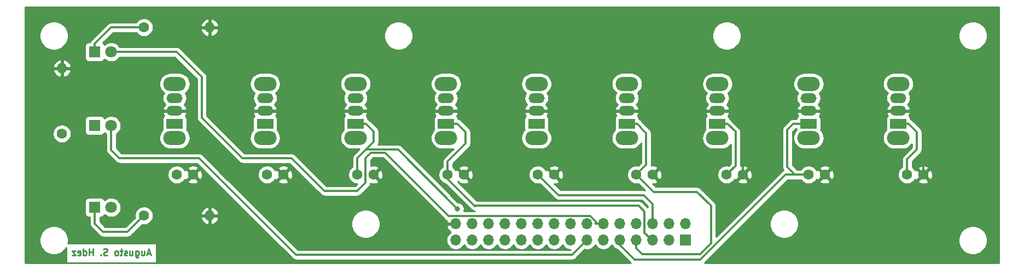
<source format=gbr>
%TF.GenerationSoftware,KiCad,Pcbnew,(5.1.9)-1*%
%TF.CreationDate,2021-09-28T20:53:43+01:00*%
%TF.ProjectId,cessna_switch_radio,63657373-6e61-45f7-9377-697463685f72,rev?*%
%TF.SameCoordinates,Original*%
%TF.FileFunction,Copper,L2,Bot*%
%TF.FilePolarity,Positive*%
%FSLAX46Y46*%
G04 Gerber Fmt 4.6, Leading zero omitted, Abs format (unit mm)*
G04 Created by KiCad (PCBNEW (5.1.9)-1) date 2021-09-28 20:53:43*
%MOMM*%
%LPD*%
G01*
G04 APERTURE LIST*
%TA.AperFunction,NonConductor*%
%ADD10C,0.250000*%
%TD*%
%TA.AperFunction,ComponentPad*%
%ADD11O,3.500000X2.200000*%
%TD*%
%TA.AperFunction,ComponentPad*%
%ADD12O,2.500000X1.500000*%
%TD*%
%TA.AperFunction,ComponentPad*%
%ADD13R,2.500000X1.500000*%
%TD*%
%TA.AperFunction,ComponentPad*%
%ADD14O,1.600000X1.600000*%
%TD*%
%TA.AperFunction,ComponentPad*%
%ADD15C,1.600000*%
%TD*%
%TA.AperFunction,ComponentPad*%
%ADD16C,1.800000*%
%TD*%
%TA.AperFunction,ComponentPad*%
%ADD17R,1.800000X1.800000*%
%TD*%
%TA.AperFunction,ComponentPad*%
%ADD18O,1.700000X1.700000*%
%TD*%
%TA.AperFunction,ComponentPad*%
%ADD19R,1.700000X1.700000*%
%TD*%
%TA.AperFunction,ViaPad*%
%ADD20C,0.800000*%
%TD*%
%TA.AperFunction,Conductor*%
%ADD21C,0.300000*%
%TD*%
%TA.AperFunction,Conductor*%
%ADD22C,0.254000*%
%TD*%
%TA.AperFunction,Conductor*%
%ADD23C,0.100000*%
%TD*%
G04 APERTURE END LIST*
D10*
X49203809Y-63031666D02*
X48727619Y-63031666D01*
X49299047Y-63317380D02*
X48965714Y-62317380D01*
X48632380Y-63317380D01*
X47870476Y-62650714D02*
X47870476Y-63317380D01*
X48299047Y-62650714D02*
X48299047Y-63174523D01*
X48251428Y-63269761D01*
X48156190Y-63317380D01*
X48013333Y-63317380D01*
X47918095Y-63269761D01*
X47870476Y-63222142D01*
X46965714Y-62650714D02*
X46965714Y-63460238D01*
X47013333Y-63555476D01*
X47060952Y-63603095D01*
X47156190Y-63650714D01*
X47299047Y-63650714D01*
X47394285Y-63603095D01*
X46965714Y-63269761D02*
X47060952Y-63317380D01*
X47251428Y-63317380D01*
X47346666Y-63269761D01*
X47394285Y-63222142D01*
X47441904Y-63126904D01*
X47441904Y-62841190D01*
X47394285Y-62745952D01*
X47346666Y-62698333D01*
X47251428Y-62650714D01*
X47060952Y-62650714D01*
X46965714Y-62698333D01*
X46060952Y-62650714D02*
X46060952Y-63317380D01*
X46489523Y-62650714D02*
X46489523Y-63174523D01*
X46441904Y-63269761D01*
X46346666Y-63317380D01*
X46203809Y-63317380D01*
X46108571Y-63269761D01*
X46060952Y-63222142D01*
X45632380Y-63269761D02*
X45537142Y-63317380D01*
X45346666Y-63317380D01*
X45251428Y-63269761D01*
X45203809Y-63174523D01*
X45203809Y-63126904D01*
X45251428Y-63031666D01*
X45346666Y-62984047D01*
X45489523Y-62984047D01*
X45584761Y-62936428D01*
X45632380Y-62841190D01*
X45632380Y-62793571D01*
X45584761Y-62698333D01*
X45489523Y-62650714D01*
X45346666Y-62650714D01*
X45251428Y-62698333D01*
X44918095Y-62650714D02*
X44537142Y-62650714D01*
X44775238Y-62317380D02*
X44775238Y-63174523D01*
X44727619Y-63269761D01*
X44632380Y-63317380D01*
X44537142Y-63317380D01*
X44060952Y-63317380D02*
X44156190Y-63269761D01*
X44203809Y-63222142D01*
X44251428Y-63126904D01*
X44251428Y-62841190D01*
X44203809Y-62745952D01*
X44156190Y-62698333D01*
X44060952Y-62650714D01*
X43918095Y-62650714D01*
X43822857Y-62698333D01*
X43775238Y-62745952D01*
X43727619Y-62841190D01*
X43727619Y-63126904D01*
X43775238Y-63222142D01*
X43822857Y-63269761D01*
X43918095Y-63317380D01*
X44060952Y-63317380D01*
X42584761Y-63269761D02*
X42441904Y-63317380D01*
X42203809Y-63317380D01*
X42108571Y-63269761D01*
X42060952Y-63222142D01*
X42013333Y-63126904D01*
X42013333Y-63031666D01*
X42060952Y-62936428D01*
X42108571Y-62888809D01*
X42203809Y-62841190D01*
X42394285Y-62793571D01*
X42489523Y-62745952D01*
X42537142Y-62698333D01*
X42584761Y-62603095D01*
X42584761Y-62507857D01*
X42537142Y-62412619D01*
X42489523Y-62365000D01*
X42394285Y-62317380D01*
X42156190Y-62317380D01*
X42013333Y-62365000D01*
X41584761Y-63222142D02*
X41537142Y-63269761D01*
X41584761Y-63317380D01*
X41632380Y-63269761D01*
X41584761Y-63222142D01*
X41584761Y-63317380D01*
X40346666Y-63317380D02*
X40346666Y-62317380D01*
X40346666Y-62793571D02*
X39775238Y-62793571D01*
X39775238Y-63317380D02*
X39775238Y-62317380D01*
X38870476Y-63317380D02*
X38870476Y-62317380D01*
X38870476Y-63269761D02*
X38965714Y-63317380D01*
X39156190Y-63317380D01*
X39251428Y-63269761D01*
X39299047Y-63222142D01*
X39346666Y-63126904D01*
X39346666Y-62841190D01*
X39299047Y-62745952D01*
X39251428Y-62698333D01*
X39156190Y-62650714D01*
X38965714Y-62650714D01*
X38870476Y-62698333D01*
X38013333Y-63269761D02*
X38108571Y-63317380D01*
X38299047Y-63317380D01*
X38394285Y-63269761D01*
X38441904Y-63174523D01*
X38441904Y-62793571D01*
X38394285Y-62698333D01*
X38299047Y-62650714D01*
X38108571Y-62650714D01*
X38013333Y-62698333D01*
X37965714Y-62793571D01*
X37965714Y-62888809D01*
X38441904Y-62984047D01*
X37632380Y-62650714D02*
X37108571Y-62650714D01*
X37632380Y-63317380D01*
X37108571Y-63317380D01*
D11*
%TO.P,SW9,*%
%TO.N,*%
X165000000Y-36700000D03*
X165000000Y-45100000D03*
D12*
%TO.P,SW9,3*%
%TO.N,N/C*%
X165000000Y-38900000D03*
%TO.P,SW9,2*%
%TO.N,GND*%
X165000000Y-40900000D03*
D13*
%TO.P,SW9,1*%
%TO.N,AUX*%
X165000000Y-42900000D03*
%TD*%
D11*
%TO.P,SW8,*%
%TO.N,*%
X151130000Y-36700000D03*
X151130000Y-45100000D03*
D12*
%TO.P,SW8,3*%
%TO.N,N/C*%
X151130000Y-38900000D03*
%TO.P,SW8,2*%
%TO.N,GND*%
X151130000Y-40900000D03*
D13*
%TO.P,SW8,1*%
%TO.N,ADF*%
X151130000Y-42900000D03*
%TD*%
D11*
%TO.P,SW7,*%
%TO.N,*%
X137000000Y-36700000D03*
X137000000Y-45100000D03*
D12*
%TO.P,SW7,3*%
%TO.N,N/C*%
X137000000Y-38900000D03*
%TO.P,SW7,2*%
%TO.N,GND*%
X137000000Y-40900000D03*
D13*
%TO.P,SW7,1*%
%TO.N,DME*%
X137000000Y-42900000D03*
%TD*%
D11*
%TO.P,SW6,*%
%TO.N,*%
X123000000Y-36700000D03*
X123000000Y-45100000D03*
D12*
%TO.P,SW6,3*%
%TO.N,N/C*%
X123000000Y-38900000D03*
%TO.P,SW6,2*%
%TO.N,GND*%
X123000000Y-40900000D03*
D13*
%TO.P,SW6,1*%
%TO.N,MKR*%
X123000000Y-42900000D03*
%TD*%
D11*
%TO.P,SW5,*%
%TO.N,*%
X109000000Y-36700000D03*
X109000000Y-45100000D03*
D12*
%TO.P,SW5,3*%
%TO.N,N/C*%
X109000000Y-38900000D03*
%TO.P,SW5,2*%
%TO.N,GND*%
X109000000Y-40900000D03*
D13*
%TO.P,SW5,1*%
%TO.N,NAV2*%
X109000000Y-42900000D03*
%TD*%
D11*
%TO.P,SW4,*%
%TO.N,*%
X95000000Y-36700000D03*
X95000000Y-45100000D03*
D12*
%TO.P,SW4,3*%
%TO.N,N/C*%
X95000000Y-38900000D03*
%TO.P,SW4,2*%
%TO.N,GND*%
X95000000Y-40900000D03*
D13*
%TO.P,SW4,1*%
%TO.N,NAV1*%
X95000000Y-42900000D03*
%TD*%
D11*
%TO.P,SW3,*%
%TO.N,*%
X81000000Y-36700000D03*
X81000000Y-45100000D03*
D12*
%TO.P,SW3,3*%
%TO.N,N/C*%
X81000000Y-38900000D03*
%TO.P,SW3,2*%
%TO.N,GND*%
X81000000Y-40900000D03*
D13*
%TO.P,SW3,1*%
%TO.N,BOTH*%
X81000000Y-42900000D03*
%TD*%
D11*
%TO.P,SW2,*%
%TO.N,*%
X67000000Y-36700000D03*
X67000000Y-45100000D03*
D12*
%TO.P,SW2,3*%
%TO.N,N/C*%
X67000000Y-38900000D03*
%TO.P,SW2,2*%
%TO.N,GND*%
X67000000Y-40900000D03*
D13*
%TO.P,SW2,1*%
%TO.N,COM2*%
X67000000Y-42900000D03*
%TD*%
D11*
%TO.P,SW1,*%
%TO.N,*%
X53000000Y-36700000D03*
X53000000Y-45100000D03*
D12*
%TO.P,SW1,3*%
%TO.N,N/C*%
X53000000Y-38900000D03*
%TO.P,SW1,2*%
%TO.N,GND*%
X53000000Y-40900000D03*
D13*
%TO.P,SW1,1*%
%TO.N,COM1*%
X53000000Y-42900000D03*
%TD*%
D14*
%TO.P,R3,2*%
%TO.N,GND*%
X35560000Y-34290000D03*
D15*
%TO.P,R3,1*%
%TO.N,Net-(D3-Pad1)*%
X35560000Y-44450000D03*
%TD*%
D14*
%TO.P,R2,2*%
%TO.N,GND*%
X58420000Y-27940000D03*
D15*
%TO.P,R2,1*%
%TO.N,Net-(D2-Pad1)*%
X48260000Y-27940000D03*
%TD*%
D14*
%TO.P,R1,2*%
%TO.N,GND*%
X58420000Y-57150000D03*
D15*
%TO.P,R1,1*%
%TO.N,Net-(D1-Pad1)*%
X48260000Y-57150000D03*
%TD*%
D16*
%TO.P,D3,2*%
%TO.N,I_led*%
X43180000Y-43180000D03*
D17*
%TO.P,D3,1*%
%TO.N,Net-(D3-Pad1)*%
X40640000Y-43180000D03*
%TD*%
D16*
%TO.P,D2,2*%
%TO.N,M_led*%
X43180000Y-31750000D03*
D17*
%TO.P,D2,1*%
%TO.N,Net-(D2-Pad1)*%
X40640000Y-31750000D03*
%TD*%
D16*
%TO.P,D1,2*%
%TO.N,O_led*%
X43180000Y-55880000D03*
D17*
%TO.P,D1,1*%
%TO.N,Net-(D1-Pad1)*%
X40640000Y-55880000D03*
%TD*%
D15*
%TO.P,C9,2*%
%TO.N,GND*%
X168870000Y-50800000D03*
%TO.P,C9,1*%
%TO.N,AUX*%
X166370000Y-50800000D03*
%TD*%
%TO.P,C8,2*%
%TO.N,GND*%
X153630000Y-50800000D03*
%TO.P,C8,1*%
%TO.N,ADF*%
X151130000Y-50800000D03*
%TD*%
%TO.P,C7,2*%
%TO.N,GND*%
X140930000Y-50800000D03*
%TO.P,C7,1*%
%TO.N,DME*%
X138430000Y-50800000D03*
%TD*%
%TO.P,C6,2*%
%TO.N,GND*%
X126960000Y-50800000D03*
%TO.P,C6,1*%
%TO.N,MKR*%
X124460000Y-50800000D03*
%TD*%
%TO.P,C5,2*%
%TO.N,GND*%
X111720000Y-50800000D03*
%TO.P,C5,1*%
%TO.N,NAV2*%
X109220000Y-50800000D03*
%TD*%
%TO.P,C4,2*%
%TO.N,GND*%
X97750000Y-50800000D03*
%TO.P,C4,1*%
%TO.N,NAV1*%
X95250000Y-50800000D03*
%TD*%
%TO.P,C2,2*%
%TO.N,GND*%
X83780000Y-50800000D03*
%TO.P,C2,1*%
%TO.N,BOTH*%
X81280000Y-50800000D03*
%TD*%
%TO.P,C1,2*%
%TO.N,GND*%
X69810000Y-50800000D03*
%TO.P,C1,1*%
%TO.N,COM2*%
X67310000Y-50800000D03*
%TD*%
D18*
%TO.P,J1,30*%
%TO.N,GND*%
X96520000Y-58420000D03*
%TO.P,J1,29*%
%TO.N,N/C*%
X96520000Y-60960000D03*
%TO.P,J1,28*%
X99060000Y-58420000D03*
%TO.P,J1,27*%
X99060000Y-60960000D03*
%TO.P,J1,26*%
X101600000Y-58420000D03*
%TO.P,J1,25*%
X101600000Y-60960000D03*
%TO.P,J1,24*%
X104140000Y-58420000D03*
%TO.P,J1,23*%
X104140000Y-60960000D03*
%TO.P,J1,22*%
X106680000Y-58420000D03*
%TO.P,J1,21*%
X106680000Y-60960000D03*
%TO.P,J1,20*%
X109220000Y-58420000D03*
%TO.P,J1,19*%
X109220000Y-60960000D03*
%TO.P,J1,18*%
X111760000Y-58420000D03*
%TO.P,J1,17*%
X111760000Y-60960000D03*
%TO.P,J1,16*%
X114300000Y-58420000D03*
%TO.P,J1,15*%
X114300000Y-60960000D03*
%TO.P,J1,14*%
X116840000Y-58420000D03*
%TO.P,J1,13*%
%TO.N,I_led*%
X116840000Y-60960000D03*
%TO.P,J1,12*%
%TO.N,M_led*%
X119380000Y-58420000D03*
%TO.P,J1,11*%
%TO.N,O_led*%
X119380000Y-60960000D03*
%TO.P,J1,10*%
%TO.N,AUX*%
X121920000Y-58420000D03*
%TO.P,J1,9*%
%TO.N,ADF*%
X121920000Y-60960000D03*
%TO.P,J1,8*%
%TO.N,DME*%
X124460000Y-58420000D03*
%TO.P,J1,7*%
%TO.N,MKR*%
X124460000Y-60960000D03*
%TO.P,J1,6*%
%TO.N,NAV2*%
X127000000Y-58420000D03*
%TO.P,J1,5*%
%TO.N,NAV1*%
X127000000Y-60960000D03*
%TO.P,J1,4*%
%TO.N,BOTH*%
X129540000Y-58420000D03*
%TO.P,J1,3*%
%TO.N,COM2*%
X129540000Y-60960000D03*
%TO.P,J1,2*%
%TO.N,COM1*%
X132080000Y-58420000D03*
D19*
%TO.P,J1,1*%
%TO.N,N/C*%
X132080000Y-60960000D03*
%TD*%
D15*
%TO.P,C3,2*%
%TO.N,GND*%
X55840000Y-50800000D03*
%TO.P,C3,1*%
%TO.N,COM1*%
X53340000Y-50800000D03*
%TD*%
D20*
%TO.N,BOTH*%
X96775200Y-56092700D03*
%TD*%
D21*
%TO.N,GND*%
X109000000Y-40900000D02*
X98899700Y-40900000D01*
X98899700Y-40900000D02*
X97750000Y-42049700D01*
X96600300Y-40900000D02*
X97750000Y-42049700D01*
X95000000Y-40900000D02*
X96600300Y-40900000D01*
X96520000Y-58420000D02*
X91400000Y-58420000D01*
X91400000Y-58420000D02*
X83780000Y-50800000D01*
X140930000Y-43229700D02*
X143259700Y-40900000D01*
X143259700Y-40900000D02*
X151130000Y-40900000D01*
X140930000Y-43229700D02*
X140930000Y-50800000D01*
X138600300Y-40900000D02*
X140930000Y-43229700D01*
X137000000Y-40900000D02*
X138600300Y-40900000D01*
X126960000Y-43259700D02*
X129319700Y-40900000D01*
X129319700Y-40900000D02*
X137000000Y-40900000D01*
X126960000Y-43259700D02*
X124600300Y-40900000D01*
X58420000Y-57150000D02*
X58420000Y-53380000D01*
X58420000Y-53380000D02*
X55840000Y-50800000D01*
X123000000Y-40900000D02*
X124600300Y-40900000D01*
X100330000Y-48220000D02*
X97750000Y-50800000D01*
X100330000Y-44629700D02*
X100330000Y-48220000D01*
X97750000Y-42049700D02*
X100330000Y-44629700D01*
X128651000Y-44950700D02*
X126960000Y-43259700D01*
X128651000Y-49109000D02*
X128651000Y-44950700D01*
X126960000Y-50800000D02*
X128651000Y-49109000D01*
X167392000Y-40900000D02*
X165000000Y-40900000D01*
X168870000Y-42378000D02*
X167392000Y-40900000D01*
X168870000Y-50800000D02*
X168870000Y-42378000D01*
%TO.N,BOTH*%
X82600300Y-42900000D02*
X81000000Y-42900000D01*
X83820000Y-44119700D02*
X82600300Y-42900000D01*
X83820000Y-45720000D02*
X83820000Y-44119700D01*
X81280000Y-48260000D02*
X83820000Y-45720000D01*
X81280000Y-50800000D02*
X81280000Y-48260000D01*
X87579915Y-46897415D02*
X96775200Y-56092700D01*
X81280000Y-48260000D02*
X82642585Y-46897415D01*
X82642585Y-46897415D02*
X87579915Y-46897415D01*
%TO.N,NAV1*%
X98044000Y-45974000D02*
X95250000Y-48768000D01*
X98044000Y-44196000D02*
X98044000Y-45974000D01*
X95250000Y-48768000D02*
X95250000Y-50800000D01*
X96748000Y-42900000D02*
X98044000Y-44196000D01*
X95000000Y-42900000D02*
X96748000Y-42900000D01*
X95250000Y-51435000D02*
X95250000Y-50800000D01*
X99543800Y-55650200D02*
X99465200Y-55650200D01*
X99568000Y-55626000D02*
X99543800Y-55650200D01*
X124841000Y-55626000D02*
X99568000Y-55626000D01*
X99465200Y-55650200D02*
X95250000Y-51435000D01*
X125730000Y-56515000D02*
X124841000Y-55626000D01*
X126873000Y-60960000D02*
X125730000Y-59817000D01*
X125730000Y-59817000D02*
X125730000Y-56515000D01*
X127000000Y-60960000D02*
X126873000Y-60960000D01*
%TO.N,NAV2*%
X112395000Y-53975000D02*
X109220000Y-50800000D01*
X125603000Y-53975000D02*
X112395000Y-53975000D01*
X127000000Y-55372000D02*
X125603000Y-53975000D01*
X127000000Y-58420000D02*
X127000000Y-55372000D01*
%TO.N,MKR*%
X124460000Y-62230000D02*
X125349000Y-63119000D01*
X124460000Y-60960000D02*
X124460000Y-62230000D01*
X124460000Y-50800000D02*
X127127000Y-53467000D01*
X127127000Y-53467000D02*
X133858000Y-53467000D01*
X133858000Y-53467000D02*
X136017000Y-55626000D01*
X136017000Y-55626000D02*
X136017000Y-61468000D01*
X134366000Y-63119000D02*
X125349000Y-63119000D01*
X136017000Y-61468000D02*
X134366000Y-63119000D01*
X125128700Y-43428400D02*
X124600300Y-42900000D01*
X125128700Y-43467700D02*
X125128700Y-43428400D01*
X125984000Y-44323000D02*
X125128700Y-43467700D01*
X124600300Y-42900000D02*
X123000000Y-42900000D01*
X125984000Y-49276000D02*
X125984000Y-44323000D01*
X124460000Y-50800000D02*
X125984000Y-49276000D01*
%TO.N,DME*%
X139827000Y-49403000D02*
X138430000Y-50800000D01*
X139827000Y-44126700D02*
X139827000Y-49403000D01*
X138600300Y-42900000D02*
X139827000Y-44126700D01*
X137000000Y-42900000D02*
X138600300Y-42900000D01*
%TO.N,ADF*%
X149019000Y-50800000D02*
X151130000Y-50800000D01*
X147574000Y-50800000D02*
X149019000Y-50800000D01*
X134366000Y-64008000D02*
X147574000Y-50800000D01*
X124206000Y-64008000D02*
X134366000Y-64008000D01*
X121920000Y-61722000D02*
X124206000Y-64008000D01*
X121920000Y-60960000D02*
X121920000Y-61722000D01*
X148743000Y-42900000D02*
X151130000Y-42900000D01*
X147828000Y-43815000D02*
X148743000Y-42900000D01*
X147828000Y-49609000D02*
X147828000Y-43815000D01*
X149019000Y-50800000D02*
X147828000Y-49609000D01*
%TO.N,AUX*%
X166600300Y-42900000D02*
X165000000Y-42900000D01*
X167894000Y-44193700D02*
X166600300Y-42900000D01*
X167894000Y-46863000D02*
X167894000Y-44193700D01*
X166370000Y-48387000D02*
X167894000Y-46863000D01*
X166370000Y-50800000D02*
X166370000Y-48387000D01*
%TO.N,Net-(D1-Pad1)*%
X40640000Y-55880000D02*
X40640000Y-58420000D01*
X40640000Y-58420000D02*
X41910000Y-59690000D01*
X45720000Y-59690000D02*
X48260000Y-57150000D01*
X41910000Y-59690000D02*
X45720000Y-59690000D01*
%TO.N,M_led*%
X57224050Y-35634050D02*
X53340000Y-31750000D01*
X57224050Y-41984050D02*
X57224050Y-35634050D01*
X71120000Y-48260000D02*
X63500000Y-48260000D01*
X63500000Y-48260000D02*
X57224050Y-41984050D01*
X76200000Y-53340000D02*
X71120000Y-48260000D01*
X53340000Y-31750000D02*
X43180000Y-31750000D01*
X81280000Y-53340000D02*
X76200000Y-53340000D01*
X117354600Y-57219700D02*
X118179700Y-58044800D01*
X118179700Y-58420000D02*
X119380000Y-58420000D01*
X95377950Y-57219700D02*
X117354600Y-57219700D01*
X118179700Y-58044800D02*
X118179700Y-58420000D01*
X85555675Y-47397425D02*
X95377950Y-57219700D01*
X83412575Y-47397425D02*
X85555675Y-47397425D01*
X82550000Y-48260000D02*
X83412575Y-47397425D01*
X82550000Y-52070000D02*
X82550000Y-48260000D01*
X81280000Y-53340000D02*
X82550000Y-52070000D01*
%TO.N,Net-(D2-Pad1)*%
X43180000Y-27940000D02*
X48260000Y-27940000D01*
X40640000Y-30480000D02*
X43180000Y-27940000D01*
X40640000Y-31750000D02*
X40640000Y-30480000D01*
%TO.N,I_led*%
X114554000Y-63246000D02*
X116840000Y-60960000D01*
X71777500Y-63246000D02*
X114554000Y-63246000D01*
X56791500Y-48260000D02*
X71777500Y-63246000D01*
X44450000Y-48260000D02*
X56791500Y-48260000D01*
X43180000Y-46990000D02*
X44450000Y-48260000D01*
X43180000Y-43180000D02*
X43180000Y-46990000D01*
%TD*%
D22*
%TO.N,GND*%
X180550001Y-64470000D02*
X135014157Y-64470000D01*
X138744285Y-60739872D01*
X174295000Y-60739872D01*
X174295000Y-61180128D01*
X174380890Y-61611925D01*
X174549369Y-62018669D01*
X174793962Y-62384729D01*
X175105271Y-62696038D01*
X175471331Y-62940631D01*
X175878075Y-63109110D01*
X176309872Y-63195000D01*
X176750128Y-63195000D01*
X177181925Y-63109110D01*
X177588669Y-62940631D01*
X177954729Y-62696038D01*
X178266038Y-62384729D01*
X178510631Y-62018669D01*
X178679110Y-61611925D01*
X178765000Y-61180128D01*
X178765000Y-60739872D01*
X178679110Y-60308075D01*
X178510631Y-59901331D01*
X178266038Y-59535271D01*
X177954729Y-59223962D01*
X177588669Y-58979369D01*
X177181925Y-58810890D01*
X176750128Y-58725000D01*
X176309872Y-58725000D01*
X175878075Y-58810890D01*
X175471331Y-58979369D01*
X175105271Y-59223962D01*
X174793962Y-59535271D01*
X174549369Y-59901331D01*
X174380890Y-60308075D01*
X174295000Y-60739872D01*
X138744285Y-60739872D01*
X141284285Y-58199872D01*
X145085000Y-58199872D01*
X145085000Y-58640128D01*
X145170890Y-59071925D01*
X145339369Y-59478669D01*
X145583962Y-59844729D01*
X145895271Y-60156038D01*
X146261331Y-60400631D01*
X146668075Y-60569110D01*
X147099872Y-60655000D01*
X147540128Y-60655000D01*
X147971925Y-60569110D01*
X148378669Y-60400631D01*
X148744729Y-60156038D01*
X149056038Y-59844729D01*
X149300631Y-59478669D01*
X149469110Y-59071925D01*
X149555000Y-58640128D01*
X149555000Y-58199872D01*
X149469110Y-57768075D01*
X149300631Y-57361331D01*
X149056038Y-56995271D01*
X148744729Y-56683962D01*
X148378669Y-56439369D01*
X147971925Y-56270890D01*
X147540128Y-56185000D01*
X147099872Y-56185000D01*
X146668075Y-56270890D01*
X146261331Y-56439369D01*
X145895271Y-56683962D01*
X145583962Y-56995271D01*
X145339369Y-57361331D01*
X145170890Y-57768075D01*
X145085000Y-58199872D01*
X141284285Y-58199872D01*
X147899157Y-51585000D01*
X148980446Y-51585000D01*
X149018999Y-51588797D01*
X149057552Y-51585000D01*
X149928661Y-51585000D01*
X150015363Y-51714759D01*
X150215241Y-51914637D01*
X150450273Y-52071680D01*
X150711426Y-52179853D01*
X150988665Y-52235000D01*
X151271335Y-52235000D01*
X151548574Y-52179853D01*
X151809727Y-52071680D01*
X152044759Y-51914637D01*
X152166694Y-51792702D01*
X152816903Y-51792702D01*
X152888486Y-52036671D01*
X153143996Y-52157571D01*
X153418184Y-52226300D01*
X153700512Y-52240217D01*
X153980130Y-52198787D01*
X154246292Y-52103603D01*
X154371514Y-52036671D01*
X154443097Y-51792702D01*
X153630000Y-50979605D01*
X152816903Y-51792702D01*
X152166694Y-51792702D01*
X152244637Y-51714759D01*
X152378692Y-51514131D01*
X152393329Y-51541514D01*
X152637298Y-51613097D01*
X153450395Y-50800000D01*
X153809605Y-50800000D01*
X154622702Y-51613097D01*
X154866671Y-51541514D01*
X154987571Y-51286004D01*
X155056300Y-51011816D01*
X155070217Y-50729488D01*
X155028787Y-50449870D01*
X154933603Y-50183708D01*
X154866671Y-50058486D01*
X154622702Y-49986903D01*
X153809605Y-50800000D01*
X153450395Y-50800000D01*
X152637298Y-49986903D01*
X152393329Y-50058486D01*
X152379676Y-50087341D01*
X152244637Y-49885241D01*
X152166694Y-49807298D01*
X152816903Y-49807298D01*
X153630000Y-50620395D01*
X154443097Y-49807298D01*
X154371514Y-49563329D01*
X154116004Y-49442429D01*
X153841816Y-49373700D01*
X153559488Y-49359783D01*
X153279870Y-49401213D01*
X153013708Y-49496397D01*
X152888486Y-49563329D01*
X152816903Y-49807298D01*
X152166694Y-49807298D01*
X152044759Y-49685363D01*
X151809727Y-49528320D01*
X151548574Y-49420147D01*
X151271335Y-49365000D01*
X150988665Y-49365000D01*
X150711426Y-49420147D01*
X150450273Y-49528320D01*
X150215241Y-49685363D01*
X150015363Y-49885241D01*
X149928661Y-50015000D01*
X149344158Y-50015000D01*
X148613000Y-49283843D01*
X148613000Y-44140157D01*
X149068158Y-43685000D01*
X149245375Y-43685000D01*
X149254188Y-43774482D01*
X149275330Y-43844177D01*
X149247234Y-43867234D01*
X149030421Y-44131422D01*
X148869314Y-44432832D01*
X148770105Y-44759881D01*
X148736606Y-45100000D01*
X148770105Y-45440119D01*
X148869314Y-45767168D01*
X149030421Y-46068578D01*
X149247234Y-46332766D01*
X149511422Y-46549579D01*
X149812832Y-46710686D01*
X150139881Y-46809895D01*
X150394775Y-46835000D01*
X151865225Y-46835000D01*
X152120119Y-46809895D01*
X152447168Y-46710686D01*
X152748578Y-46549579D01*
X153012766Y-46332766D01*
X153229579Y-46068578D01*
X153390686Y-45767168D01*
X153489895Y-45440119D01*
X153523394Y-45100000D01*
X162606606Y-45100000D01*
X162640105Y-45440119D01*
X162739314Y-45767168D01*
X162900421Y-46068578D01*
X163117234Y-46332766D01*
X163381422Y-46549579D01*
X163682832Y-46710686D01*
X164009881Y-46809895D01*
X164264775Y-46835000D01*
X165735225Y-46835000D01*
X165990119Y-46809895D01*
X166317168Y-46710686D01*
X166618578Y-46549579D01*
X166882766Y-46332766D01*
X167099579Y-46068578D01*
X167109000Y-46050952D01*
X167109000Y-46537842D01*
X165842185Y-47804658D01*
X165812237Y-47829236D01*
X165787659Y-47859184D01*
X165787655Y-47859188D01*
X165754690Y-47899356D01*
X165714139Y-47948767D01*
X165689770Y-47994359D01*
X165641246Y-48085141D01*
X165596359Y-48233114D01*
X165581203Y-48387000D01*
X165585001Y-48425563D01*
X165585000Y-49598661D01*
X165455241Y-49685363D01*
X165255363Y-49885241D01*
X165098320Y-50120273D01*
X164990147Y-50381426D01*
X164935000Y-50658665D01*
X164935000Y-50941335D01*
X164990147Y-51218574D01*
X165098320Y-51479727D01*
X165255363Y-51714759D01*
X165455241Y-51914637D01*
X165690273Y-52071680D01*
X165951426Y-52179853D01*
X166228665Y-52235000D01*
X166511335Y-52235000D01*
X166788574Y-52179853D01*
X167049727Y-52071680D01*
X167284759Y-51914637D01*
X167406694Y-51792702D01*
X168056903Y-51792702D01*
X168128486Y-52036671D01*
X168383996Y-52157571D01*
X168658184Y-52226300D01*
X168940512Y-52240217D01*
X169220130Y-52198787D01*
X169486292Y-52103603D01*
X169611514Y-52036671D01*
X169683097Y-51792702D01*
X168870000Y-50979605D01*
X168056903Y-51792702D01*
X167406694Y-51792702D01*
X167484637Y-51714759D01*
X167618692Y-51514131D01*
X167633329Y-51541514D01*
X167877298Y-51613097D01*
X168690395Y-50800000D01*
X169049605Y-50800000D01*
X169862702Y-51613097D01*
X170106671Y-51541514D01*
X170227571Y-51286004D01*
X170296300Y-51011816D01*
X170310217Y-50729488D01*
X170268787Y-50449870D01*
X170173603Y-50183708D01*
X170106671Y-50058486D01*
X169862702Y-49986903D01*
X169049605Y-50800000D01*
X168690395Y-50800000D01*
X167877298Y-49986903D01*
X167633329Y-50058486D01*
X167619676Y-50087341D01*
X167484637Y-49885241D01*
X167406694Y-49807298D01*
X168056903Y-49807298D01*
X168870000Y-50620395D01*
X169683097Y-49807298D01*
X169611514Y-49563329D01*
X169356004Y-49442429D01*
X169081816Y-49373700D01*
X168799488Y-49359783D01*
X168519870Y-49401213D01*
X168253708Y-49496397D01*
X168128486Y-49563329D01*
X168056903Y-49807298D01*
X167406694Y-49807298D01*
X167284759Y-49685363D01*
X167155000Y-49598661D01*
X167155000Y-48712157D01*
X168421817Y-47445341D01*
X168451764Y-47420764D01*
X168549862Y-47301233D01*
X168622754Y-47164860D01*
X168667641Y-47016887D01*
X168679000Y-46901561D01*
X168679000Y-46901554D01*
X168682797Y-46863001D01*
X168679000Y-46824448D01*
X168679000Y-44232252D01*
X168682797Y-44193699D01*
X168679000Y-44155146D01*
X168679000Y-44155139D01*
X168667641Y-44039813D01*
X168663289Y-44025464D01*
X168622754Y-43891840D01*
X168609602Y-43867234D01*
X168549862Y-43755467D01*
X168494876Y-43688467D01*
X168476345Y-43665887D01*
X168476342Y-43665884D01*
X168451764Y-43635936D01*
X168421815Y-43611358D01*
X167182647Y-42372190D01*
X167158064Y-42342236D01*
X167038533Y-42244138D01*
X166902160Y-42171246D01*
X166888072Y-42166972D01*
X166888072Y-42150000D01*
X166875812Y-42025518D01*
X166839502Y-41905820D01*
X166780537Y-41795506D01*
X166701185Y-41698815D01*
X166655867Y-41661624D01*
X166722142Y-41563868D01*
X166828173Y-41312684D01*
X166842318Y-41241185D01*
X166719656Y-41027000D01*
X165127000Y-41027000D01*
X165127000Y-41047000D01*
X164873000Y-41047000D01*
X164873000Y-41027000D01*
X163280344Y-41027000D01*
X163157682Y-41241185D01*
X163171827Y-41312684D01*
X163277858Y-41563868D01*
X163344133Y-41661624D01*
X163298815Y-41698815D01*
X163219463Y-41795506D01*
X163160498Y-41905820D01*
X163124188Y-42025518D01*
X163111928Y-42150000D01*
X163111928Y-43650000D01*
X163124188Y-43774482D01*
X163145330Y-43844177D01*
X163117234Y-43867234D01*
X162900421Y-44131422D01*
X162739314Y-44432832D01*
X162640105Y-44759881D01*
X162606606Y-45100000D01*
X153523394Y-45100000D01*
X153489895Y-44759881D01*
X153390686Y-44432832D01*
X153229579Y-44131422D01*
X153012766Y-43867234D01*
X152984670Y-43844177D01*
X153005812Y-43774482D01*
X153018072Y-43650000D01*
X153018072Y-42150000D01*
X153005812Y-42025518D01*
X152969502Y-41905820D01*
X152910537Y-41795506D01*
X152831185Y-41698815D01*
X152785867Y-41661624D01*
X152852142Y-41563868D01*
X152958173Y-41312684D01*
X152972318Y-41241185D01*
X152849656Y-41027000D01*
X151257000Y-41027000D01*
X151257000Y-41047000D01*
X151003000Y-41047000D01*
X151003000Y-41027000D01*
X149410344Y-41027000D01*
X149287682Y-41241185D01*
X149301827Y-41312684D01*
X149407858Y-41563868D01*
X149474133Y-41661624D01*
X149428815Y-41698815D01*
X149349463Y-41795506D01*
X149290498Y-41905820D01*
X149254188Y-42025518D01*
X149245375Y-42115000D01*
X148781552Y-42115000D01*
X148742999Y-42111203D01*
X148704446Y-42115000D01*
X148704439Y-42115000D01*
X148603490Y-42124943D01*
X148589112Y-42126359D01*
X148554672Y-42136806D01*
X148441140Y-42171246D01*
X148304767Y-42244138D01*
X148244559Y-42293550D01*
X148215187Y-42317655D01*
X148215184Y-42317658D01*
X148185236Y-42342236D01*
X148160657Y-42372185D01*
X147300185Y-43232658D01*
X147270237Y-43257236D01*
X147245659Y-43287184D01*
X147245655Y-43287188D01*
X147223804Y-43313814D01*
X147172139Y-43376767D01*
X147133177Y-43449660D01*
X147099246Y-43513141D01*
X147054359Y-43661114D01*
X147039203Y-43815000D01*
X147043001Y-43853563D01*
X147043000Y-49570447D01*
X147039203Y-49609000D01*
X147043000Y-49647553D01*
X147043000Y-49647560D01*
X147054359Y-49762886D01*
X147099246Y-49910859D01*
X147172138Y-50047232D01*
X147216328Y-50101078D01*
X147135767Y-50144138D01*
X147016236Y-50242236D01*
X146991655Y-50272188D01*
X136802000Y-60461843D01*
X136802000Y-55664552D01*
X136805797Y-55625999D01*
X136802000Y-55587446D01*
X136802000Y-55587439D01*
X136790641Y-55472113D01*
X136745754Y-55324140D01*
X136672862Y-55187767D01*
X136619205Y-55122387D01*
X136599345Y-55098187D01*
X136599342Y-55098184D01*
X136574764Y-55068236D01*
X136544817Y-55043659D01*
X134440345Y-52939188D01*
X134415764Y-52909236D01*
X134296233Y-52811138D01*
X134159860Y-52738246D01*
X134011887Y-52693359D01*
X133896561Y-52682000D01*
X133896553Y-52682000D01*
X133858000Y-52678203D01*
X133819447Y-52682000D01*
X127452157Y-52682000D01*
X127009330Y-52239173D01*
X127030512Y-52240217D01*
X127310130Y-52198787D01*
X127576292Y-52103603D01*
X127701514Y-52036671D01*
X127773097Y-51792702D01*
X126960000Y-50979605D01*
X126945858Y-50993748D01*
X126766253Y-50814143D01*
X126780395Y-50800000D01*
X127139605Y-50800000D01*
X127952702Y-51613097D01*
X128196671Y-51541514D01*
X128317571Y-51286004D01*
X128386300Y-51011816D01*
X128400217Y-50729488D01*
X128358787Y-50449870D01*
X128263603Y-50183708D01*
X128196671Y-50058486D01*
X127952702Y-49986903D01*
X127139605Y-50800000D01*
X126780395Y-50800000D01*
X126766253Y-50785858D01*
X126945858Y-50606253D01*
X126960000Y-50620395D01*
X127773097Y-49807298D01*
X127701514Y-49563329D01*
X127446004Y-49442429D01*
X127171816Y-49373700D01*
X126889488Y-49359783D01*
X126762695Y-49378569D01*
X126764032Y-49365000D01*
X126769000Y-49314561D01*
X126769000Y-49314554D01*
X126772797Y-49276001D01*
X126769000Y-49237448D01*
X126769000Y-45100000D01*
X134606606Y-45100000D01*
X134640105Y-45440119D01*
X134739314Y-45767168D01*
X134900421Y-46068578D01*
X135117234Y-46332766D01*
X135381422Y-46549579D01*
X135682832Y-46710686D01*
X136009881Y-46809895D01*
X136264775Y-46835000D01*
X137735225Y-46835000D01*
X137990119Y-46809895D01*
X138317168Y-46710686D01*
X138618578Y-46549579D01*
X138882766Y-46332766D01*
X139042000Y-46138738D01*
X139042001Y-49077841D01*
X138724396Y-49395446D01*
X138571335Y-49365000D01*
X138288665Y-49365000D01*
X138011426Y-49420147D01*
X137750273Y-49528320D01*
X137515241Y-49685363D01*
X137315363Y-49885241D01*
X137158320Y-50120273D01*
X137050147Y-50381426D01*
X136995000Y-50658665D01*
X136995000Y-50941335D01*
X137050147Y-51218574D01*
X137158320Y-51479727D01*
X137315363Y-51714759D01*
X137515241Y-51914637D01*
X137750273Y-52071680D01*
X138011426Y-52179853D01*
X138288665Y-52235000D01*
X138571335Y-52235000D01*
X138848574Y-52179853D01*
X139109727Y-52071680D01*
X139344759Y-51914637D01*
X139466694Y-51792702D01*
X140116903Y-51792702D01*
X140188486Y-52036671D01*
X140443996Y-52157571D01*
X140718184Y-52226300D01*
X141000512Y-52240217D01*
X141280130Y-52198787D01*
X141546292Y-52103603D01*
X141671514Y-52036671D01*
X141743097Y-51792702D01*
X140930000Y-50979605D01*
X140116903Y-51792702D01*
X139466694Y-51792702D01*
X139544637Y-51714759D01*
X139678692Y-51514131D01*
X139693329Y-51541514D01*
X139937298Y-51613097D01*
X140750395Y-50800000D01*
X141109605Y-50800000D01*
X141922702Y-51613097D01*
X142166671Y-51541514D01*
X142287571Y-51286004D01*
X142356300Y-51011816D01*
X142370217Y-50729488D01*
X142328787Y-50449870D01*
X142233603Y-50183708D01*
X142166671Y-50058486D01*
X141922702Y-49986903D01*
X141109605Y-50800000D01*
X140750395Y-50800000D01*
X140736253Y-50785858D01*
X140915858Y-50606253D01*
X140930000Y-50620395D01*
X141743097Y-49807298D01*
X141671514Y-49563329D01*
X141416004Y-49442429D01*
X141141816Y-49373700D01*
X140859488Y-49359783D01*
X140615107Y-49395992D01*
X140612000Y-49364448D01*
X140612000Y-44165256D01*
X140615797Y-44126700D01*
X140612000Y-44088140D01*
X140612000Y-44088139D01*
X140605401Y-44021140D01*
X140600642Y-43972813D01*
X140555754Y-43824840D01*
X140528837Y-43774482D01*
X140482862Y-43688467D01*
X140384764Y-43568936D01*
X140354811Y-43544354D01*
X139182647Y-42372190D01*
X139158064Y-42342236D01*
X139038533Y-42244138D01*
X138902160Y-42171246D01*
X138888072Y-42166972D01*
X138888072Y-42150000D01*
X138875812Y-42025518D01*
X138839502Y-41905820D01*
X138780537Y-41795506D01*
X138701185Y-41698815D01*
X138655867Y-41661624D01*
X138722142Y-41563868D01*
X138828173Y-41312684D01*
X138842318Y-41241185D01*
X138719656Y-41027000D01*
X137127000Y-41027000D01*
X137127000Y-41047000D01*
X136873000Y-41047000D01*
X136873000Y-41027000D01*
X135280344Y-41027000D01*
X135157682Y-41241185D01*
X135171827Y-41312684D01*
X135277858Y-41563868D01*
X135344133Y-41661624D01*
X135298815Y-41698815D01*
X135219463Y-41795506D01*
X135160498Y-41905820D01*
X135124188Y-42025518D01*
X135111928Y-42150000D01*
X135111928Y-43650000D01*
X135124188Y-43774482D01*
X135145330Y-43844177D01*
X135117234Y-43867234D01*
X134900421Y-44131422D01*
X134739314Y-44432832D01*
X134640105Y-44759881D01*
X134606606Y-45100000D01*
X126769000Y-45100000D01*
X126769000Y-44361556D01*
X126772797Y-44323000D01*
X126769000Y-44284444D01*
X126769000Y-44284439D01*
X126761125Y-44204482D01*
X126757642Y-44169113D01*
X126712754Y-44021140D01*
X126694059Y-43986164D01*
X126639862Y-43884767D01*
X126541764Y-43765236D01*
X126511810Y-43740653D01*
X125811244Y-43040087D01*
X125784562Y-42990168D01*
X125718717Y-42909936D01*
X125711045Y-42900587D01*
X125711041Y-42900583D01*
X125686464Y-42870636D01*
X125656515Y-42846057D01*
X125182646Y-42372189D01*
X125158064Y-42342236D01*
X125038533Y-42244138D01*
X124902160Y-42171246D01*
X124888072Y-42166972D01*
X124888072Y-42150000D01*
X124875812Y-42025518D01*
X124839502Y-41905820D01*
X124780537Y-41795506D01*
X124701185Y-41698815D01*
X124655867Y-41661624D01*
X124722142Y-41563868D01*
X124828173Y-41312684D01*
X124842318Y-41241185D01*
X124719656Y-41027000D01*
X123127000Y-41027000D01*
X123127000Y-41047000D01*
X122873000Y-41047000D01*
X122873000Y-41027000D01*
X121280344Y-41027000D01*
X121157682Y-41241185D01*
X121171827Y-41312684D01*
X121277858Y-41563868D01*
X121344133Y-41661624D01*
X121298815Y-41698815D01*
X121219463Y-41795506D01*
X121160498Y-41905820D01*
X121124188Y-42025518D01*
X121111928Y-42150000D01*
X121111928Y-43650000D01*
X121124188Y-43774482D01*
X121145330Y-43844177D01*
X121117234Y-43867234D01*
X120900421Y-44131422D01*
X120739314Y-44432832D01*
X120640105Y-44759881D01*
X120606606Y-45100000D01*
X120640105Y-45440119D01*
X120739314Y-45767168D01*
X120900421Y-46068578D01*
X121117234Y-46332766D01*
X121381422Y-46549579D01*
X121682832Y-46710686D01*
X122009881Y-46809895D01*
X122264775Y-46835000D01*
X123735225Y-46835000D01*
X123990119Y-46809895D01*
X124317168Y-46710686D01*
X124618578Y-46549579D01*
X124882766Y-46332766D01*
X125099579Y-46068578D01*
X125199001Y-45882573D01*
X125199000Y-48950842D01*
X124754396Y-49395446D01*
X124601335Y-49365000D01*
X124318665Y-49365000D01*
X124041426Y-49420147D01*
X123780273Y-49528320D01*
X123545241Y-49685363D01*
X123345363Y-49885241D01*
X123188320Y-50120273D01*
X123080147Y-50381426D01*
X123025000Y-50658665D01*
X123025000Y-50941335D01*
X123080147Y-51218574D01*
X123188320Y-51479727D01*
X123345363Y-51714759D01*
X123545241Y-51914637D01*
X123780273Y-52071680D01*
X124041426Y-52179853D01*
X124318665Y-52235000D01*
X124601335Y-52235000D01*
X124754397Y-52204554D01*
X125750581Y-53200738D01*
X125641561Y-53190000D01*
X125641553Y-53190000D01*
X125603000Y-53186203D01*
X125564447Y-53190000D01*
X112720158Y-53190000D01*
X111769331Y-52239173D01*
X111790512Y-52240217D01*
X112070130Y-52198787D01*
X112336292Y-52103603D01*
X112461514Y-52036671D01*
X112533097Y-51792702D01*
X111720000Y-50979605D01*
X111705858Y-50993748D01*
X111526253Y-50814143D01*
X111540395Y-50800000D01*
X111899605Y-50800000D01*
X112712702Y-51613097D01*
X112956671Y-51541514D01*
X113077571Y-51286004D01*
X113146300Y-51011816D01*
X113160217Y-50729488D01*
X113118787Y-50449870D01*
X113023603Y-50183708D01*
X112956671Y-50058486D01*
X112712702Y-49986903D01*
X111899605Y-50800000D01*
X111540395Y-50800000D01*
X110727298Y-49986903D01*
X110483329Y-50058486D01*
X110469676Y-50087341D01*
X110334637Y-49885241D01*
X110256694Y-49807298D01*
X110906903Y-49807298D01*
X111720000Y-50620395D01*
X112533097Y-49807298D01*
X112461514Y-49563329D01*
X112206004Y-49442429D01*
X111931816Y-49373700D01*
X111649488Y-49359783D01*
X111369870Y-49401213D01*
X111103708Y-49496397D01*
X110978486Y-49563329D01*
X110906903Y-49807298D01*
X110256694Y-49807298D01*
X110134759Y-49685363D01*
X109899727Y-49528320D01*
X109638574Y-49420147D01*
X109361335Y-49365000D01*
X109078665Y-49365000D01*
X108801426Y-49420147D01*
X108540273Y-49528320D01*
X108305241Y-49685363D01*
X108105363Y-49885241D01*
X107948320Y-50120273D01*
X107840147Y-50381426D01*
X107785000Y-50658665D01*
X107785000Y-50941335D01*
X107840147Y-51218574D01*
X107948320Y-51479727D01*
X108105363Y-51714759D01*
X108305241Y-51914637D01*
X108540273Y-52071680D01*
X108801426Y-52179853D01*
X109078665Y-52235000D01*
X109361335Y-52235000D01*
X109514396Y-52204554D01*
X111812658Y-54502816D01*
X111837236Y-54532764D01*
X111867184Y-54557342D01*
X111867187Y-54557345D01*
X111896559Y-54581450D01*
X111956767Y-54630862D01*
X112093140Y-54703754D01*
X112241113Y-54748641D01*
X112356439Y-54760000D01*
X112356446Y-54760000D01*
X112394999Y-54763797D01*
X112433552Y-54760000D01*
X125277843Y-54760000D01*
X126215001Y-55697159D01*
X126215001Y-55889844D01*
X125423347Y-55098190D01*
X125398764Y-55068236D01*
X125279233Y-54970138D01*
X125142860Y-54897246D01*
X124994887Y-54852359D01*
X124879561Y-54841000D01*
X124879553Y-54841000D01*
X124841000Y-54837203D01*
X124802447Y-54841000D01*
X99766158Y-54841000D01*
X96827382Y-51902225D01*
X96936903Y-51792704D01*
X97008486Y-52036671D01*
X97263996Y-52157571D01*
X97538184Y-52226300D01*
X97820512Y-52240217D01*
X98100130Y-52198787D01*
X98366292Y-52103603D01*
X98491514Y-52036671D01*
X98563097Y-51792702D01*
X97750000Y-50979605D01*
X97735858Y-50993748D01*
X97556253Y-50814143D01*
X97570395Y-50800000D01*
X97929605Y-50800000D01*
X98742702Y-51613097D01*
X98986671Y-51541514D01*
X99107571Y-51286004D01*
X99176300Y-51011816D01*
X99190217Y-50729488D01*
X99148787Y-50449870D01*
X99053603Y-50183708D01*
X98986671Y-50058486D01*
X98742702Y-49986903D01*
X97929605Y-50800000D01*
X97570395Y-50800000D01*
X96757298Y-49986903D01*
X96513329Y-50058486D01*
X96499676Y-50087341D01*
X96364637Y-49885241D01*
X96286694Y-49807298D01*
X96936903Y-49807298D01*
X97750000Y-50620395D01*
X98563097Y-49807298D01*
X98491514Y-49563329D01*
X98236004Y-49442429D01*
X97961816Y-49373700D01*
X97679488Y-49359783D01*
X97399870Y-49401213D01*
X97133708Y-49496397D01*
X97008486Y-49563329D01*
X96936903Y-49807298D01*
X96286694Y-49807298D01*
X96164759Y-49685363D01*
X96035000Y-49598661D01*
X96035000Y-49093157D01*
X98571810Y-46556347D01*
X98601764Y-46531764D01*
X98699862Y-46412233D01*
X98772754Y-46275860D01*
X98783161Y-46241553D01*
X98817642Y-46127887D01*
X98828084Y-46021859D01*
X98829000Y-46012561D01*
X98829000Y-46012556D01*
X98832797Y-45974000D01*
X98829000Y-45935444D01*
X98829000Y-45100000D01*
X106606606Y-45100000D01*
X106640105Y-45440119D01*
X106739314Y-45767168D01*
X106900421Y-46068578D01*
X107117234Y-46332766D01*
X107381422Y-46549579D01*
X107682832Y-46710686D01*
X108009881Y-46809895D01*
X108264775Y-46835000D01*
X109735225Y-46835000D01*
X109990119Y-46809895D01*
X110317168Y-46710686D01*
X110618578Y-46549579D01*
X110882766Y-46332766D01*
X111099579Y-46068578D01*
X111260686Y-45767168D01*
X111359895Y-45440119D01*
X111393394Y-45100000D01*
X111359895Y-44759881D01*
X111260686Y-44432832D01*
X111099579Y-44131422D01*
X110882766Y-43867234D01*
X110854670Y-43844177D01*
X110875812Y-43774482D01*
X110888072Y-43650000D01*
X110888072Y-42150000D01*
X110875812Y-42025518D01*
X110839502Y-41905820D01*
X110780537Y-41795506D01*
X110701185Y-41698815D01*
X110655867Y-41661624D01*
X110722142Y-41563868D01*
X110828173Y-41312684D01*
X110842318Y-41241185D01*
X110719656Y-41027000D01*
X109127000Y-41027000D01*
X109127000Y-41047000D01*
X108873000Y-41047000D01*
X108873000Y-41027000D01*
X107280344Y-41027000D01*
X107157682Y-41241185D01*
X107171827Y-41312684D01*
X107277858Y-41563868D01*
X107344133Y-41661624D01*
X107298815Y-41698815D01*
X107219463Y-41795506D01*
X107160498Y-41905820D01*
X107124188Y-42025518D01*
X107111928Y-42150000D01*
X107111928Y-43650000D01*
X107124188Y-43774482D01*
X107145330Y-43844177D01*
X107117234Y-43867234D01*
X106900421Y-44131422D01*
X106739314Y-44432832D01*
X106640105Y-44759881D01*
X106606606Y-45100000D01*
X98829000Y-45100000D01*
X98829000Y-44234556D01*
X98832797Y-44196000D01*
X98829000Y-44157440D01*
X98829000Y-44157439D01*
X98823459Y-44101185D01*
X98817642Y-44042113D01*
X98772754Y-43894140D01*
X98767744Y-43884767D01*
X98699862Y-43757767D01*
X98601764Y-43638236D01*
X98571811Y-43613654D01*
X97330347Y-42372190D01*
X97305764Y-42342236D01*
X97186233Y-42244138D01*
X97049860Y-42171246D01*
X96901887Y-42126359D01*
X96885586Y-42124753D01*
X96875812Y-42025518D01*
X96839502Y-41905820D01*
X96780537Y-41795506D01*
X96701185Y-41698815D01*
X96655867Y-41661624D01*
X96722142Y-41563868D01*
X96828173Y-41312684D01*
X96842318Y-41241185D01*
X96719656Y-41027000D01*
X95127000Y-41027000D01*
X95127000Y-41047000D01*
X94873000Y-41047000D01*
X94873000Y-41027000D01*
X93280344Y-41027000D01*
X93157682Y-41241185D01*
X93171827Y-41312684D01*
X93277858Y-41563868D01*
X93344133Y-41661624D01*
X93298815Y-41698815D01*
X93219463Y-41795506D01*
X93160498Y-41905820D01*
X93124188Y-42025518D01*
X93111928Y-42150000D01*
X93111928Y-43650000D01*
X93124188Y-43774482D01*
X93145330Y-43844177D01*
X93117234Y-43867234D01*
X92900421Y-44131422D01*
X92739314Y-44432832D01*
X92640105Y-44759881D01*
X92606606Y-45100000D01*
X92640105Y-45440119D01*
X92739314Y-45767168D01*
X92900421Y-46068578D01*
X93117234Y-46332766D01*
X93381422Y-46549579D01*
X93682832Y-46710686D01*
X94009881Y-46809895D01*
X94264775Y-46835000D01*
X95735225Y-46835000D01*
X95990119Y-46809895D01*
X96144900Y-46762943D01*
X94722190Y-48185653D01*
X94692236Y-48210236D01*
X94594138Y-48329768D01*
X94521246Y-48466141D01*
X94476359Y-48614114D01*
X94465000Y-48729440D01*
X94465000Y-48729447D01*
X94461203Y-48768000D01*
X94465000Y-48806553D01*
X94465000Y-49598661D01*
X94335241Y-49685363D01*
X94135363Y-49885241D01*
X93978320Y-50120273D01*
X93870147Y-50381426D01*
X93815000Y-50658665D01*
X93815000Y-50941335D01*
X93870147Y-51218574D01*
X93978320Y-51479727D01*
X94135363Y-51714759D01*
X94335241Y-51914637D01*
X94570273Y-52071680D01*
X94831426Y-52179853D01*
X94897923Y-52193080D01*
X98882858Y-56178016D01*
X98907436Y-56207964D01*
X98937384Y-56232542D01*
X98937387Y-56232545D01*
X98966759Y-56256650D01*
X99026967Y-56306062D01*
X99163340Y-56378954D01*
X99311313Y-56423841D01*
X99421563Y-56434700D01*
X97753815Y-56434700D01*
X97770426Y-56394598D01*
X97810200Y-56194639D01*
X97810200Y-55990761D01*
X97770426Y-55790802D01*
X97692405Y-55602444D01*
X97579137Y-55432926D01*
X97434974Y-55288763D01*
X97265456Y-55175495D01*
X97077098Y-55097474D01*
X96877139Y-55057700D01*
X96850357Y-55057700D01*
X88162262Y-46369605D01*
X88137679Y-46339651D01*
X88018148Y-46241553D01*
X87881775Y-46168661D01*
X87733802Y-46123774D01*
X87618476Y-46112415D01*
X87618468Y-46112415D01*
X87579915Y-46108618D01*
X87541362Y-46112415D01*
X84500352Y-46112415D01*
X84548754Y-46021860D01*
X84593641Y-45873887D01*
X84605000Y-45758561D01*
X84605000Y-45758554D01*
X84608797Y-45720001D01*
X84605000Y-45681448D01*
X84605000Y-44158252D01*
X84608797Y-44119699D01*
X84605000Y-44081146D01*
X84605000Y-44081139D01*
X84594331Y-43972814D01*
X84593641Y-43965812D01*
X84575829Y-43907095D01*
X84548754Y-43817840D01*
X84475862Y-43681467D01*
X84426450Y-43621259D01*
X84402345Y-43591887D01*
X84402342Y-43591884D01*
X84377764Y-43561936D01*
X84347815Y-43537358D01*
X83182647Y-42372190D01*
X83158064Y-42342236D01*
X83038533Y-42244138D01*
X82902160Y-42171246D01*
X82888072Y-42166972D01*
X82888072Y-42150000D01*
X82875812Y-42025518D01*
X82839502Y-41905820D01*
X82780537Y-41795506D01*
X82701185Y-41698815D01*
X82655867Y-41661624D01*
X82722142Y-41563868D01*
X82828173Y-41312684D01*
X82842318Y-41241185D01*
X82719656Y-41027000D01*
X81127000Y-41027000D01*
X81127000Y-41047000D01*
X80873000Y-41047000D01*
X80873000Y-41027000D01*
X79280344Y-41027000D01*
X79157682Y-41241185D01*
X79171827Y-41312684D01*
X79277858Y-41563868D01*
X79344133Y-41661624D01*
X79298815Y-41698815D01*
X79219463Y-41795506D01*
X79160498Y-41905820D01*
X79124188Y-42025518D01*
X79111928Y-42150000D01*
X79111928Y-43650000D01*
X79124188Y-43774482D01*
X79145330Y-43844177D01*
X79117234Y-43867234D01*
X78900421Y-44131422D01*
X78739314Y-44432832D01*
X78640105Y-44759881D01*
X78606606Y-45100000D01*
X78640105Y-45440119D01*
X78739314Y-45767168D01*
X78900421Y-46068578D01*
X79117234Y-46332766D01*
X79381422Y-46549579D01*
X79682832Y-46710686D01*
X80009881Y-46809895D01*
X80264775Y-46835000D01*
X81594842Y-46835000D01*
X80752185Y-47677658D01*
X80722237Y-47702236D01*
X80697659Y-47732184D01*
X80697655Y-47732188D01*
X80671842Y-47763641D01*
X80624139Y-47821767D01*
X80585177Y-47894660D01*
X80551246Y-47958141D01*
X80506359Y-48106114D01*
X80491203Y-48260000D01*
X80495001Y-48298563D01*
X80495000Y-49598661D01*
X80365241Y-49685363D01*
X80165363Y-49885241D01*
X80008320Y-50120273D01*
X79900147Y-50381426D01*
X79845000Y-50658665D01*
X79845000Y-50941335D01*
X79900147Y-51218574D01*
X80008320Y-51479727D01*
X80165363Y-51714759D01*
X80365241Y-51914637D01*
X80600273Y-52071680D01*
X80861426Y-52179853D01*
X81138665Y-52235000D01*
X81274843Y-52235000D01*
X80954843Y-52555000D01*
X76525158Y-52555000D01*
X71702345Y-47732188D01*
X71677764Y-47702236D01*
X71558233Y-47604138D01*
X71421860Y-47531246D01*
X71273887Y-47486359D01*
X71158561Y-47475000D01*
X71158553Y-47475000D01*
X71120000Y-47471203D01*
X71081447Y-47475000D01*
X63825157Y-47475000D01*
X61450157Y-45100000D01*
X64606606Y-45100000D01*
X64640105Y-45440119D01*
X64739314Y-45767168D01*
X64900421Y-46068578D01*
X65117234Y-46332766D01*
X65381422Y-46549579D01*
X65682832Y-46710686D01*
X66009881Y-46809895D01*
X66264775Y-46835000D01*
X67735225Y-46835000D01*
X67990119Y-46809895D01*
X68317168Y-46710686D01*
X68618578Y-46549579D01*
X68882766Y-46332766D01*
X69099579Y-46068578D01*
X69260686Y-45767168D01*
X69359895Y-45440119D01*
X69393394Y-45100000D01*
X69359895Y-44759881D01*
X69260686Y-44432832D01*
X69099579Y-44131422D01*
X68882766Y-43867234D01*
X68854670Y-43844177D01*
X68875812Y-43774482D01*
X68888072Y-43650000D01*
X68888072Y-42150000D01*
X68875812Y-42025518D01*
X68839502Y-41905820D01*
X68780537Y-41795506D01*
X68701185Y-41698815D01*
X68655867Y-41661624D01*
X68722142Y-41563868D01*
X68828173Y-41312684D01*
X68842318Y-41241185D01*
X68719656Y-41027000D01*
X67127000Y-41027000D01*
X67127000Y-41047000D01*
X66873000Y-41047000D01*
X66873000Y-41027000D01*
X65280344Y-41027000D01*
X65157682Y-41241185D01*
X65171827Y-41312684D01*
X65277858Y-41563868D01*
X65344133Y-41661624D01*
X65298815Y-41698815D01*
X65219463Y-41795506D01*
X65160498Y-41905820D01*
X65124188Y-42025518D01*
X65111928Y-42150000D01*
X65111928Y-43650000D01*
X65124188Y-43774482D01*
X65145330Y-43844177D01*
X65117234Y-43867234D01*
X64900421Y-44131422D01*
X64739314Y-44432832D01*
X64640105Y-44759881D01*
X64606606Y-45100000D01*
X61450157Y-45100000D01*
X58009050Y-41658893D01*
X58009050Y-36700000D01*
X64606606Y-36700000D01*
X64640105Y-37040119D01*
X64739314Y-37367168D01*
X64900421Y-37668578D01*
X65117234Y-37932766D01*
X65347205Y-38121497D01*
X65342843Y-38126812D01*
X65214236Y-38367419D01*
X65135040Y-38628493D01*
X65108299Y-38900000D01*
X65135040Y-39171507D01*
X65214236Y-39432581D01*
X65342843Y-39673188D01*
X65515919Y-39884081D01*
X65539409Y-39903358D01*
X65430855Y-40010460D01*
X65277858Y-40236132D01*
X65171827Y-40487316D01*
X65157682Y-40558815D01*
X65280344Y-40773000D01*
X66873000Y-40773000D01*
X66873000Y-40753000D01*
X67127000Y-40753000D01*
X67127000Y-40773000D01*
X68719656Y-40773000D01*
X68842318Y-40558815D01*
X68828173Y-40487316D01*
X68722142Y-40236132D01*
X68569145Y-40010460D01*
X68460591Y-39903358D01*
X68484081Y-39884081D01*
X68657157Y-39673188D01*
X68785764Y-39432581D01*
X68864960Y-39171507D01*
X68891701Y-38900000D01*
X68864960Y-38628493D01*
X68785764Y-38367419D01*
X68657157Y-38126812D01*
X68652795Y-38121497D01*
X68882766Y-37932766D01*
X69099579Y-37668578D01*
X69260686Y-37367168D01*
X69359895Y-37040119D01*
X69393394Y-36700000D01*
X78606606Y-36700000D01*
X78640105Y-37040119D01*
X78739314Y-37367168D01*
X78900421Y-37668578D01*
X79117234Y-37932766D01*
X79347205Y-38121497D01*
X79342843Y-38126812D01*
X79214236Y-38367419D01*
X79135040Y-38628493D01*
X79108299Y-38900000D01*
X79135040Y-39171507D01*
X79214236Y-39432581D01*
X79342843Y-39673188D01*
X79515919Y-39884081D01*
X79539409Y-39903358D01*
X79430855Y-40010460D01*
X79277858Y-40236132D01*
X79171827Y-40487316D01*
X79157682Y-40558815D01*
X79280344Y-40773000D01*
X80873000Y-40773000D01*
X80873000Y-40753000D01*
X81127000Y-40753000D01*
X81127000Y-40773000D01*
X82719656Y-40773000D01*
X82842318Y-40558815D01*
X82828173Y-40487316D01*
X82722142Y-40236132D01*
X82569145Y-40010460D01*
X82460591Y-39903358D01*
X82484081Y-39884081D01*
X82657157Y-39673188D01*
X82785764Y-39432581D01*
X82864960Y-39171507D01*
X82891701Y-38900000D01*
X82864960Y-38628493D01*
X82785764Y-38367419D01*
X82657157Y-38126812D01*
X82652795Y-38121497D01*
X82882766Y-37932766D01*
X83099579Y-37668578D01*
X83260686Y-37367168D01*
X83359895Y-37040119D01*
X83393394Y-36700000D01*
X92606606Y-36700000D01*
X92640105Y-37040119D01*
X92739314Y-37367168D01*
X92900421Y-37668578D01*
X93117234Y-37932766D01*
X93347205Y-38121497D01*
X93342843Y-38126812D01*
X93214236Y-38367419D01*
X93135040Y-38628493D01*
X93108299Y-38900000D01*
X93135040Y-39171507D01*
X93214236Y-39432581D01*
X93342843Y-39673188D01*
X93515919Y-39884081D01*
X93539409Y-39903358D01*
X93430855Y-40010460D01*
X93277858Y-40236132D01*
X93171827Y-40487316D01*
X93157682Y-40558815D01*
X93280344Y-40773000D01*
X94873000Y-40773000D01*
X94873000Y-40753000D01*
X95127000Y-40753000D01*
X95127000Y-40773000D01*
X96719656Y-40773000D01*
X96842318Y-40558815D01*
X96828173Y-40487316D01*
X96722142Y-40236132D01*
X96569145Y-40010460D01*
X96460591Y-39903358D01*
X96484081Y-39884081D01*
X96657157Y-39673188D01*
X96785764Y-39432581D01*
X96864960Y-39171507D01*
X96891701Y-38900000D01*
X96864960Y-38628493D01*
X96785764Y-38367419D01*
X96657157Y-38126812D01*
X96652795Y-38121497D01*
X96882766Y-37932766D01*
X97099579Y-37668578D01*
X97260686Y-37367168D01*
X97359895Y-37040119D01*
X97393394Y-36700000D01*
X106606606Y-36700000D01*
X106640105Y-37040119D01*
X106739314Y-37367168D01*
X106900421Y-37668578D01*
X107117234Y-37932766D01*
X107347205Y-38121497D01*
X107342843Y-38126812D01*
X107214236Y-38367419D01*
X107135040Y-38628493D01*
X107108299Y-38900000D01*
X107135040Y-39171507D01*
X107214236Y-39432581D01*
X107342843Y-39673188D01*
X107515919Y-39884081D01*
X107539409Y-39903358D01*
X107430855Y-40010460D01*
X107277858Y-40236132D01*
X107171827Y-40487316D01*
X107157682Y-40558815D01*
X107280344Y-40773000D01*
X108873000Y-40773000D01*
X108873000Y-40753000D01*
X109127000Y-40753000D01*
X109127000Y-40773000D01*
X110719656Y-40773000D01*
X110842318Y-40558815D01*
X110828173Y-40487316D01*
X110722142Y-40236132D01*
X110569145Y-40010460D01*
X110460591Y-39903358D01*
X110484081Y-39884081D01*
X110657157Y-39673188D01*
X110785764Y-39432581D01*
X110864960Y-39171507D01*
X110891701Y-38900000D01*
X110864960Y-38628493D01*
X110785764Y-38367419D01*
X110657157Y-38126812D01*
X110652795Y-38121497D01*
X110882766Y-37932766D01*
X111099579Y-37668578D01*
X111260686Y-37367168D01*
X111359895Y-37040119D01*
X111393394Y-36700000D01*
X120606606Y-36700000D01*
X120640105Y-37040119D01*
X120739314Y-37367168D01*
X120900421Y-37668578D01*
X121117234Y-37932766D01*
X121347205Y-38121497D01*
X121342843Y-38126812D01*
X121214236Y-38367419D01*
X121135040Y-38628493D01*
X121108299Y-38900000D01*
X121135040Y-39171507D01*
X121214236Y-39432581D01*
X121342843Y-39673188D01*
X121515919Y-39884081D01*
X121539409Y-39903358D01*
X121430855Y-40010460D01*
X121277858Y-40236132D01*
X121171827Y-40487316D01*
X121157682Y-40558815D01*
X121280344Y-40773000D01*
X122873000Y-40773000D01*
X122873000Y-40753000D01*
X123127000Y-40753000D01*
X123127000Y-40773000D01*
X124719656Y-40773000D01*
X124842318Y-40558815D01*
X124828173Y-40487316D01*
X124722142Y-40236132D01*
X124569145Y-40010460D01*
X124460591Y-39903358D01*
X124484081Y-39884081D01*
X124657157Y-39673188D01*
X124785764Y-39432581D01*
X124864960Y-39171507D01*
X124891701Y-38900000D01*
X124864960Y-38628493D01*
X124785764Y-38367419D01*
X124657157Y-38126812D01*
X124652795Y-38121497D01*
X124882766Y-37932766D01*
X125099579Y-37668578D01*
X125260686Y-37367168D01*
X125359895Y-37040119D01*
X125393394Y-36700000D01*
X134606606Y-36700000D01*
X134640105Y-37040119D01*
X134739314Y-37367168D01*
X134900421Y-37668578D01*
X135117234Y-37932766D01*
X135347205Y-38121497D01*
X135342843Y-38126812D01*
X135214236Y-38367419D01*
X135135040Y-38628493D01*
X135108299Y-38900000D01*
X135135040Y-39171507D01*
X135214236Y-39432581D01*
X135342843Y-39673188D01*
X135515919Y-39884081D01*
X135539409Y-39903358D01*
X135430855Y-40010460D01*
X135277858Y-40236132D01*
X135171827Y-40487316D01*
X135157682Y-40558815D01*
X135280344Y-40773000D01*
X136873000Y-40773000D01*
X136873000Y-40753000D01*
X137127000Y-40753000D01*
X137127000Y-40773000D01*
X138719656Y-40773000D01*
X138842318Y-40558815D01*
X138828173Y-40487316D01*
X138722142Y-40236132D01*
X138569145Y-40010460D01*
X138460591Y-39903358D01*
X138484081Y-39884081D01*
X138657157Y-39673188D01*
X138785764Y-39432581D01*
X138864960Y-39171507D01*
X138891701Y-38900000D01*
X138864960Y-38628493D01*
X138785764Y-38367419D01*
X138657157Y-38126812D01*
X138652795Y-38121497D01*
X138882766Y-37932766D01*
X139099579Y-37668578D01*
X139260686Y-37367168D01*
X139359895Y-37040119D01*
X139393394Y-36700000D01*
X148736606Y-36700000D01*
X148770105Y-37040119D01*
X148869314Y-37367168D01*
X149030421Y-37668578D01*
X149247234Y-37932766D01*
X149477205Y-38121497D01*
X149472843Y-38126812D01*
X149344236Y-38367419D01*
X149265040Y-38628493D01*
X149238299Y-38900000D01*
X149265040Y-39171507D01*
X149344236Y-39432581D01*
X149472843Y-39673188D01*
X149645919Y-39884081D01*
X149669409Y-39903358D01*
X149560855Y-40010460D01*
X149407858Y-40236132D01*
X149301827Y-40487316D01*
X149287682Y-40558815D01*
X149410344Y-40773000D01*
X151003000Y-40773000D01*
X151003000Y-40753000D01*
X151257000Y-40753000D01*
X151257000Y-40773000D01*
X152849656Y-40773000D01*
X152972318Y-40558815D01*
X152958173Y-40487316D01*
X152852142Y-40236132D01*
X152699145Y-40010460D01*
X152590591Y-39903358D01*
X152614081Y-39884081D01*
X152787157Y-39673188D01*
X152915764Y-39432581D01*
X152994960Y-39171507D01*
X153021701Y-38900000D01*
X152994960Y-38628493D01*
X152915764Y-38367419D01*
X152787157Y-38126812D01*
X152782795Y-38121497D01*
X153012766Y-37932766D01*
X153229579Y-37668578D01*
X153390686Y-37367168D01*
X153489895Y-37040119D01*
X153523394Y-36700000D01*
X162606606Y-36700000D01*
X162640105Y-37040119D01*
X162739314Y-37367168D01*
X162900421Y-37668578D01*
X163117234Y-37932766D01*
X163347205Y-38121497D01*
X163342843Y-38126812D01*
X163214236Y-38367419D01*
X163135040Y-38628493D01*
X163108299Y-38900000D01*
X163135040Y-39171507D01*
X163214236Y-39432581D01*
X163342843Y-39673188D01*
X163515919Y-39884081D01*
X163539409Y-39903358D01*
X163430855Y-40010460D01*
X163277858Y-40236132D01*
X163171827Y-40487316D01*
X163157682Y-40558815D01*
X163280344Y-40773000D01*
X164873000Y-40773000D01*
X164873000Y-40753000D01*
X165127000Y-40753000D01*
X165127000Y-40773000D01*
X166719656Y-40773000D01*
X166842318Y-40558815D01*
X166828173Y-40487316D01*
X166722142Y-40236132D01*
X166569145Y-40010460D01*
X166460591Y-39903358D01*
X166484081Y-39884081D01*
X166657157Y-39673188D01*
X166785764Y-39432581D01*
X166864960Y-39171507D01*
X166891701Y-38900000D01*
X166864960Y-38628493D01*
X166785764Y-38367419D01*
X166657157Y-38126812D01*
X166652795Y-38121497D01*
X166882766Y-37932766D01*
X167099579Y-37668578D01*
X167260686Y-37367168D01*
X167359895Y-37040119D01*
X167393394Y-36700000D01*
X167359895Y-36359881D01*
X167260686Y-36032832D01*
X167099579Y-35731422D01*
X166882766Y-35467234D01*
X166618578Y-35250421D01*
X166317168Y-35089314D01*
X165990119Y-34990105D01*
X165735225Y-34965000D01*
X164264775Y-34965000D01*
X164009881Y-34990105D01*
X163682832Y-35089314D01*
X163381422Y-35250421D01*
X163117234Y-35467234D01*
X162900421Y-35731422D01*
X162739314Y-36032832D01*
X162640105Y-36359881D01*
X162606606Y-36700000D01*
X153523394Y-36700000D01*
X153489895Y-36359881D01*
X153390686Y-36032832D01*
X153229579Y-35731422D01*
X153012766Y-35467234D01*
X152748578Y-35250421D01*
X152447168Y-35089314D01*
X152120119Y-34990105D01*
X151865225Y-34965000D01*
X150394775Y-34965000D01*
X150139881Y-34990105D01*
X149812832Y-35089314D01*
X149511422Y-35250421D01*
X149247234Y-35467234D01*
X149030421Y-35731422D01*
X148869314Y-36032832D01*
X148770105Y-36359881D01*
X148736606Y-36700000D01*
X139393394Y-36700000D01*
X139359895Y-36359881D01*
X139260686Y-36032832D01*
X139099579Y-35731422D01*
X138882766Y-35467234D01*
X138618578Y-35250421D01*
X138317168Y-35089314D01*
X137990119Y-34990105D01*
X137735225Y-34965000D01*
X136264775Y-34965000D01*
X136009881Y-34990105D01*
X135682832Y-35089314D01*
X135381422Y-35250421D01*
X135117234Y-35467234D01*
X134900421Y-35731422D01*
X134739314Y-36032832D01*
X134640105Y-36359881D01*
X134606606Y-36700000D01*
X125393394Y-36700000D01*
X125359895Y-36359881D01*
X125260686Y-36032832D01*
X125099579Y-35731422D01*
X124882766Y-35467234D01*
X124618578Y-35250421D01*
X124317168Y-35089314D01*
X123990119Y-34990105D01*
X123735225Y-34965000D01*
X122264775Y-34965000D01*
X122009881Y-34990105D01*
X121682832Y-35089314D01*
X121381422Y-35250421D01*
X121117234Y-35467234D01*
X120900421Y-35731422D01*
X120739314Y-36032832D01*
X120640105Y-36359881D01*
X120606606Y-36700000D01*
X111393394Y-36700000D01*
X111359895Y-36359881D01*
X111260686Y-36032832D01*
X111099579Y-35731422D01*
X110882766Y-35467234D01*
X110618578Y-35250421D01*
X110317168Y-35089314D01*
X109990119Y-34990105D01*
X109735225Y-34965000D01*
X108264775Y-34965000D01*
X108009881Y-34990105D01*
X107682832Y-35089314D01*
X107381422Y-35250421D01*
X107117234Y-35467234D01*
X106900421Y-35731422D01*
X106739314Y-36032832D01*
X106640105Y-36359881D01*
X106606606Y-36700000D01*
X97393394Y-36700000D01*
X97359895Y-36359881D01*
X97260686Y-36032832D01*
X97099579Y-35731422D01*
X96882766Y-35467234D01*
X96618578Y-35250421D01*
X96317168Y-35089314D01*
X95990119Y-34990105D01*
X95735225Y-34965000D01*
X94264775Y-34965000D01*
X94009881Y-34990105D01*
X93682832Y-35089314D01*
X93381422Y-35250421D01*
X93117234Y-35467234D01*
X92900421Y-35731422D01*
X92739314Y-36032832D01*
X92640105Y-36359881D01*
X92606606Y-36700000D01*
X83393394Y-36700000D01*
X83359895Y-36359881D01*
X83260686Y-36032832D01*
X83099579Y-35731422D01*
X82882766Y-35467234D01*
X82618578Y-35250421D01*
X82317168Y-35089314D01*
X81990119Y-34990105D01*
X81735225Y-34965000D01*
X80264775Y-34965000D01*
X80009881Y-34990105D01*
X79682832Y-35089314D01*
X79381422Y-35250421D01*
X79117234Y-35467234D01*
X78900421Y-35731422D01*
X78739314Y-36032832D01*
X78640105Y-36359881D01*
X78606606Y-36700000D01*
X69393394Y-36700000D01*
X69359895Y-36359881D01*
X69260686Y-36032832D01*
X69099579Y-35731422D01*
X68882766Y-35467234D01*
X68618578Y-35250421D01*
X68317168Y-35089314D01*
X67990119Y-34990105D01*
X67735225Y-34965000D01*
X66264775Y-34965000D01*
X66009881Y-34990105D01*
X65682832Y-35089314D01*
X65381422Y-35250421D01*
X65117234Y-35467234D01*
X64900421Y-35731422D01*
X64739314Y-36032832D01*
X64640105Y-36359881D01*
X64606606Y-36700000D01*
X58009050Y-36700000D01*
X58009050Y-35672602D01*
X58012847Y-35634049D01*
X58009050Y-35595496D01*
X58009050Y-35595489D01*
X57997691Y-35480163D01*
X57952804Y-35332190D01*
X57879912Y-35195817D01*
X57781814Y-35076286D01*
X57751866Y-35051708D01*
X53922347Y-31222190D01*
X53897764Y-31192236D01*
X53778233Y-31094138D01*
X53641860Y-31021246D01*
X53493887Y-30976359D01*
X53378561Y-30965000D01*
X53378553Y-30965000D01*
X53340000Y-30961203D01*
X53301447Y-30965000D01*
X44501608Y-30965000D01*
X44372312Y-30771495D01*
X44158505Y-30557688D01*
X43907095Y-30389701D01*
X43627743Y-30273989D01*
X43331184Y-30215000D01*
X43028816Y-30215000D01*
X42732257Y-30273989D01*
X42452905Y-30389701D01*
X42201495Y-30557688D01*
X42135056Y-30624127D01*
X42129502Y-30605820D01*
X42070537Y-30495506D01*
X41991185Y-30398815D01*
X41903392Y-30326765D01*
X43505158Y-28725000D01*
X47058661Y-28725000D01*
X47145363Y-28854759D01*
X47345241Y-29054637D01*
X47580273Y-29211680D01*
X47841426Y-29319853D01*
X48118665Y-29375000D01*
X48401335Y-29375000D01*
X48678574Y-29319853D01*
X48939727Y-29211680D01*
X49174759Y-29054637D01*
X49374637Y-28854759D01*
X49531680Y-28619727D01*
X49639853Y-28358574D01*
X49653684Y-28289039D01*
X57028096Y-28289039D01*
X57068754Y-28423087D01*
X57188963Y-28677420D01*
X57356481Y-28903414D01*
X57564869Y-29092385D01*
X57806119Y-29237070D01*
X58070960Y-29331909D01*
X58293000Y-29210624D01*
X58293000Y-28067000D01*
X58547000Y-28067000D01*
X58547000Y-29210624D01*
X58769040Y-29331909D01*
X59033881Y-29237070D01*
X59275131Y-29092385D01*
X59388177Y-28989872D01*
X85395000Y-28989872D01*
X85395000Y-29430128D01*
X85480890Y-29861925D01*
X85649369Y-30268669D01*
X85893962Y-30634729D01*
X86205271Y-30946038D01*
X86571331Y-31190631D01*
X86978075Y-31359110D01*
X87409872Y-31445000D01*
X87850128Y-31445000D01*
X88281925Y-31359110D01*
X88688669Y-31190631D01*
X89054729Y-30946038D01*
X89366038Y-30634729D01*
X89610631Y-30268669D01*
X89779110Y-29861925D01*
X89865000Y-29430128D01*
X89865000Y-28989872D01*
X136195000Y-28989872D01*
X136195000Y-29430128D01*
X136280890Y-29861925D01*
X136449369Y-30268669D01*
X136693962Y-30634729D01*
X137005271Y-30946038D01*
X137371331Y-31190631D01*
X137778075Y-31359110D01*
X138209872Y-31445000D01*
X138650128Y-31445000D01*
X139081925Y-31359110D01*
X139488669Y-31190631D01*
X139854729Y-30946038D01*
X140166038Y-30634729D01*
X140410631Y-30268669D01*
X140579110Y-29861925D01*
X140665000Y-29430128D01*
X140665000Y-28989872D01*
X174295000Y-28989872D01*
X174295000Y-29430128D01*
X174380890Y-29861925D01*
X174549369Y-30268669D01*
X174793962Y-30634729D01*
X175105271Y-30946038D01*
X175471331Y-31190631D01*
X175878075Y-31359110D01*
X176309872Y-31445000D01*
X176750128Y-31445000D01*
X177181925Y-31359110D01*
X177588669Y-31190631D01*
X177954729Y-30946038D01*
X178266038Y-30634729D01*
X178510631Y-30268669D01*
X178679110Y-29861925D01*
X178765000Y-29430128D01*
X178765000Y-28989872D01*
X178679110Y-28558075D01*
X178510631Y-28151331D01*
X178266038Y-27785271D01*
X177954729Y-27473962D01*
X177588669Y-27229369D01*
X177181925Y-27060890D01*
X176750128Y-26975000D01*
X176309872Y-26975000D01*
X175878075Y-27060890D01*
X175471331Y-27229369D01*
X175105271Y-27473962D01*
X174793962Y-27785271D01*
X174549369Y-28151331D01*
X174380890Y-28558075D01*
X174295000Y-28989872D01*
X140665000Y-28989872D01*
X140579110Y-28558075D01*
X140410631Y-28151331D01*
X140166038Y-27785271D01*
X139854729Y-27473962D01*
X139488669Y-27229369D01*
X139081925Y-27060890D01*
X138650128Y-26975000D01*
X138209872Y-26975000D01*
X137778075Y-27060890D01*
X137371331Y-27229369D01*
X137005271Y-27473962D01*
X136693962Y-27785271D01*
X136449369Y-28151331D01*
X136280890Y-28558075D01*
X136195000Y-28989872D01*
X89865000Y-28989872D01*
X89779110Y-28558075D01*
X89610631Y-28151331D01*
X89366038Y-27785271D01*
X89054729Y-27473962D01*
X88688669Y-27229369D01*
X88281925Y-27060890D01*
X87850128Y-26975000D01*
X87409872Y-26975000D01*
X86978075Y-27060890D01*
X86571331Y-27229369D01*
X86205271Y-27473962D01*
X85893962Y-27785271D01*
X85649369Y-28151331D01*
X85480890Y-28558075D01*
X85395000Y-28989872D01*
X59388177Y-28989872D01*
X59483519Y-28903414D01*
X59651037Y-28677420D01*
X59771246Y-28423087D01*
X59811904Y-28289039D01*
X59689915Y-28067000D01*
X58547000Y-28067000D01*
X58293000Y-28067000D01*
X57150085Y-28067000D01*
X57028096Y-28289039D01*
X49653684Y-28289039D01*
X49695000Y-28081335D01*
X49695000Y-27798665D01*
X49653685Y-27590961D01*
X57028096Y-27590961D01*
X57150085Y-27813000D01*
X58293000Y-27813000D01*
X58293000Y-26669376D01*
X58547000Y-26669376D01*
X58547000Y-27813000D01*
X59689915Y-27813000D01*
X59811904Y-27590961D01*
X59771246Y-27456913D01*
X59651037Y-27202580D01*
X59483519Y-26976586D01*
X59275131Y-26787615D01*
X59033881Y-26642930D01*
X58769040Y-26548091D01*
X58547000Y-26669376D01*
X58293000Y-26669376D01*
X58070960Y-26548091D01*
X57806119Y-26642930D01*
X57564869Y-26787615D01*
X57356481Y-26976586D01*
X57188963Y-27202580D01*
X57068754Y-27456913D01*
X57028096Y-27590961D01*
X49653685Y-27590961D01*
X49639853Y-27521426D01*
X49531680Y-27260273D01*
X49374637Y-27025241D01*
X49174759Y-26825363D01*
X48939727Y-26668320D01*
X48678574Y-26560147D01*
X48401335Y-26505000D01*
X48118665Y-26505000D01*
X47841426Y-26560147D01*
X47580273Y-26668320D01*
X47345241Y-26825363D01*
X47145363Y-27025241D01*
X47058661Y-27155000D01*
X43218552Y-27155000D01*
X43179999Y-27151203D01*
X43141446Y-27155000D01*
X43141439Y-27155000D01*
X43040490Y-27164943D01*
X43026112Y-27166359D01*
X42991672Y-27176806D01*
X42878140Y-27211246D01*
X42741767Y-27284138D01*
X42681559Y-27333550D01*
X42652187Y-27357655D01*
X42652184Y-27357658D01*
X42622236Y-27382236D01*
X42597658Y-27412184D01*
X40112185Y-29897658D01*
X40082237Y-29922236D01*
X40057659Y-29952184D01*
X40057655Y-29952188D01*
X40024690Y-29992356D01*
X39984139Y-30041767D01*
X39945177Y-30114660D01*
X39911246Y-30178141D01*
X39900997Y-30211928D01*
X39740000Y-30211928D01*
X39615518Y-30224188D01*
X39495820Y-30260498D01*
X39385506Y-30319463D01*
X39288815Y-30398815D01*
X39209463Y-30495506D01*
X39150498Y-30605820D01*
X39114188Y-30725518D01*
X39101928Y-30850000D01*
X39101928Y-32650000D01*
X39114188Y-32774482D01*
X39150498Y-32894180D01*
X39209463Y-33004494D01*
X39288815Y-33101185D01*
X39385506Y-33180537D01*
X39495820Y-33239502D01*
X39615518Y-33275812D01*
X39740000Y-33288072D01*
X41540000Y-33288072D01*
X41664482Y-33275812D01*
X41784180Y-33239502D01*
X41894494Y-33180537D01*
X41991185Y-33101185D01*
X42070537Y-33004494D01*
X42129502Y-32894180D01*
X42135056Y-32875873D01*
X42201495Y-32942312D01*
X42452905Y-33110299D01*
X42732257Y-33226011D01*
X43028816Y-33285000D01*
X43331184Y-33285000D01*
X43627743Y-33226011D01*
X43907095Y-33110299D01*
X44158505Y-32942312D01*
X44372312Y-32728505D01*
X44501608Y-32535000D01*
X53014843Y-32535000D01*
X56439051Y-35959209D01*
X56439050Y-41945497D01*
X56435253Y-41984050D01*
X56439050Y-42022603D01*
X56439050Y-42022610D01*
X56450409Y-42137936D01*
X56495296Y-42285909D01*
X56568188Y-42422282D01*
X56666286Y-42541814D01*
X56696240Y-42566397D01*
X62917653Y-48787810D01*
X62942236Y-48817764D01*
X63061767Y-48915862D01*
X63170801Y-48974141D01*
X63198140Y-48988754D01*
X63346113Y-49033642D01*
X63421026Y-49041020D01*
X63461439Y-49045000D01*
X63461444Y-49045000D01*
X63500000Y-49048797D01*
X63538556Y-49045000D01*
X70794843Y-49045000D01*
X75617658Y-53867816D01*
X75642236Y-53897764D01*
X75672184Y-53922342D01*
X75672187Y-53922345D01*
X75701559Y-53946450D01*
X75761767Y-53995862D01*
X75861828Y-54049345D01*
X75898140Y-54068754D01*
X76046113Y-54113642D01*
X76121026Y-54121020D01*
X76161439Y-54125000D01*
X76161444Y-54125000D01*
X76200000Y-54128797D01*
X76238556Y-54125000D01*
X81241447Y-54125000D01*
X81280000Y-54128797D01*
X81318553Y-54125000D01*
X81318561Y-54125000D01*
X81433887Y-54113641D01*
X81581860Y-54068754D01*
X81718233Y-53995862D01*
X81837764Y-53897764D01*
X81862347Y-53867810D01*
X83077817Y-52652341D01*
X83107764Y-52627764D01*
X83205862Y-52508233D01*
X83278754Y-52371860D01*
X83313194Y-52258328D01*
X83323641Y-52223888D01*
X83327978Y-52179853D01*
X83329301Y-52166421D01*
X83568184Y-52226300D01*
X83850512Y-52240217D01*
X84130130Y-52198787D01*
X84396292Y-52103603D01*
X84521514Y-52036671D01*
X84593097Y-51792702D01*
X83780000Y-50979605D01*
X83765858Y-50993748D01*
X83586253Y-50814143D01*
X83600395Y-50800000D01*
X83959605Y-50800000D01*
X84772702Y-51613097D01*
X85016671Y-51541514D01*
X85137571Y-51286004D01*
X85206300Y-51011816D01*
X85220217Y-50729488D01*
X85178787Y-50449870D01*
X85083603Y-50183708D01*
X85016671Y-50058486D01*
X84772702Y-49986903D01*
X83959605Y-50800000D01*
X83600395Y-50800000D01*
X83586253Y-50785858D01*
X83765858Y-50606253D01*
X83780000Y-50620395D01*
X84593097Y-49807298D01*
X84521514Y-49563329D01*
X84266004Y-49442429D01*
X83991816Y-49373700D01*
X83709488Y-49359783D01*
X83429870Y-49401213D01*
X83335000Y-49435140D01*
X83335000Y-48585157D01*
X83737733Y-48182425D01*
X85230518Y-48182425D01*
X94795603Y-57747510D01*
X94820186Y-57777464D01*
X94939717Y-57875562D01*
X95076090Y-57948454D01*
X95115003Y-57960258D01*
X95078519Y-58063109D01*
X95199186Y-58293000D01*
X96393000Y-58293000D01*
X96393000Y-58273000D01*
X96647000Y-58273000D01*
X96647000Y-58293000D01*
X96667000Y-58293000D01*
X96667000Y-58547000D01*
X96647000Y-58547000D01*
X96647000Y-58567000D01*
X96393000Y-58567000D01*
X96393000Y-58547000D01*
X95199186Y-58547000D01*
X95078519Y-58776891D01*
X95175843Y-59051252D01*
X95324822Y-59301355D01*
X95519731Y-59517588D01*
X95749406Y-59688900D01*
X95573368Y-59806525D01*
X95366525Y-60013368D01*
X95204010Y-60256589D01*
X95092068Y-60526842D01*
X95035000Y-60813740D01*
X95035000Y-61106260D01*
X95092068Y-61393158D01*
X95204010Y-61663411D01*
X95366525Y-61906632D01*
X95573368Y-62113475D01*
X95816589Y-62275990D01*
X96086842Y-62387932D01*
X96373740Y-62445000D01*
X96666260Y-62445000D01*
X96953158Y-62387932D01*
X97223411Y-62275990D01*
X97466632Y-62113475D01*
X97673475Y-61906632D01*
X97790000Y-61732240D01*
X97906525Y-61906632D01*
X98113368Y-62113475D01*
X98356589Y-62275990D01*
X98626842Y-62387932D01*
X98913740Y-62445000D01*
X99206260Y-62445000D01*
X99493158Y-62387932D01*
X99763411Y-62275990D01*
X100006632Y-62113475D01*
X100213475Y-61906632D01*
X100330000Y-61732240D01*
X100446525Y-61906632D01*
X100653368Y-62113475D01*
X100896589Y-62275990D01*
X101166842Y-62387932D01*
X101453740Y-62445000D01*
X101746260Y-62445000D01*
X102033158Y-62387932D01*
X102303411Y-62275990D01*
X102546632Y-62113475D01*
X102753475Y-61906632D01*
X102870000Y-61732240D01*
X102986525Y-61906632D01*
X103193368Y-62113475D01*
X103436589Y-62275990D01*
X103706842Y-62387932D01*
X103993740Y-62445000D01*
X104286260Y-62445000D01*
X104573158Y-62387932D01*
X104843411Y-62275990D01*
X105086632Y-62113475D01*
X105293475Y-61906632D01*
X105410000Y-61732240D01*
X105526525Y-61906632D01*
X105733368Y-62113475D01*
X105976589Y-62275990D01*
X106246842Y-62387932D01*
X106533740Y-62445000D01*
X106826260Y-62445000D01*
X107113158Y-62387932D01*
X107383411Y-62275990D01*
X107626632Y-62113475D01*
X107833475Y-61906632D01*
X107950000Y-61732240D01*
X108066525Y-61906632D01*
X108273368Y-62113475D01*
X108516589Y-62275990D01*
X108786842Y-62387932D01*
X109073740Y-62445000D01*
X109366260Y-62445000D01*
X109653158Y-62387932D01*
X109923411Y-62275990D01*
X110166632Y-62113475D01*
X110373475Y-61906632D01*
X110490000Y-61732240D01*
X110606525Y-61906632D01*
X110813368Y-62113475D01*
X111056589Y-62275990D01*
X111326842Y-62387932D01*
X111613740Y-62445000D01*
X111906260Y-62445000D01*
X112193158Y-62387932D01*
X112463411Y-62275990D01*
X112706632Y-62113475D01*
X112913475Y-61906632D01*
X113030000Y-61732240D01*
X113146525Y-61906632D01*
X113353368Y-62113475D01*
X113596589Y-62275990D01*
X113866842Y-62387932D01*
X114153740Y-62445000D01*
X114244843Y-62445000D01*
X114228843Y-62461000D01*
X72102658Y-62461000D01*
X67841530Y-58199872D01*
X80315000Y-58199872D01*
X80315000Y-58640128D01*
X80400890Y-59071925D01*
X80569369Y-59478669D01*
X80813962Y-59844729D01*
X81125271Y-60156038D01*
X81491331Y-60400631D01*
X81898075Y-60569110D01*
X82329872Y-60655000D01*
X82770128Y-60655000D01*
X83201925Y-60569110D01*
X83608669Y-60400631D01*
X83974729Y-60156038D01*
X84286038Y-59844729D01*
X84530631Y-59478669D01*
X84699110Y-59071925D01*
X84785000Y-58640128D01*
X84785000Y-58199872D01*
X84699110Y-57768075D01*
X84530631Y-57361331D01*
X84286038Y-56995271D01*
X83974729Y-56683962D01*
X83608669Y-56439369D01*
X83201925Y-56270890D01*
X82770128Y-56185000D01*
X82329872Y-56185000D01*
X81898075Y-56270890D01*
X81491331Y-56439369D01*
X81125271Y-56683962D01*
X80813962Y-56995271D01*
X80569369Y-57361331D01*
X80400890Y-57768075D01*
X80315000Y-58199872D01*
X67841530Y-58199872D01*
X60300323Y-50658665D01*
X65875000Y-50658665D01*
X65875000Y-50941335D01*
X65930147Y-51218574D01*
X66038320Y-51479727D01*
X66195363Y-51714759D01*
X66395241Y-51914637D01*
X66630273Y-52071680D01*
X66891426Y-52179853D01*
X67168665Y-52235000D01*
X67451335Y-52235000D01*
X67728574Y-52179853D01*
X67989727Y-52071680D01*
X68224759Y-51914637D01*
X68346694Y-51792702D01*
X68996903Y-51792702D01*
X69068486Y-52036671D01*
X69323996Y-52157571D01*
X69598184Y-52226300D01*
X69880512Y-52240217D01*
X70160130Y-52198787D01*
X70426292Y-52103603D01*
X70551514Y-52036671D01*
X70623097Y-51792702D01*
X69810000Y-50979605D01*
X68996903Y-51792702D01*
X68346694Y-51792702D01*
X68424637Y-51714759D01*
X68558692Y-51514131D01*
X68573329Y-51541514D01*
X68817298Y-51613097D01*
X69630395Y-50800000D01*
X69989605Y-50800000D01*
X70802702Y-51613097D01*
X71046671Y-51541514D01*
X71167571Y-51286004D01*
X71236300Y-51011816D01*
X71250217Y-50729488D01*
X71208787Y-50449870D01*
X71113603Y-50183708D01*
X71046671Y-50058486D01*
X70802702Y-49986903D01*
X69989605Y-50800000D01*
X69630395Y-50800000D01*
X68817298Y-49986903D01*
X68573329Y-50058486D01*
X68559676Y-50087341D01*
X68424637Y-49885241D01*
X68346694Y-49807298D01*
X68996903Y-49807298D01*
X69810000Y-50620395D01*
X70623097Y-49807298D01*
X70551514Y-49563329D01*
X70296004Y-49442429D01*
X70021816Y-49373700D01*
X69739488Y-49359783D01*
X69459870Y-49401213D01*
X69193708Y-49496397D01*
X69068486Y-49563329D01*
X68996903Y-49807298D01*
X68346694Y-49807298D01*
X68224759Y-49685363D01*
X67989727Y-49528320D01*
X67728574Y-49420147D01*
X67451335Y-49365000D01*
X67168665Y-49365000D01*
X66891426Y-49420147D01*
X66630273Y-49528320D01*
X66395241Y-49685363D01*
X66195363Y-49885241D01*
X66038320Y-50120273D01*
X65930147Y-50381426D01*
X65875000Y-50658665D01*
X60300323Y-50658665D01*
X57373845Y-47732188D01*
X57349264Y-47702236D01*
X57229733Y-47604138D01*
X57093360Y-47531246D01*
X56945387Y-47486359D01*
X56830061Y-47475000D01*
X56830053Y-47475000D01*
X56791500Y-47471203D01*
X56752947Y-47475000D01*
X44775158Y-47475000D01*
X43965000Y-46664843D01*
X43965000Y-45100000D01*
X50606606Y-45100000D01*
X50640105Y-45440119D01*
X50739314Y-45767168D01*
X50900421Y-46068578D01*
X51117234Y-46332766D01*
X51381422Y-46549579D01*
X51682832Y-46710686D01*
X52009881Y-46809895D01*
X52264775Y-46835000D01*
X53735225Y-46835000D01*
X53990119Y-46809895D01*
X54317168Y-46710686D01*
X54618578Y-46549579D01*
X54882766Y-46332766D01*
X55099579Y-46068578D01*
X55260686Y-45767168D01*
X55359895Y-45440119D01*
X55393394Y-45100000D01*
X55359895Y-44759881D01*
X55260686Y-44432832D01*
X55099579Y-44131422D01*
X54882766Y-43867234D01*
X54854670Y-43844177D01*
X54875812Y-43774482D01*
X54888072Y-43650000D01*
X54888072Y-42150000D01*
X54875812Y-42025518D01*
X54839502Y-41905820D01*
X54780537Y-41795506D01*
X54701185Y-41698815D01*
X54655867Y-41661624D01*
X54722142Y-41563868D01*
X54828173Y-41312684D01*
X54842318Y-41241185D01*
X54719656Y-41027000D01*
X53127000Y-41027000D01*
X53127000Y-41047000D01*
X52873000Y-41047000D01*
X52873000Y-41027000D01*
X51280344Y-41027000D01*
X51157682Y-41241185D01*
X51171827Y-41312684D01*
X51277858Y-41563868D01*
X51344133Y-41661624D01*
X51298815Y-41698815D01*
X51219463Y-41795506D01*
X51160498Y-41905820D01*
X51124188Y-42025518D01*
X51111928Y-42150000D01*
X51111928Y-43650000D01*
X51124188Y-43774482D01*
X51145330Y-43844177D01*
X51117234Y-43867234D01*
X50900421Y-44131422D01*
X50739314Y-44432832D01*
X50640105Y-44759881D01*
X50606606Y-45100000D01*
X43965000Y-45100000D01*
X43965000Y-44501608D01*
X44158505Y-44372312D01*
X44372312Y-44158505D01*
X44540299Y-43907095D01*
X44656011Y-43627743D01*
X44715000Y-43331184D01*
X44715000Y-43028816D01*
X44656011Y-42732257D01*
X44540299Y-42452905D01*
X44372312Y-42201495D01*
X44158505Y-41987688D01*
X43907095Y-41819701D01*
X43627743Y-41703989D01*
X43331184Y-41645000D01*
X43028816Y-41645000D01*
X42732257Y-41703989D01*
X42452905Y-41819701D01*
X42201495Y-41987688D01*
X42135056Y-42054127D01*
X42129502Y-42035820D01*
X42070537Y-41925506D01*
X41991185Y-41828815D01*
X41894494Y-41749463D01*
X41784180Y-41690498D01*
X41664482Y-41654188D01*
X41540000Y-41641928D01*
X39740000Y-41641928D01*
X39615518Y-41654188D01*
X39495820Y-41690498D01*
X39385506Y-41749463D01*
X39288815Y-41828815D01*
X39209463Y-41925506D01*
X39150498Y-42035820D01*
X39114188Y-42155518D01*
X39101928Y-42280000D01*
X39101928Y-44080000D01*
X39114188Y-44204482D01*
X39150498Y-44324180D01*
X39209463Y-44434494D01*
X39288815Y-44531185D01*
X39385506Y-44610537D01*
X39495820Y-44669502D01*
X39615518Y-44705812D01*
X39740000Y-44718072D01*
X41540000Y-44718072D01*
X41664482Y-44705812D01*
X41784180Y-44669502D01*
X41894494Y-44610537D01*
X41991185Y-44531185D01*
X42070537Y-44434494D01*
X42129502Y-44324180D01*
X42135056Y-44305873D01*
X42201495Y-44372312D01*
X42395000Y-44501608D01*
X42395001Y-46951437D01*
X42391203Y-46990000D01*
X42406359Y-47143886D01*
X42451246Y-47291859D01*
X42451247Y-47291860D01*
X42524139Y-47428233D01*
X42559403Y-47471202D01*
X42597655Y-47517812D01*
X42597659Y-47517816D01*
X42622237Y-47547764D01*
X42652185Y-47572342D01*
X43867658Y-48787815D01*
X43892236Y-48817764D01*
X43922184Y-48842342D01*
X43922187Y-48842345D01*
X43925710Y-48845236D01*
X44011767Y-48915862D01*
X44148140Y-48988754D01*
X44261672Y-49023194D01*
X44296112Y-49033641D01*
X44310490Y-49035057D01*
X44411439Y-49045000D01*
X44411446Y-49045000D01*
X44449999Y-49048797D01*
X44488552Y-49045000D01*
X56466343Y-49045000D01*
X71195158Y-63773816D01*
X71219736Y-63803764D01*
X71249684Y-63828342D01*
X71249687Y-63828345D01*
X71273337Y-63847754D01*
X71339267Y-63901862D01*
X71475640Y-63974754D01*
X71585234Y-64007999D01*
X71623612Y-64019641D01*
X71637990Y-64021057D01*
X71738939Y-64031000D01*
X71738946Y-64031000D01*
X71777499Y-64034797D01*
X71816052Y-64031000D01*
X114515447Y-64031000D01*
X114554000Y-64034797D01*
X114592553Y-64031000D01*
X114592561Y-64031000D01*
X114707887Y-64019641D01*
X114855860Y-63974754D01*
X114992233Y-63901862D01*
X115111764Y-63803764D01*
X115136347Y-63773810D01*
X116503082Y-62407075D01*
X116693740Y-62445000D01*
X116986260Y-62445000D01*
X117273158Y-62387932D01*
X117543411Y-62275990D01*
X117786632Y-62113475D01*
X117993475Y-61906632D01*
X118110000Y-61732240D01*
X118226525Y-61906632D01*
X118433368Y-62113475D01*
X118676589Y-62275990D01*
X118946842Y-62387932D01*
X119233740Y-62445000D01*
X119526260Y-62445000D01*
X119813158Y-62387932D01*
X120083411Y-62275990D01*
X120326632Y-62113475D01*
X120533475Y-61906632D01*
X120650000Y-61732240D01*
X120766525Y-61906632D01*
X120973368Y-62113475D01*
X121216589Y-62275990D01*
X121467949Y-62380106D01*
X123557842Y-64470000D01*
X29870000Y-64470000D01*
X29870000Y-60739872D01*
X32055000Y-60739872D01*
X32055000Y-61180128D01*
X32140890Y-61611925D01*
X32309369Y-62018669D01*
X32553962Y-62384729D01*
X32865271Y-62696038D01*
X33231331Y-62940631D01*
X33638075Y-63109110D01*
X34069872Y-63195000D01*
X34510128Y-63195000D01*
X34941925Y-63109110D01*
X35348669Y-62940631D01*
X35714729Y-62696038D01*
X36026038Y-62384729D01*
X36205715Y-62115823D01*
X36205715Y-64467500D01*
X50154286Y-64467500D01*
X50154286Y-61447500D01*
X36471816Y-61447500D01*
X36525000Y-61180128D01*
X36525000Y-60739872D01*
X36439110Y-60308075D01*
X36270631Y-59901331D01*
X36026038Y-59535271D01*
X35714729Y-59223962D01*
X35348669Y-58979369D01*
X34941925Y-58810890D01*
X34510128Y-58725000D01*
X34069872Y-58725000D01*
X33638075Y-58810890D01*
X33231331Y-58979369D01*
X32865271Y-59223962D01*
X32553962Y-59535271D01*
X32309369Y-59901331D01*
X32140890Y-60308075D01*
X32055000Y-60739872D01*
X29870000Y-60739872D01*
X29870000Y-54980000D01*
X39101928Y-54980000D01*
X39101928Y-56780000D01*
X39114188Y-56904482D01*
X39150498Y-57024180D01*
X39209463Y-57134494D01*
X39288815Y-57231185D01*
X39385506Y-57310537D01*
X39495820Y-57369502D01*
X39615518Y-57405812D01*
X39740000Y-57418072D01*
X39855001Y-57418072D01*
X39855001Y-58381437D01*
X39851203Y-58420000D01*
X39866359Y-58573886D01*
X39911246Y-58721859D01*
X39911247Y-58721860D01*
X39984139Y-58858233D01*
X40022520Y-58905000D01*
X40057655Y-58947812D01*
X40057659Y-58947816D01*
X40082237Y-58977764D01*
X40112185Y-59002342D01*
X41327658Y-60217815D01*
X41352236Y-60247764D01*
X41382184Y-60272342D01*
X41382187Y-60272345D01*
X41411559Y-60296450D01*
X41471767Y-60345862D01*
X41608140Y-60418754D01*
X41721672Y-60453194D01*
X41756112Y-60463641D01*
X41770490Y-60465057D01*
X41871439Y-60475000D01*
X41871446Y-60475000D01*
X41909999Y-60478797D01*
X41948552Y-60475000D01*
X45681447Y-60475000D01*
X45720000Y-60478797D01*
X45758553Y-60475000D01*
X45758561Y-60475000D01*
X45873887Y-60463641D01*
X46021860Y-60418754D01*
X46158233Y-60345862D01*
X46277764Y-60247764D01*
X46302347Y-60217810D01*
X47965604Y-58554554D01*
X48118665Y-58585000D01*
X48401335Y-58585000D01*
X48678574Y-58529853D01*
X48939727Y-58421680D01*
X49174759Y-58264637D01*
X49374637Y-58064759D01*
X49531680Y-57829727D01*
X49639853Y-57568574D01*
X49653684Y-57499039D01*
X57028096Y-57499039D01*
X57068754Y-57633087D01*
X57188963Y-57887420D01*
X57356481Y-58113414D01*
X57564869Y-58302385D01*
X57806119Y-58447070D01*
X58070960Y-58541909D01*
X58293000Y-58420624D01*
X58293000Y-57277000D01*
X58547000Y-57277000D01*
X58547000Y-58420624D01*
X58769040Y-58541909D01*
X59033881Y-58447070D01*
X59275131Y-58302385D01*
X59483519Y-58113414D01*
X59651037Y-57887420D01*
X59771246Y-57633087D01*
X59811904Y-57499039D01*
X59689915Y-57277000D01*
X58547000Y-57277000D01*
X58293000Y-57277000D01*
X57150085Y-57277000D01*
X57028096Y-57499039D01*
X49653684Y-57499039D01*
X49695000Y-57291335D01*
X49695000Y-57008665D01*
X49653685Y-56800961D01*
X57028096Y-56800961D01*
X57150085Y-57023000D01*
X58293000Y-57023000D01*
X58293000Y-55879376D01*
X58547000Y-55879376D01*
X58547000Y-57023000D01*
X59689915Y-57023000D01*
X59811904Y-56800961D01*
X59771246Y-56666913D01*
X59651037Y-56412580D01*
X59483519Y-56186586D01*
X59275131Y-55997615D01*
X59033881Y-55852930D01*
X58769040Y-55758091D01*
X58547000Y-55879376D01*
X58293000Y-55879376D01*
X58070960Y-55758091D01*
X57806119Y-55852930D01*
X57564869Y-55997615D01*
X57356481Y-56186586D01*
X57188963Y-56412580D01*
X57068754Y-56666913D01*
X57028096Y-56800961D01*
X49653685Y-56800961D01*
X49639853Y-56731426D01*
X49531680Y-56470273D01*
X49374637Y-56235241D01*
X49174759Y-56035363D01*
X48939727Y-55878320D01*
X48678574Y-55770147D01*
X48401335Y-55715000D01*
X48118665Y-55715000D01*
X47841426Y-55770147D01*
X47580273Y-55878320D01*
X47345241Y-56035363D01*
X47145363Y-56235241D01*
X46988320Y-56470273D01*
X46880147Y-56731426D01*
X46825000Y-57008665D01*
X46825000Y-57291335D01*
X46855446Y-57444396D01*
X45394843Y-58905000D01*
X42235158Y-58905000D01*
X41425000Y-58094843D01*
X41425000Y-57418072D01*
X41540000Y-57418072D01*
X41664482Y-57405812D01*
X41784180Y-57369502D01*
X41894494Y-57310537D01*
X41991185Y-57231185D01*
X42070537Y-57134494D01*
X42129502Y-57024180D01*
X42135056Y-57005873D01*
X42201495Y-57072312D01*
X42452905Y-57240299D01*
X42732257Y-57356011D01*
X43028816Y-57415000D01*
X43331184Y-57415000D01*
X43627743Y-57356011D01*
X43907095Y-57240299D01*
X44158505Y-57072312D01*
X44372312Y-56858505D01*
X44540299Y-56607095D01*
X44656011Y-56327743D01*
X44715000Y-56031184D01*
X44715000Y-55728816D01*
X44656011Y-55432257D01*
X44540299Y-55152905D01*
X44372312Y-54901495D01*
X44158505Y-54687688D01*
X43907095Y-54519701D01*
X43627743Y-54403989D01*
X43331184Y-54345000D01*
X43028816Y-54345000D01*
X42732257Y-54403989D01*
X42452905Y-54519701D01*
X42201495Y-54687688D01*
X42135056Y-54754127D01*
X42129502Y-54735820D01*
X42070537Y-54625506D01*
X41991185Y-54528815D01*
X41894494Y-54449463D01*
X41784180Y-54390498D01*
X41664482Y-54354188D01*
X41540000Y-54341928D01*
X39740000Y-54341928D01*
X39615518Y-54354188D01*
X39495820Y-54390498D01*
X39385506Y-54449463D01*
X39288815Y-54528815D01*
X39209463Y-54625506D01*
X39150498Y-54735820D01*
X39114188Y-54855518D01*
X39101928Y-54980000D01*
X29870000Y-54980000D01*
X29870000Y-50658665D01*
X51905000Y-50658665D01*
X51905000Y-50941335D01*
X51960147Y-51218574D01*
X52068320Y-51479727D01*
X52225363Y-51714759D01*
X52425241Y-51914637D01*
X52660273Y-52071680D01*
X52921426Y-52179853D01*
X53198665Y-52235000D01*
X53481335Y-52235000D01*
X53758574Y-52179853D01*
X54019727Y-52071680D01*
X54254759Y-51914637D01*
X54376694Y-51792702D01*
X55026903Y-51792702D01*
X55098486Y-52036671D01*
X55353996Y-52157571D01*
X55628184Y-52226300D01*
X55910512Y-52240217D01*
X56190130Y-52198787D01*
X56456292Y-52103603D01*
X56581514Y-52036671D01*
X56653097Y-51792702D01*
X55840000Y-50979605D01*
X55026903Y-51792702D01*
X54376694Y-51792702D01*
X54454637Y-51714759D01*
X54588692Y-51514131D01*
X54603329Y-51541514D01*
X54847298Y-51613097D01*
X55660395Y-50800000D01*
X56019605Y-50800000D01*
X56832702Y-51613097D01*
X57076671Y-51541514D01*
X57197571Y-51286004D01*
X57266300Y-51011816D01*
X57280217Y-50729488D01*
X57238787Y-50449870D01*
X57143603Y-50183708D01*
X57076671Y-50058486D01*
X56832702Y-49986903D01*
X56019605Y-50800000D01*
X55660395Y-50800000D01*
X54847298Y-49986903D01*
X54603329Y-50058486D01*
X54589676Y-50087341D01*
X54454637Y-49885241D01*
X54376694Y-49807298D01*
X55026903Y-49807298D01*
X55840000Y-50620395D01*
X56653097Y-49807298D01*
X56581514Y-49563329D01*
X56326004Y-49442429D01*
X56051816Y-49373700D01*
X55769488Y-49359783D01*
X55489870Y-49401213D01*
X55223708Y-49496397D01*
X55098486Y-49563329D01*
X55026903Y-49807298D01*
X54376694Y-49807298D01*
X54254759Y-49685363D01*
X54019727Y-49528320D01*
X53758574Y-49420147D01*
X53481335Y-49365000D01*
X53198665Y-49365000D01*
X52921426Y-49420147D01*
X52660273Y-49528320D01*
X52425241Y-49685363D01*
X52225363Y-49885241D01*
X52068320Y-50120273D01*
X51960147Y-50381426D01*
X51905000Y-50658665D01*
X29870000Y-50658665D01*
X29870000Y-44308665D01*
X34125000Y-44308665D01*
X34125000Y-44591335D01*
X34180147Y-44868574D01*
X34288320Y-45129727D01*
X34445363Y-45364759D01*
X34645241Y-45564637D01*
X34880273Y-45721680D01*
X35141426Y-45829853D01*
X35418665Y-45885000D01*
X35701335Y-45885000D01*
X35978574Y-45829853D01*
X36239727Y-45721680D01*
X36474759Y-45564637D01*
X36674637Y-45364759D01*
X36831680Y-45129727D01*
X36939853Y-44868574D01*
X36995000Y-44591335D01*
X36995000Y-44308665D01*
X36939853Y-44031426D01*
X36831680Y-43770273D01*
X36674637Y-43535241D01*
X36474759Y-43335363D01*
X36239727Y-43178320D01*
X35978574Y-43070147D01*
X35701335Y-43015000D01*
X35418665Y-43015000D01*
X35141426Y-43070147D01*
X34880273Y-43178320D01*
X34645241Y-43335363D01*
X34445363Y-43535241D01*
X34288320Y-43770273D01*
X34180147Y-44031426D01*
X34125000Y-44308665D01*
X29870000Y-44308665D01*
X29870000Y-36700000D01*
X50606606Y-36700000D01*
X50640105Y-37040119D01*
X50739314Y-37367168D01*
X50900421Y-37668578D01*
X51117234Y-37932766D01*
X51347205Y-38121497D01*
X51342843Y-38126812D01*
X51214236Y-38367419D01*
X51135040Y-38628493D01*
X51108299Y-38900000D01*
X51135040Y-39171507D01*
X51214236Y-39432581D01*
X51342843Y-39673188D01*
X51515919Y-39884081D01*
X51539409Y-39903358D01*
X51430855Y-40010460D01*
X51277858Y-40236132D01*
X51171827Y-40487316D01*
X51157682Y-40558815D01*
X51280344Y-40773000D01*
X52873000Y-40773000D01*
X52873000Y-40753000D01*
X53127000Y-40753000D01*
X53127000Y-40773000D01*
X54719656Y-40773000D01*
X54842318Y-40558815D01*
X54828173Y-40487316D01*
X54722142Y-40236132D01*
X54569145Y-40010460D01*
X54460591Y-39903358D01*
X54484081Y-39884081D01*
X54657157Y-39673188D01*
X54785764Y-39432581D01*
X54864960Y-39171507D01*
X54891701Y-38900000D01*
X54864960Y-38628493D01*
X54785764Y-38367419D01*
X54657157Y-38126812D01*
X54652795Y-38121497D01*
X54882766Y-37932766D01*
X55099579Y-37668578D01*
X55260686Y-37367168D01*
X55359895Y-37040119D01*
X55393394Y-36700000D01*
X55359895Y-36359881D01*
X55260686Y-36032832D01*
X55099579Y-35731422D01*
X54882766Y-35467234D01*
X54618578Y-35250421D01*
X54317168Y-35089314D01*
X53990119Y-34990105D01*
X53735225Y-34965000D01*
X52264775Y-34965000D01*
X52009881Y-34990105D01*
X51682832Y-35089314D01*
X51381422Y-35250421D01*
X51117234Y-35467234D01*
X50900421Y-35731422D01*
X50739314Y-36032832D01*
X50640105Y-36359881D01*
X50606606Y-36700000D01*
X29870000Y-36700000D01*
X29870000Y-34639040D01*
X34168091Y-34639040D01*
X34262930Y-34903881D01*
X34407615Y-35145131D01*
X34596586Y-35353519D01*
X34822580Y-35521037D01*
X35076913Y-35641246D01*
X35210961Y-35681904D01*
X35433000Y-35559915D01*
X35433000Y-34417000D01*
X35687000Y-34417000D01*
X35687000Y-35559915D01*
X35909039Y-35681904D01*
X36043087Y-35641246D01*
X36297420Y-35521037D01*
X36523414Y-35353519D01*
X36712385Y-35145131D01*
X36857070Y-34903881D01*
X36951909Y-34639040D01*
X36830624Y-34417000D01*
X35687000Y-34417000D01*
X35433000Y-34417000D01*
X34289376Y-34417000D01*
X34168091Y-34639040D01*
X29870000Y-34639040D01*
X29870000Y-33940960D01*
X34168091Y-33940960D01*
X34289376Y-34163000D01*
X35433000Y-34163000D01*
X35433000Y-33020085D01*
X35687000Y-33020085D01*
X35687000Y-34163000D01*
X36830624Y-34163000D01*
X36951909Y-33940960D01*
X36857070Y-33676119D01*
X36712385Y-33434869D01*
X36523414Y-33226481D01*
X36297420Y-33058963D01*
X36043087Y-32938754D01*
X35909039Y-32898096D01*
X35687000Y-33020085D01*
X35433000Y-33020085D01*
X35210961Y-32898096D01*
X35076913Y-32938754D01*
X34822580Y-33058963D01*
X34596586Y-33226481D01*
X34407615Y-33434869D01*
X34262930Y-33676119D01*
X34168091Y-33940960D01*
X29870000Y-33940960D01*
X29870000Y-28989872D01*
X32055000Y-28989872D01*
X32055000Y-29430128D01*
X32140890Y-29861925D01*
X32309369Y-30268669D01*
X32553962Y-30634729D01*
X32865271Y-30946038D01*
X33231331Y-31190631D01*
X33638075Y-31359110D01*
X34069872Y-31445000D01*
X34510128Y-31445000D01*
X34941925Y-31359110D01*
X35348669Y-31190631D01*
X35714729Y-30946038D01*
X36026038Y-30634729D01*
X36270631Y-30268669D01*
X36439110Y-29861925D01*
X36525000Y-29430128D01*
X36525000Y-28989872D01*
X36439110Y-28558075D01*
X36270631Y-28151331D01*
X36026038Y-27785271D01*
X35714729Y-27473962D01*
X35348669Y-27229369D01*
X34941925Y-27060890D01*
X34510128Y-26975000D01*
X34069872Y-26975000D01*
X33638075Y-27060890D01*
X33231331Y-27229369D01*
X32865271Y-27473962D01*
X32553962Y-27785271D01*
X32309369Y-28151331D01*
X32140890Y-28558075D01*
X32055000Y-28989872D01*
X29870000Y-28989872D01*
X29870000Y-24790000D01*
X180550000Y-24790000D01*
X180550001Y-64470000D01*
%TA.AperFunction,Conductor*%
D23*
G36*
X180550001Y-64470000D02*
G01*
X135014157Y-64470000D01*
X138744285Y-60739872D01*
X174295000Y-60739872D01*
X174295000Y-61180128D01*
X174380890Y-61611925D01*
X174549369Y-62018669D01*
X174793962Y-62384729D01*
X175105271Y-62696038D01*
X175471331Y-62940631D01*
X175878075Y-63109110D01*
X176309872Y-63195000D01*
X176750128Y-63195000D01*
X177181925Y-63109110D01*
X177588669Y-62940631D01*
X177954729Y-62696038D01*
X178266038Y-62384729D01*
X178510631Y-62018669D01*
X178679110Y-61611925D01*
X178765000Y-61180128D01*
X178765000Y-60739872D01*
X178679110Y-60308075D01*
X178510631Y-59901331D01*
X178266038Y-59535271D01*
X177954729Y-59223962D01*
X177588669Y-58979369D01*
X177181925Y-58810890D01*
X176750128Y-58725000D01*
X176309872Y-58725000D01*
X175878075Y-58810890D01*
X175471331Y-58979369D01*
X175105271Y-59223962D01*
X174793962Y-59535271D01*
X174549369Y-59901331D01*
X174380890Y-60308075D01*
X174295000Y-60739872D01*
X138744285Y-60739872D01*
X141284285Y-58199872D01*
X145085000Y-58199872D01*
X145085000Y-58640128D01*
X145170890Y-59071925D01*
X145339369Y-59478669D01*
X145583962Y-59844729D01*
X145895271Y-60156038D01*
X146261331Y-60400631D01*
X146668075Y-60569110D01*
X147099872Y-60655000D01*
X147540128Y-60655000D01*
X147971925Y-60569110D01*
X148378669Y-60400631D01*
X148744729Y-60156038D01*
X149056038Y-59844729D01*
X149300631Y-59478669D01*
X149469110Y-59071925D01*
X149555000Y-58640128D01*
X149555000Y-58199872D01*
X149469110Y-57768075D01*
X149300631Y-57361331D01*
X149056038Y-56995271D01*
X148744729Y-56683962D01*
X148378669Y-56439369D01*
X147971925Y-56270890D01*
X147540128Y-56185000D01*
X147099872Y-56185000D01*
X146668075Y-56270890D01*
X146261331Y-56439369D01*
X145895271Y-56683962D01*
X145583962Y-56995271D01*
X145339369Y-57361331D01*
X145170890Y-57768075D01*
X145085000Y-58199872D01*
X141284285Y-58199872D01*
X147899157Y-51585000D01*
X148980446Y-51585000D01*
X149018999Y-51588797D01*
X149057552Y-51585000D01*
X149928661Y-51585000D01*
X150015363Y-51714759D01*
X150215241Y-51914637D01*
X150450273Y-52071680D01*
X150711426Y-52179853D01*
X150988665Y-52235000D01*
X151271335Y-52235000D01*
X151548574Y-52179853D01*
X151809727Y-52071680D01*
X152044759Y-51914637D01*
X152166694Y-51792702D01*
X152816903Y-51792702D01*
X152888486Y-52036671D01*
X153143996Y-52157571D01*
X153418184Y-52226300D01*
X153700512Y-52240217D01*
X153980130Y-52198787D01*
X154246292Y-52103603D01*
X154371514Y-52036671D01*
X154443097Y-51792702D01*
X153630000Y-50979605D01*
X152816903Y-51792702D01*
X152166694Y-51792702D01*
X152244637Y-51714759D01*
X152378692Y-51514131D01*
X152393329Y-51541514D01*
X152637298Y-51613097D01*
X153450395Y-50800000D01*
X153809605Y-50800000D01*
X154622702Y-51613097D01*
X154866671Y-51541514D01*
X154987571Y-51286004D01*
X155056300Y-51011816D01*
X155070217Y-50729488D01*
X155028787Y-50449870D01*
X154933603Y-50183708D01*
X154866671Y-50058486D01*
X154622702Y-49986903D01*
X153809605Y-50800000D01*
X153450395Y-50800000D01*
X152637298Y-49986903D01*
X152393329Y-50058486D01*
X152379676Y-50087341D01*
X152244637Y-49885241D01*
X152166694Y-49807298D01*
X152816903Y-49807298D01*
X153630000Y-50620395D01*
X154443097Y-49807298D01*
X154371514Y-49563329D01*
X154116004Y-49442429D01*
X153841816Y-49373700D01*
X153559488Y-49359783D01*
X153279870Y-49401213D01*
X153013708Y-49496397D01*
X152888486Y-49563329D01*
X152816903Y-49807298D01*
X152166694Y-49807298D01*
X152044759Y-49685363D01*
X151809727Y-49528320D01*
X151548574Y-49420147D01*
X151271335Y-49365000D01*
X150988665Y-49365000D01*
X150711426Y-49420147D01*
X150450273Y-49528320D01*
X150215241Y-49685363D01*
X150015363Y-49885241D01*
X149928661Y-50015000D01*
X149344158Y-50015000D01*
X148613000Y-49283843D01*
X148613000Y-44140157D01*
X149068158Y-43685000D01*
X149245375Y-43685000D01*
X149254188Y-43774482D01*
X149275330Y-43844177D01*
X149247234Y-43867234D01*
X149030421Y-44131422D01*
X148869314Y-44432832D01*
X148770105Y-44759881D01*
X148736606Y-45100000D01*
X148770105Y-45440119D01*
X148869314Y-45767168D01*
X149030421Y-46068578D01*
X149247234Y-46332766D01*
X149511422Y-46549579D01*
X149812832Y-46710686D01*
X150139881Y-46809895D01*
X150394775Y-46835000D01*
X151865225Y-46835000D01*
X152120119Y-46809895D01*
X152447168Y-46710686D01*
X152748578Y-46549579D01*
X153012766Y-46332766D01*
X153229579Y-46068578D01*
X153390686Y-45767168D01*
X153489895Y-45440119D01*
X153523394Y-45100000D01*
X162606606Y-45100000D01*
X162640105Y-45440119D01*
X162739314Y-45767168D01*
X162900421Y-46068578D01*
X163117234Y-46332766D01*
X163381422Y-46549579D01*
X163682832Y-46710686D01*
X164009881Y-46809895D01*
X164264775Y-46835000D01*
X165735225Y-46835000D01*
X165990119Y-46809895D01*
X166317168Y-46710686D01*
X166618578Y-46549579D01*
X166882766Y-46332766D01*
X167099579Y-46068578D01*
X167109000Y-46050952D01*
X167109000Y-46537842D01*
X165842185Y-47804658D01*
X165812237Y-47829236D01*
X165787659Y-47859184D01*
X165787655Y-47859188D01*
X165754690Y-47899356D01*
X165714139Y-47948767D01*
X165689770Y-47994359D01*
X165641246Y-48085141D01*
X165596359Y-48233114D01*
X165581203Y-48387000D01*
X165585001Y-48425563D01*
X165585000Y-49598661D01*
X165455241Y-49685363D01*
X165255363Y-49885241D01*
X165098320Y-50120273D01*
X164990147Y-50381426D01*
X164935000Y-50658665D01*
X164935000Y-50941335D01*
X164990147Y-51218574D01*
X165098320Y-51479727D01*
X165255363Y-51714759D01*
X165455241Y-51914637D01*
X165690273Y-52071680D01*
X165951426Y-52179853D01*
X166228665Y-52235000D01*
X166511335Y-52235000D01*
X166788574Y-52179853D01*
X167049727Y-52071680D01*
X167284759Y-51914637D01*
X167406694Y-51792702D01*
X168056903Y-51792702D01*
X168128486Y-52036671D01*
X168383996Y-52157571D01*
X168658184Y-52226300D01*
X168940512Y-52240217D01*
X169220130Y-52198787D01*
X169486292Y-52103603D01*
X169611514Y-52036671D01*
X169683097Y-51792702D01*
X168870000Y-50979605D01*
X168056903Y-51792702D01*
X167406694Y-51792702D01*
X167484637Y-51714759D01*
X167618692Y-51514131D01*
X167633329Y-51541514D01*
X167877298Y-51613097D01*
X168690395Y-50800000D01*
X169049605Y-50800000D01*
X169862702Y-51613097D01*
X170106671Y-51541514D01*
X170227571Y-51286004D01*
X170296300Y-51011816D01*
X170310217Y-50729488D01*
X170268787Y-50449870D01*
X170173603Y-50183708D01*
X170106671Y-50058486D01*
X169862702Y-49986903D01*
X169049605Y-50800000D01*
X168690395Y-50800000D01*
X167877298Y-49986903D01*
X167633329Y-50058486D01*
X167619676Y-50087341D01*
X167484637Y-49885241D01*
X167406694Y-49807298D01*
X168056903Y-49807298D01*
X168870000Y-50620395D01*
X169683097Y-49807298D01*
X169611514Y-49563329D01*
X169356004Y-49442429D01*
X169081816Y-49373700D01*
X168799488Y-49359783D01*
X168519870Y-49401213D01*
X168253708Y-49496397D01*
X168128486Y-49563329D01*
X168056903Y-49807298D01*
X167406694Y-49807298D01*
X167284759Y-49685363D01*
X167155000Y-49598661D01*
X167155000Y-48712157D01*
X168421817Y-47445341D01*
X168451764Y-47420764D01*
X168549862Y-47301233D01*
X168622754Y-47164860D01*
X168667641Y-47016887D01*
X168679000Y-46901561D01*
X168679000Y-46901554D01*
X168682797Y-46863001D01*
X168679000Y-46824448D01*
X168679000Y-44232252D01*
X168682797Y-44193699D01*
X168679000Y-44155146D01*
X168679000Y-44155139D01*
X168667641Y-44039813D01*
X168663289Y-44025464D01*
X168622754Y-43891840D01*
X168609602Y-43867234D01*
X168549862Y-43755467D01*
X168494876Y-43688467D01*
X168476345Y-43665887D01*
X168476342Y-43665884D01*
X168451764Y-43635936D01*
X168421815Y-43611358D01*
X167182647Y-42372190D01*
X167158064Y-42342236D01*
X167038533Y-42244138D01*
X166902160Y-42171246D01*
X166888072Y-42166972D01*
X166888072Y-42150000D01*
X166875812Y-42025518D01*
X166839502Y-41905820D01*
X166780537Y-41795506D01*
X166701185Y-41698815D01*
X166655867Y-41661624D01*
X166722142Y-41563868D01*
X166828173Y-41312684D01*
X166842318Y-41241185D01*
X166719656Y-41027000D01*
X165127000Y-41027000D01*
X165127000Y-41047000D01*
X164873000Y-41047000D01*
X164873000Y-41027000D01*
X163280344Y-41027000D01*
X163157682Y-41241185D01*
X163171827Y-41312684D01*
X163277858Y-41563868D01*
X163344133Y-41661624D01*
X163298815Y-41698815D01*
X163219463Y-41795506D01*
X163160498Y-41905820D01*
X163124188Y-42025518D01*
X163111928Y-42150000D01*
X163111928Y-43650000D01*
X163124188Y-43774482D01*
X163145330Y-43844177D01*
X163117234Y-43867234D01*
X162900421Y-44131422D01*
X162739314Y-44432832D01*
X162640105Y-44759881D01*
X162606606Y-45100000D01*
X153523394Y-45100000D01*
X153489895Y-44759881D01*
X153390686Y-44432832D01*
X153229579Y-44131422D01*
X153012766Y-43867234D01*
X152984670Y-43844177D01*
X153005812Y-43774482D01*
X153018072Y-43650000D01*
X153018072Y-42150000D01*
X153005812Y-42025518D01*
X152969502Y-41905820D01*
X152910537Y-41795506D01*
X152831185Y-41698815D01*
X152785867Y-41661624D01*
X152852142Y-41563868D01*
X152958173Y-41312684D01*
X152972318Y-41241185D01*
X152849656Y-41027000D01*
X151257000Y-41027000D01*
X151257000Y-41047000D01*
X151003000Y-41047000D01*
X151003000Y-41027000D01*
X149410344Y-41027000D01*
X149287682Y-41241185D01*
X149301827Y-41312684D01*
X149407858Y-41563868D01*
X149474133Y-41661624D01*
X149428815Y-41698815D01*
X149349463Y-41795506D01*
X149290498Y-41905820D01*
X149254188Y-42025518D01*
X149245375Y-42115000D01*
X148781552Y-42115000D01*
X148742999Y-42111203D01*
X148704446Y-42115000D01*
X148704439Y-42115000D01*
X148603490Y-42124943D01*
X148589112Y-42126359D01*
X148554672Y-42136806D01*
X148441140Y-42171246D01*
X148304767Y-42244138D01*
X148244559Y-42293550D01*
X148215187Y-42317655D01*
X148215184Y-42317658D01*
X148185236Y-42342236D01*
X148160657Y-42372185D01*
X147300185Y-43232658D01*
X147270237Y-43257236D01*
X147245659Y-43287184D01*
X147245655Y-43287188D01*
X147223804Y-43313814D01*
X147172139Y-43376767D01*
X147133177Y-43449660D01*
X147099246Y-43513141D01*
X147054359Y-43661114D01*
X147039203Y-43815000D01*
X147043001Y-43853563D01*
X147043000Y-49570447D01*
X147039203Y-49609000D01*
X147043000Y-49647553D01*
X147043000Y-49647560D01*
X147054359Y-49762886D01*
X147099246Y-49910859D01*
X147172138Y-50047232D01*
X147216328Y-50101078D01*
X147135767Y-50144138D01*
X147016236Y-50242236D01*
X146991655Y-50272188D01*
X136802000Y-60461843D01*
X136802000Y-55664552D01*
X136805797Y-55625999D01*
X136802000Y-55587446D01*
X136802000Y-55587439D01*
X136790641Y-55472113D01*
X136745754Y-55324140D01*
X136672862Y-55187767D01*
X136619205Y-55122387D01*
X136599345Y-55098187D01*
X136599342Y-55098184D01*
X136574764Y-55068236D01*
X136544817Y-55043659D01*
X134440345Y-52939188D01*
X134415764Y-52909236D01*
X134296233Y-52811138D01*
X134159860Y-52738246D01*
X134011887Y-52693359D01*
X133896561Y-52682000D01*
X133896553Y-52682000D01*
X133858000Y-52678203D01*
X133819447Y-52682000D01*
X127452157Y-52682000D01*
X127009330Y-52239173D01*
X127030512Y-52240217D01*
X127310130Y-52198787D01*
X127576292Y-52103603D01*
X127701514Y-52036671D01*
X127773097Y-51792702D01*
X126960000Y-50979605D01*
X126945858Y-50993748D01*
X126766253Y-50814143D01*
X126780395Y-50800000D01*
X127139605Y-50800000D01*
X127952702Y-51613097D01*
X128196671Y-51541514D01*
X128317571Y-51286004D01*
X128386300Y-51011816D01*
X128400217Y-50729488D01*
X128358787Y-50449870D01*
X128263603Y-50183708D01*
X128196671Y-50058486D01*
X127952702Y-49986903D01*
X127139605Y-50800000D01*
X126780395Y-50800000D01*
X126766253Y-50785858D01*
X126945858Y-50606253D01*
X126960000Y-50620395D01*
X127773097Y-49807298D01*
X127701514Y-49563329D01*
X127446004Y-49442429D01*
X127171816Y-49373700D01*
X126889488Y-49359783D01*
X126762695Y-49378569D01*
X126764032Y-49365000D01*
X126769000Y-49314561D01*
X126769000Y-49314554D01*
X126772797Y-49276001D01*
X126769000Y-49237448D01*
X126769000Y-45100000D01*
X134606606Y-45100000D01*
X134640105Y-45440119D01*
X134739314Y-45767168D01*
X134900421Y-46068578D01*
X135117234Y-46332766D01*
X135381422Y-46549579D01*
X135682832Y-46710686D01*
X136009881Y-46809895D01*
X136264775Y-46835000D01*
X137735225Y-46835000D01*
X137990119Y-46809895D01*
X138317168Y-46710686D01*
X138618578Y-46549579D01*
X138882766Y-46332766D01*
X139042000Y-46138738D01*
X139042001Y-49077841D01*
X138724396Y-49395446D01*
X138571335Y-49365000D01*
X138288665Y-49365000D01*
X138011426Y-49420147D01*
X137750273Y-49528320D01*
X137515241Y-49685363D01*
X137315363Y-49885241D01*
X137158320Y-50120273D01*
X137050147Y-50381426D01*
X136995000Y-50658665D01*
X136995000Y-50941335D01*
X137050147Y-51218574D01*
X137158320Y-51479727D01*
X137315363Y-51714759D01*
X137515241Y-51914637D01*
X137750273Y-52071680D01*
X138011426Y-52179853D01*
X138288665Y-52235000D01*
X138571335Y-52235000D01*
X138848574Y-52179853D01*
X139109727Y-52071680D01*
X139344759Y-51914637D01*
X139466694Y-51792702D01*
X140116903Y-51792702D01*
X140188486Y-52036671D01*
X140443996Y-52157571D01*
X140718184Y-52226300D01*
X141000512Y-52240217D01*
X141280130Y-52198787D01*
X141546292Y-52103603D01*
X141671514Y-52036671D01*
X141743097Y-51792702D01*
X140930000Y-50979605D01*
X140116903Y-51792702D01*
X139466694Y-51792702D01*
X139544637Y-51714759D01*
X139678692Y-51514131D01*
X139693329Y-51541514D01*
X139937298Y-51613097D01*
X140750395Y-50800000D01*
X141109605Y-50800000D01*
X141922702Y-51613097D01*
X142166671Y-51541514D01*
X142287571Y-51286004D01*
X142356300Y-51011816D01*
X142370217Y-50729488D01*
X142328787Y-50449870D01*
X142233603Y-50183708D01*
X142166671Y-50058486D01*
X141922702Y-49986903D01*
X141109605Y-50800000D01*
X140750395Y-50800000D01*
X140736253Y-50785858D01*
X140915858Y-50606253D01*
X140930000Y-50620395D01*
X141743097Y-49807298D01*
X141671514Y-49563329D01*
X141416004Y-49442429D01*
X141141816Y-49373700D01*
X140859488Y-49359783D01*
X140615107Y-49395992D01*
X140612000Y-49364448D01*
X140612000Y-44165256D01*
X140615797Y-44126700D01*
X140612000Y-44088140D01*
X140612000Y-44088139D01*
X140605401Y-44021140D01*
X140600642Y-43972813D01*
X140555754Y-43824840D01*
X140528837Y-43774482D01*
X140482862Y-43688467D01*
X140384764Y-43568936D01*
X140354811Y-43544354D01*
X139182647Y-42372190D01*
X139158064Y-42342236D01*
X139038533Y-42244138D01*
X138902160Y-42171246D01*
X138888072Y-42166972D01*
X138888072Y-42150000D01*
X138875812Y-42025518D01*
X138839502Y-41905820D01*
X138780537Y-41795506D01*
X138701185Y-41698815D01*
X138655867Y-41661624D01*
X138722142Y-41563868D01*
X138828173Y-41312684D01*
X138842318Y-41241185D01*
X138719656Y-41027000D01*
X137127000Y-41027000D01*
X137127000Y-41047000D01*
X136873000Y-41047000D01*
X136873000Y-41027000D01*
X135280344Y-41027000D01*
X135157682Y-41241185D01*
X135171827Y-41312684D01*
X135277858Y-41563868D01*
X135344133Y-41661624D01*
X135298815Y-41698815D01*
X135219463Y-41795506D01*
X135160498Y-41905820D01*
X135124188Y-42025518D01*
X135111928Y-42150000D01*
X135111928Y-43650000D01*
X135124188Y-43774482D01*
X135145330Y-43844177D01*
X135117234Y-43867234D01*
X134900421Y-44131422D01*
X134739314Y-44432832D01*
X134640105Y-44759881D01*
X134606606Y-45100000D01*
X126769000Y-45100000D01*
X126769000Y-44361556D01*
X126772797Y-44323000D01*
X126769000Y-44284444D01*
X126769000Y-44284439D01*
X126761125Y-44204482D01*
X126757642Y-44169113D01*
X126712754Y-44021140D01*
X126694059Y-43986164D01*
X126639862Y-43884767D01*
X126541764Y-43765236D01*
X126511810Y-43740653D01*
X125811244Y-43040087D01*
X125784562Y-42990168D01*
X125718717Y-42909936D01*
X125711045Y-42900587D01*
X125711041Y-42900583D01*
X125686464Y-42870636D01*
X125656515Y-42846057D01*
X125182646Y-42372189D01*
X125158064Y-42342236D01*
X125038533Y-42244138D01*
X124902160Y-42171246D01*
X124888072Y-42166972D01*
X124888072Y-42150000D01*
X124875812Y-42025518D01*
X124839502Y-41905820D01*
X124780537Y-41795506D01*
X124701185Y-41698815D01*
X124655867Y-41661624D01*
X124722142Y-41563868D01*
X124828173Y-41312684D01*
X124842318Y-41241185D01*
X124719656Y-41027000D01*
X123127000Y-41027000D01*
X123127000Y-41047000D01*
X122873000Y-41047000D01*
X122873000Y-41027000D01*
X121280344Y-41027000D01*
X121157682Y-41241185D01*
X121171827Y-41312684D01*
X121277858Y-41563868D01*
X121344133Y-41661624D01*
X121298815Y-41698815D01*
X121219463Y-41795506D01*
X121160498Y-41905820D01*
X121124188Y-42025518D01*
X121111928Y-42150000D01*
X121111928Y-43650000D01*
X121124188Y-43774482D01*
X121145330Y-43844177D01*
X121117234Y-43867234D01*
X120900421Y-44131422D01*
X120739314Y-44432832D01*
X120640105Y-44759881D01*
X120606606Y-45100000D01*
X120640105Y-45440119D01*
X120739314Y-45767168D01*
X120900421Y-46068578D01*
X121117234Y-46332766D01*
X121381422Y-46549579D01*
X121682832Y-46710686D01*
X122009881Y-46809895D01*
X122264775Y-46835000D01*
X123735225Y-46835000D01*
X123990119Y-46809895D01*
X124317168Y-46710686D01*
X124618578Y-46549579D01*
X124882766Y-46332766D01*
X125099579Y-46068578D01*
X125199001Y-45882573D01*
X125199000Y-48950842D01*
X124754396Y-49395446D01*
X124601335Y-49365000D01*
X124318665Y-49365000D01*
X124041426Y-49420147D01*
X123780273Y-49528320D01*
X123545241Y-49685363D01*
X123345363Y-49885241D01*
X123188320Y-50120273D01*
X123080147Y-50381426D01*
X123025000Y-50658665D01*
X123025000Y-50941335D01*
X123080147Y-51218574D01*
X123188320Y-51479727D01*
X123345363Y-51714759D01*
X123545241Y-51914637D01*
X123780273Y-52071680D01*
X124041426Y-52179853D01*
X124318665Y-52235000D01*
X124601335Y-52235000D01*
X124754397Y-52204554D01*
X125750581Y-53200738D01*
X125641561Y-53190000D01*
X125641553Y-53190000D01*
X125603000Y-53186203D01*
X125564447Y-53190000D01*
X112720158Y-53190000D01*
X111769331Y-52239173D01*
X111790512Y-52240217D01*
X112070130Y-52198787D01*
X112336292Y-52103603D01*
X112461514Y-52036671D01*
X112533097Y-51792702D01*
X111720000Y-50979605D01*
X111705858Y-50993748D01*
X111526253Y-50814143D01*
X111540395Y-50800000D01*
X111899605Y-50800000D01*
X112712702Y-51613097D01*
X112956671Y-51541514D01*
X113077571Y-51286004D01*
X113146300Y-51011816D01*
X113160217Y-50729488D01*
X113118787Y-50449870D01*
X113023603Y-50183708D01*
X112956671Y-50058486D01*
X112712702Y-49986903D01*
X111899605Y-50800000D01*
X111540395Y-50800000D01*
X110727298Y-49986903D01*
X110483329Y-50058486D01*
X110469676Y-50087341D01*
X110334637Y-49885241D01*
X110256694Y-49807298D01*
X110906903Y-49807298D01*
X111720000Y-50620395D01*
X112533097Y-49807298D01*
X112461514Y-49563329D01*
X112206004Y-49442429D01*
X111931816Y-49373700D01*
X111649488Y-49359783D01*
X111369870Y-49401213D01*
X111103708Y-49496397D01*
X110978486Y-49563329D01*
X110906903Y-49807298D01*
X110256694Y-49807298D01*
X110134759Y-49685363D01*
X109899727Y-49528320D01*
X109638574Y-49420147D01*
X109361335Y-49365000D01*
X109078665Y-49365000D01*
X108801426Y-49420147D01*
X108540273Y-49528320D01*
X108305241Y-49685363D01*
X108105363Y-49885241D01*
X107948320Y-50120273D01*
X107840147Y-50381426D01*
X107785000Y-50658665D01*
X107785000Y-50941335D01*
X107840147Y-51218574D01*
X107948320Y-51479727D01*
X108105363Y-51714759D01*
X108305241Y-51914637D01*
X108540273Y-52071680D01*
X108801426Y-52179853D01*
X109078665Y-52235000D01*
X109361335Y-52235000D01*
X109514396Y-52204554D01*
X111812658Y-54502816D01*
X111837236Y-54532764D01*
X111867184Y-54557342D01*
X111867187Y-54557345D01*
X111896559Y-54581450D01*
X111956767Y-54630862D01*
X112093140Y-54703754D01*
X112241113Y-54748641D01*
X112356439Y-54760000D01*
X112356446Y-54760000D01*
X112394999Y-54763797D01*
X112433552Y-54760000D01*
X125277843Y-54760000D01*
X126215001Y-55697159D01*
X126215001Y-55889844D01*
X125423347Y-55098190D01*
X125398764Y-55068236D01*
X125279233Y-54970138D01*
X125142860Y-54897246D01*
X124994887Y-54852359D01*
X124879561Y-54841000D01*
X124879553Y-54841000D01*
X124841000Y-54837203D01*
X124802447Y-54841000D01*
X99766158Y-54841000D01*
X96827382Y-51902225D01*
X96936903Y-51792704D01*
X97008486Y-52036671D01*
X97263996Y-52157571D01*
X97538184Y-52226300D01*
X97820512Y-52240217D01*
X98100130Y-52198787D01*
X98366292Y-52103603D01*
X98491514Y-52036671D01*
X98563097Y-51792702D01*
X97750000Y-50979605D01*
X97735858Y-50993748D01*
X97556253Y-50814143D01*
X97570395Y-50800000D01*
X97929605Y-50800000D01*
X98742702Y-51613097D01*
X98986671Y-51541514D01*
X99107571Y-51286004D01*
X99176300Y-51011816D01*
X99190217Y-50729488D01*
X99148787Y-50449870D01*
X99053603Y-50183708D01*
X98986671Y-50058486D01*
X98742702Y-49986903D01*
X97929605Y-50800000D01*
X97570395Y-50800000D01*
X96757298Y-49986903D01*
X96513329Y-50058486D01*
X96499676Y-50087341D01*
X96364637Y-49885241D01*
X96286694Y-49807298D01*
X96936903Y-49807298D01*
X97750000Y-50620395D01*
X98563097Y-49807298D01*
X98491514Y-49563329D01*
X98236004Y-49442429D01*
X97961816Y-49373700D01*
X97679488Y-49359783D01*
X97399870Y-49401213D01*
X97133708Y-49496397D01*
X97008486Y-49563329D01*
X96936903Y-49807298D01*
X96286694Y-49807298D01*
X96164759Y-49685363D01*
X96035000Y-49598661D01*
X96035000Y-49093157D01*
X98571810Y-46556347D01*
X98601764Y-46531764D01*
X98699862Y-46412233D01*
X98772754Y-46275860D01*
X98783161Y-46241553D01*
X98817642Y-46127887D01*
X98828084Y-46021859D01*
X98829000Y-46012561D01*
X98829000Y-46012556D01*
X98832797Y-45974000D01*
X98829000Y-45935444D01*
X98829000Y-45100000D01*
X106606606Y-45100000D01*
X106640105Y-45440119D01*
X106739314Y-45767168D01*
X106900421Y-46068578D01*
X107117234Y-46332766D01*
X107381422Y-46549579D01*
X107682832Y-46710686D01*
X108009881Y-46809895D01*
X108264775Y-46835000D01*
X109735225Y-46835000D01*
X109990119Y-46809895D01*
X110317168Y-46710686D01*
X110618578Y-46549579D01*
X110882766Y-46332766D01*
X111099579Y-46068578D01*
X111260686Y-45767168D01*
X111359895Y-45440119D01*
X111393394Y-45100000D01*
X111359895Y-44759881D01*
X111260686Y-44432832D01*
X111099579Y-44131422D01*
X110882766Y-43867234D01*
X110854670Y-43844177D01*
X110875812Y-43774482D01*
X110888072Y-43650000D01*
X110888072Y-42150000D01*
X110875812Y-42025518D01*
X110839502Y-41905820D01*
X110780537Y-41795506D01*
X110701185Y-41698815D01*
X110655867Y-41661624D01*
X110722142Y-41563868D01*
X110828173Y-41312684D01*
X110842318Y-41241185D01*
X110719656Y-41027000D01*
X109127000Y-41027000D01*
X109127000Y-41047000D01*
X108873000Y-41047000D01*
X108873000Y-41027000D01*
X107280344Y-41027000D01*
X107157682Y-41241185D01*
X107171827Y-41312684D01*
X107277858Y-41563868D01*
X107344133Y-41661624D01*
X107298815Y-41698815D01*
X107219463Y-41795506D01*
X107160498Y-41905820D01*
X107124188Y-42025518D01*
X107111928Y-42150000D01*
X107111928Y-43650000D01*
X107124188Y-43774482D01*
X107145330Y-43844177D01*
X107117234Y-43867234D01*
X106900421Y-44131422D01*
X106739314Y-44432832D01*
X106640105Y-44759881D01*
X106606606Y-45100000D01*
X98829000Y-45100000D01*
X98829000Y-44234556D01*
X98832797Y-44196000D01*
X98829000Y-44157440D01*
X98829000Y-44157439D01*
X98823459Y-44101185D01*
X98817642Y-44042113D01*
X98772754Y-43894140D01*
X98767744Y-43884767D01*
X98699862Y-43757767D01*
X98601764Y-43638236D01*
X98571811Y-43613654D01*
X97330347Y-42372190D01*
X97305764Y-42342236D01*
X97186233Y-42244138D01*
X97049860Y-42171246D01*
X96901887Y-42126359D01*
X96885586Y-42124753D01*
X96875812Y-42025518D01*
X96839502Y-41905820D01*
X96780537Y-41795506D01*
X96701185Y-41698815D01*
X96655867Y-41661624D01*
X96722142Y-41563868D01*
X96828173Y-41312684D01*
X96842318Y-41241185D01*
X96719656Y-41027000D01*
X95127000Y-41027000D01*
X95127000Y-41047000D01*
X94873000Y-41047000D01*
X94873000Y-41027000D01*
X93280344Y-41027000D01*
X93157682Y-41241185D01*
X93171827Y-41312684D01*
X93277858Y-41563868D01*
X93344133Y-41661624D01*
X93298815Y-41698815D01*
X93219463Y-41795506D01*
X93160498Y-41905820D01*
X93124188Y-42025518D01*
X93111928Y-42150000D01*
X93111928Y-43650000D01*
X93124188Y-43774482D01*
X93145330Y-43844177D01*
X93117234Y-43867234D01*
X92900421Y-44131422D01*
X92739314Y-44432832D01*
X92640105Y-44759881D01*
X92606606Y-45100000D01*
X92640105Y-45440119D01*
X92739314Y-45767168D01*
X92900421Y-46068578D01*
X93117234Y-46332766D01*
X93381422Y-46549579D01*
X93682832Y-46710686D01*
X94009881Y-46809895D01*
X94264775Y-46835000D01*
X95735225Y-46835000D01*
X95990119Y-46809895D01*
X96144900Y-46762943D01*
X94722190Y-48185653D01*
X94692236Y-48210236D01*
X94594138Y-48329768D01*
X94521246Y-48466141D01*
X94476359Y-48614114D01*
X94465000Y-48729440D01*
X94465000Y-48729447D01*
X94461203Y-48768000D01*
X94465000Y-48806553D01*
X94465000Y-49598661D01*
X94335241Y-49685363D01*
X94135363Y-49885241D01*
X93978320Y-50120273D01*
X93870147Y-50381426D01*
X93815000Y-50658665D01*
X93815000Y-50941335D01*
X93870147Y-51218574D01*
X93978320Y-51479727D01*
X94135363Y-51714759D01*
X94335241Y-51914637D01*
X94570273Y-52071680D01*
X94831426Y-52179853D01*
X94897923Y-52193080D01*
X98882858Y-56178016D01*
X98907436Y-56207964D01*
X98937384Y-56232542D01*
X98937387Y-56232545D01*
X98966759Y-56256650D01*
X99026967Y-56306062D01*
X99163340Y-56378954D01*
X99311313Y-56423841D01*
X99421563Y-56434700D01*
X97753815Y-56434700D01*
X97770426Y-56394598D01*
X97810200Y-56194639D01*
X97810200Y-55990761D01*
X97770426Y-55790802D01*
X97692405Y-55602444D01*
X97579137Y-55432926D01*
X97434974Y-55288763D01*
X97265456Y-55175495D01*
X97077098Y-55097474D01*
X96877139Y-55057700D01*
X96850357Y-55057700D01*
X88162262Y-46369605D01*
X88137679Y-46339651D01*
X88018148Y-46241553D01*
X87881775Y-46168661D01*
X87733802Y-46123774D01*
X87618476Y-46112415D01*
X87618468Y-46112415D01*
X87579915Y-46108618D01*
X87541362Y-46112415D01*
X84500352Y-46112415D01*
X84548754Y-46021860D01*
X84593641Y-45873887D01*
X84605000Y-45758561D01*
X84605000Y-45758554D01*
X84608797Y-45720001D01*
X84605000Y-45681448D01*
X84605000Y-44158252D01*
X84608797Y-44119699D01*
X84605000Y-44081146D01*
X84605000Y-44081139D01*
X84594331Y-43972814D01*
X84593641Y-43965812D01*
X84575829Y-43907095D01*
X84548754Y-43817840D01*
X84475862Y-43681467D01*
X84426450Y-43621259D01*
X84402345Y-43591887D01*
X84402342Y-43591884D01*
X84377764Y-43561936D01*
X84347815Y-43537358D01*
X83182647Y-42372190D01*
X83158064Y-42342236D01*
X83038533Y-42244138D01*
X82902160Y-42171246D01*
X82888072Y-42166972D01*
X82888072Y-42150000D01*
X82875812Y-42025518D01*
X82839502Y-41905820D01*
X82780537Y-41795506D01*
X82701185Y-41698815D01*
X82655867Y-41661624D01*
X82722142Y-41563868D01*
X82828173Y-41312684D01*
X82842318Y-41241185D01*
X82719656Y-41027000D01*
X81127000Y-41027000D01*
X81127000Y-41047000D01*
X80873000Y-41047000D01*
X80873000Y-41027000D01*
X79280344Y-41027000D01*
X79157682Y-41241185D01*
X79171827Y-41312684D01*
X79277858Y-41563868D01*
X79344133Y-41661624D01*
X79298815Y-41698815D01*
X79219463Y-41795506D01*
X79160498Y-41905820D01*
X79124188Y-42025518D01*
X79111928Y-42150000D01*
X79111928Y-43650000D01*
X79124188Y-43774482D01*
X79145330Y-43844177D01*
X79117234Y-43867234D01*
X78900421Y-44131422D01*
X78739314Y-44432832D01*
X78640105Y-44759881D01*
X78606606Y-45100000D01*
X78640105Y-45440119D01*
X78739314Y-45767168D01*
X78900421Y-46068578D01*
X79117234Y-46332766D01*
X79381422Y-46549579D01*
X79682832Y-46710686D01*
X80009881Y-46809895D01*
X80264775Y-46835000D01*
X81594842Y-46835000D01*
X80752185Y-47677658D01*
X80722237Y-47702236D01*
X80697659Y-47732184D01*
X80697655Y-47732188D01*
X80671842Y-47763641D01*
X80624139Y-47821767D01*
X80585177Y-47894660D01*
X80551246Y-47958141D01*
X80506359Y-48106114D01*
X80491203Y-48260000D01*
X80495001Y-48298563D01*
X80495000Y-49598661D01*
X80365241Y-49685363D01*
X80165363Y-49885241D01*
X80008320Y-50120273D01*
X79900147Y-50381426D01*
X79845000Y-50658665D01*
X79845000Y-50941335D01*
X79900147Y-51218574D01*
X80008320Y-51479727D01*
X80165363Y-51714759D01*
X80365241Y-51914637D01*
X80600273Y-52071680D01*
X80861426Y-52179853D01*
X81138665Y-52235000D01*
X81274843Y-52235000D01*
X80954843Y-52555000D01*
X76525158Y-52555000D01*
X71702345Y-47732188D01*
X71677764Y-47702236D01*
X71558233Y-47604138D01*
X71421860Y-47531246D01*
X71273887Y-47486359D01*
X71158561Y-47475000D01*
X71158553Y-47475000D01*
X71120000Y-47471203D01*
X71081447Y-47475000D01*
X63825157Y-47475000D01*
X61450157Y-45100000D01*
X64606606Y-45100000D01*
X64640105Y-45440119D01*
X64739314Y-45767168D01*
X64900421Y-46068578D01*
X65117234Y-46332766D01*
X65381422Y-46549579D01*
X65682832Y-46710686D01*
X66009881Y-46809895D01*
X66264775Y-46835000D01*
X67735225Y-46835000D01*
X67990119Y-46809895D01*
X68317168Y-46710686D01*
X68618578Y-46549579D01*
X68882766Y-46332766D01*
X69099579Y-46068578D01*
X69260686Y-45767168D01*
X69359895Y-45440119D01*
X69393394Y-45100000D01*
X69359895Y-44759881D01*
X69260686Y-44432832D01*
X69099579Y-44131422D01*
X68882766Y-43867234D01*
X68854670Y-43844177D01*
X68875812Y-43774482D01*
X68888072Y-43650000D01*
X68888072Y-42150000D01*
X68875812Y-42025518D01*
X68839502Y-41905820D01*
X68780537Y-41795506D01*
X68701185Y-41698815D01*
X68655867Y-41661624D01*
X68722142Y-41563868D01*
X68828173Y-41312684D01*
X68842318Y-41241185D01*
X68719656Y-41027000D01*
X67127000Y-41027000D01*
X67127000Y-41047000D01*
X66873000Y-41047000D01*
X66873000Y-41027000D01*
X65280344Y-41027000D01*
X65157682Y-41241185D01*
X65171827Y-41312684D01*
X65277858Y-41563868D01*
X65344133Y-41661624D01*
X65298815Y-41698815D01*
X65219463Y-41795506D01*
X65160498Y-41905820D01*
X65124188Y-42025518D01*
X65111928Y-42150000D01*
X65111928Y-43650000D01*
X65124188Y-43774482D01*
X65145330Y-43844177D01*
X65117234Y-43867234D01*
X64900421Y-44131422D01*
X64739314Y-44432832D01*
X64640105Y-44759881D01*
X64606606Y-45100000D01*
X61450157Y-45100000D01*
X58009050Y-41658893D01*
X58009050Y-36700000D01*
X64606606Y-36700000D01*
X64640105Y-37040119D01*
X64739314Y-37367168D01*
X64900421Y-37668578D01*
X65117234Y-37932766D01*
X65347205Y-38121497D01*
X65342843Y-38126812D01*
X65214236Y-38367419D01*
X65135040Y-38628493D01*
X65108299Y-38900000D01*
X65135040Y-39171507D01*
X65214236Y-39432581D01*
X65342843Y-39673188D01*
X65515919Y-39884081D01*
X65539409Y-39903358D01*
X65430855Y-40010460D01*
X65277858Y-40236132D01*
X65171827Y-40487316D01*
X65157682Y-40558815D01*
X65280344Y-40773000D01*
X66873000Y-40773000D01*
X66873000Y-40753000D01*
X67127000Y-40753000D01*
X67127000Y-40773000D01*
X68719656Y-40773000D01*
X68842318Y-40558815D01*
X68828173Y-40487316D01*
X68722142Y-40236132D01*
X68569145Y-40010460D01*
X68460591Y-39903358D01*
X68484081Y-39884081D01*
X68657157Y-39673188D01*
X68785764Y-39432581D01*
X68864960Y-39171507D01*
X68891701Y-38900000D01*
X68864960Y-38628493D01*
X68785764Y-38367419D01*
X68657157Y-38126812D01*
X68652795Y-38121497D01*
X68882766Y-37932766D01*
X69099579Y-37668578D01*
X69260686Y-37367168D01*
X69359895Y-37040119D01*
X69393394Y-36700000D01*
X78606606Y-36700000D01*
X78640105Y-37040119D01*
X78739314Y-37367168D01*
X78900421Y-37668578D01*
X79117234Y-37932766D01*
X79347205Y-38121497D01*
X79342843Y-38126812D01*
X79214236Y-38367419D01*
X79135040Y-38628493D01*
X79108299Y-38900000D01*
X79135040Y-39171507D01*
X79214236Y-39432581D01*
X79342843Y-39673188D01*
X79515919Y-39884081D01*
X79539409Y-39903358D01*
X79430855Y-40010460D01*
X79277858Y-40236132D01*
X79171827Y-40487316D01*
X79157682Y-40558815D01*
X79280344Y-40773000D01*
X80873000Y-40773000D01*
X80873000Y-40753000D01*
X81127000Y-40753000D01*
X81127000Y-40773000D01*
X82719656Y-40773000D01*
X82842318Y-40558815D01*
X82828173Y-40487316D01*
X82722142Y-40236132D01*
X82569145Y-40010460D01*
X82460591Y-39903358D01*
X82484081Y-39884081D01*
X82657157Y-39673188D01*
X82785764Y-39432581D01*
X82864960Y-39171507D01*
X82891701Y-38900000D01*
X82864960Y-38628493D01*
X82785764Y-38367419D01*
X82657157Y-38126812D01*
X82652795Y-38121497D01*
X82882766Y-37932766D01*
X83099579Y-37668578D01*
X83260686Y-37367168D01*
X83359895Y-37040119D01*
X83393394Y-36700000D01*
X92606606Y-36700000D01*
X92640105Y-37040119D01*
X92739314Y-37367168D01*
X92900421Y-37668578D01*
X93117234Y-37932766D01*
X93347205Y-38121497D01*
X93342843Y-38126812D01*
X93214236Y-38367419D01*
X93135040Y-38628493D01*
X93108299Y-38900000D01*
X93135040Y-39171507D01*
X93214236Y-39432581D01*
X93342843Y-39673188D01*
X93515919Y-39884081D01*
X93539409Y-39903358D01*
X93430855Y-40010460D01*
X93277858Y-40236132D01*
X93171827Y-40487316D01*
X93157682Y-40558815D01*
X93280344Y-40773000D01*
X94873000Y-40773000D01*
X94873000Y-40753000D01*
X95127000Y-40753000D01*
X95127000Y-40773000D01*
X96719656Y-40773000D01*
X96842318Y-40558815D01*
X96828173Y-40487316D01*
X96722142Y-40236132D01*
X96569145Y-40010460D01*
X96460591Y-39903358D01*
X96484081Y-39884081D01*
X96657157Y-39673188D01*
X96785764Y-39432581D01*
X96864960Y-39171507D01*
X96891701Y-38900000D01*
X96864960Y-38628493D01*
X96785764Y-38367419D01*
X96657157Y-38126812D01*
X96652795Y-38121497D01*
X96882766Y-37932766D01*
X97099579Y-37668578D01*
X97260686Y-37367168D01*
X97359895Y-37040119D01*
X97393394Y-36700000D01*
X106606606Y-36700000D01*
X106640105Y-37040119D01*
X106739314Y-37367168D01*
X106900421Y-37668578D01*
X107117234Y-37932766D01*
X107347205Y-38121497D01*
X107342843Y-38126812D01*
X107214236Y-38367419D01*
X107135040Y-38628493D01*
X107108299Y-38900000D01*
X107135040Y-39171507D01*
X107214236Y-39432581D01*
X107342843Y-39673188D01*
X107515919Y-39884081D01*
X107539409Y-39903358D01*
X107430855Y-40010460D01*
X107277858Y-40236132D01*
X107171827Y-40487316D01*
X107157682Y-40558815D01*
X107280344Y-40773000D01*
X108873000Y-40773000D01*
X108873000Y-40753000D01*
X109127000Y-40753000D01*
X109127000Y-40773000D01*
X110719656Y-40773000D01*
X110842318Y-40558815D01*
X110828173Y-40487316D01*
X110722142Y-40236132D01*
X110569145Y-40010460D01*
X110460591Y-39903358D01*
X110484081Y-39884081D01*
X110657157Y-39673188D01*
X110785764Y-39432581D01*
X110864960Y-39171507D01*
X110891701Y-38900000D01*
X110864960Y-38628493D01*
X110785764Y-38367419D01*
X110657157Y-38126812D01*
X110652795Y-38121497D01*
X110882766Y-37932766D01*
X111099579Y-37668578D01*
X111260686Y-37367168D01*
X111359895Y-37040119D01*
X111393394Y-36700000D01*
X120606606Y-36700000D01*
X120640105Y-37040119D01*
X120739314Y-37367168D01*
X120900421Y-37668578D01*
X121117234Y-37932766D01*
X121347205Y-38121497D01*
X121342843Y-38126812D01*
X121214236Y-38367419D01*
X121135040Y-38628493D01*
X121108299Y-38900000D01*
X121135040Y-39171507D01*
X121214236Y-39432581D01*
X121342843Y-39673188D01*
X121515919Y-39884081D01*
X121539409Y-39903358D01*
X121430855Y-40010460D01*
X121277858Y-40236132D01*
X121171827Y-40487316D01*
X121157682Y-40558815D01*
X121280344Y-40773000D01*
X122873000Y-40773000D01*
X122873000Y-40753000D01*
X123127000Y-40753000D01*
X123127000Y-40773000D01*
X124719656Y-40773000D01*
X124842318Y-40558815D01*
X124828173Y-40487316D01*
X124722142Y-40236132D01*
X124569145Y-40010460D01*
X124460591Y-39903358D01*
X124484081Y-39884081D01*
X124657157Y-39673188D01*
X124785764Y-39432581D01*
X124864960Y-39171507D01*
X124891701Y-38900000D01*
X124864960Y-38628493D01*
X124785764Y-38367419D01*
X124657157Y-38126812D01*
X124652795Y-38121497D01*
X124882766Y-37932766D01*
X125099579Y-37668578D01*
X125260686Y-37367168D01*
X125359895Y-37040119D01*
X125393394Y-36700000D01*
X134606606Y-36700000D01*
X134640105Y-37040119D01*
X134739314Y-37367168D01*
X134900421Y-37668578D01*
X135117234Y-37932766D01*
X135347205Y-38121497D01*
X135342843Y-38126812D01*
X135214236Y-38367419D01*
X135135040Y-38628493D01*
X135108299Y-38900000D01*
X135135040Y-39171507D01*
X135214236Y-39432581D01*
X135342843Y-39673188D01*
X135515919Y-39884081D01*
X135539409Y-39903358D01*
X135430855Y-40010460D01*
X135277858Y-40236132D01*
X135171827Y-40487316D01*
X135157682Y-40558815D01*
X135280344Y-40773000D01*
X136873000Y-40773000D01*
X136873000Y-40753000D01*
X137127000Y-40753000D01*
X137127000Y-40773000D01*
X138719656Y-40773000D01*
X138842318Y-40558815D01*
X138828173Y-40487316D01*
X138722142Y-40236132D01*
X138569145Y-40010460D01*
X138460591Y-39903358D01*
X138484081Y-39884081D01*
X138657157Y-39673188D01*
X138785764Y-39432581D01*
X138864960Y-39171507D01*
X138891701Y-38900000D01*
X138864960Y-38628493D01*
X138785764Y-38367419D01*
X138657157Y-38126812D01*
X138652795Y-38121497D01*
X138882766Y-37932766D01*
X139099579Y-37668578D01*
X139260686Y-37367168D01*
X139359895Y-37040119D01*
X139393394Y-36700000D01*
X148736606Y-36700000D01*
X148770105Y-37040119D01*
X148869314Y-37367168D01*
X149030421Y-37668578D01*
X149247234Y-37932766D01*
X149477205Y-38121497D01*
X149472843Y-38126812D01*
X149344236Y-38367419D01*
X149265040Y-38628493D01*
X149238299Y-38900000D01*
X149265040Y-39171507D01*
X149344236Y-39432581D01*
X149472843Y-39673188D01*
X149645919Y-39884081D01*
X149669409Y-39903358D01*
X149560855Y-40010460D01*
X149407858Y-40236132D01*
X149301827Y-40487316D01*
X149287682Y-40558815D01*
X149410344Y-40773000D01*
X151003000Y-40773000D01*
X151003000Y-40753000D01*
X151257000Y-40753000D01*
X151257000Y-40773000D01*
X152849656Y-40773000D01*
X152972318Y-40558815D01*
X152958173Y-40487316D01*
X152852142Y-40236132D01*
X152699145Y-40010460D01*
X152590591Y-39903358D01*
X152614081Y-39884081D01*
X152787157Y-39673188D01*
X152915764Y-39432581D01*
X152994960Y-39171507D01*
X153021701Y-38900000D01*
X152994960Y-38628493D01*
X152915764Y-38367419D01*
X152787157Y-38126812D01*
X152782795Y-38121497D01*
X153012766Y-37932766D01*
X153229579Y-37668578D01*
X153390686Y-37367168D01*
X153489895Y-37040119D01*
X153523394Y-36700000D01*
X162606606Y-36700000D01*
X162640105Y-37040119D01*
X162739314Y-37367168D01*
X162900421Y-37668578D01*
X163117234Y-37932766D01*
X163347205Y-38121497D01*
X163342843Y-38126812D01*
X163214236Y-38367419D01*
X163135040Y-38628493D01*
X163108299Y-38900000D01*
X163135040Y-39171507D01*
X163214236Y-39432581D01*
X163342843Y-39673188D01*
X163515919Y-39884081D01*
X163539409Y-39903358D01*
X163430855Y-40010460D01*
X163277858Y-40236132D01*
X163171827Y-40487316D01*
X163157682Y-40558815D01*
X163280344Y-40773000D01*
X164873000Y-40773000D01*
X164873000Y-40753000D01*
X165127000Y-40753000D01*
X165127000Y-40773000D01*
X166719656Y-40773000D01*
X166842318Y-40558815D01*
X166828173Y-40487316D01*
X166722142Y-40236132D01*
X166569145Y-40010460D01*
X166460591Y-39903358D01*
X166484081Y-39884081D01*
X166657157Y-39673188D01*
X166785764Y-39432581D01*
X166864960Y-39171507D01*
X166891701Y-38900000D01*
X166864960Y-38628493D01*
X166785764Y-38367419D01*
X166657157Y-38126812D01*
X166652795Y-38121497D01*
X166882766Y-37932766D01*
X167099579Y-37668578D01*
X167260686Y-37367168D01*
X167359895Y-37040119D01*
X167393394Y-36700000D01*
X167359895Y-36359881D01*
X167260686Y-36032832D01*
X167099579Y-35731422D01*
X166882766Y-35467234D01*
X166618578Y-35250421D01*
X166317168Y-35089314D01*
X165990119Y-34990105D01*
X165735225Y-34965000D01*
X164264775Y-34965000D01*
X164009881Y-34990105D01*
X163682832Y-35089314D01*
X163381422Y-35250421D01*
X163117234Y-35467234D01*
X162900421Y-35731422D01*
X162739314Y-36032832D01*
X162640105Y-36359881D01*
X162606606Y-36700000D01*
X153523394Y-36700000D01*
X153489895Y-36359881D01*
X153390686Y-36032832D01*
X153229579Y-35731422D01*
X153012766Y-35467234D01*
X152748578Y-35250421D01*
X152447168Y-35089314D01*
X152120119Y-34990105D01*
X151865225Y-34965000D01*
X150394775Y-34965000D01*
X150139881Y-34990105D01*
X149812832Y-35089314D01*
X149511422Y-35250421D01*
X149247234Y-35467234D01*
X149030421Y-35731422D01*
X148869314Y-36032832D01*
X148770105Y-36359881D01*
X148736606Y-36700000D01*
X139393394Y-36700000D01*
X139359895Y-36359881D01*
X139260686Y-36032832D01*
X139099579Y-35731422D01*
X138882766Y-35467234D01*
X138618578Y-35250421D01*
X138317168Y-35089314D01*
X137990119Y-34990105D01*
X137735225Y-34965000D01*
X136264775Y-34965000D01*
X136009881Y-34990105D01*
X135682832Y-35089314D01*
X135381422Y-35250421D01*
X135117234Y-35467234D01*
X134900421Y-35731422D01*
X134739314Y-36032832D01*
X134640105Y-36359881D01*
X134606606Y-36700000D01*
X125393394Y-36700000D01*
X125359895Y-36359881D01*
X125260686Y-36032832D01*
X125099579Y-35731422D01*
X124882766Y-35467234D01*
X124618578Y-35250421D01*
X124317168Y-35089314D01*
X123990119Y-34990105D01*
X123735225Y-34965000D01*
X122264775Y-34965000D01*
X122009881Y-34990105D01*
X121682832Y-35089314D01*
X121381422Y-35250421D01*
X121117234Y-35467234D01*
X120900421Y-35731422D01*
X120739314Y-36032832D01*
X120640105Y-36359881D01*
X120606606Y-36700000D01*
X111393394Y-36700000D01*
X111359895Y-36359881D01*
X111260686Y-36032832D01*
X111099579Y-35731422D01*
X110882766Y-35467234D01*
X110618578Y-35250421D01*
X110317168Y-35089314D01*
X109990119Y-34990105D01*
X109735225Y-34965000D01*
X108264775Y-34965000D01*
X108009881Y-34990105D01*
X107682832Y-35089314D01*
X107381422Y-35250421D01*
X107117234Y-35467234D01*
X106900421Y-35731422D01*
X106739314Y-36032832D01*
X106640105Y-36359881D01*
X106606606Y-36700000D01*
X97393394Y-36700000D01*
X97359895Y-36359881D01*
X97260686Y-36032832D01*
X97099579Y-35731422D01*
X96882766Y-35467234D01*
X96618578Y-35250421D01*
X96317168Y-35089314D01*
X95990119Y-34990105D01*
X95735225Y-34965000D01*
X94264775Y-34965000D01*
X94009881Y-34990105D01*
X93682832Y-35089314D01*
X93381422Y-35250421D01*
X93117234Y-35467234D01*
X92900421Y-35731422D01*
X92739314Y-36032832D01*
X92640105Y-36359881D01*
X92606606Y-36700000D01*
X83393394Y-36700000D01*
X83359895Y-36359881D01*
X83260686Y-36032832D01*
X83099579Y-35731422D01*
X82882766Y-35467234D01*
X82618578Y-35250421D01*
X82317168Y-35089314D01*
X81990119Y-34990105D01*
X81735225Y-34965000D01*
X80264775Y-34965000D01*
X80009881Y-34990105D01*
X79682832Y-35089314D01*
X79381422Y-35250421D01*
X79117234Y-35467234D01*
X78900421Y-35731422D01*
X78739314Y-36032832D01*
X78640105Y-36359881D01*
X78606606Y-36700000D01*
X69393394Y-36700000D01*
X69359895Y-36359881D01*
X69260686Y-36032832D01*
X69099579Y-35731422D01*
X68882766Y-35467234D01*
X68618578Y-35250421D01*
X68317168Y-35089314D01*
X67990119Y-34990105D01*
X67735225Y-34965000D01*
X66264775Y-34965000D01*
X66009881Y-34990105D01*
X65682832Y-35089314D01*
X65381422Y-35250421D01*
X65117234Y-35467234D01*
X64900421Y-35731422D01*
X64739314Y-36032832D01*
X64640105Y-36359881D01*
X64606606Y-36700000D01*
X58009050Y-36700000D01*
X58009050Y-35672602D01*
X58012847Y-35634049D01*
X58009050Y-35595496D01*
X58009050Y-35595489D01*
X57997691Y-35480163D01*
X57952804Y-35332190D01*
X57879912Y-35195817D01*
X57781814Y-35076286D01*
X57751866Y-35051708D01*
X53922347Y-31222190D01*
X53897764Y-31192236D01*
X53778233Y-31094138D01*
X53641860Y-31021246D01*
X53493887Y-30976359D01*
X53378561Y-30965000D01*
X53378553Y-30965000D01*
X53340000Y-30961203D01*
X53301447Y-30965000D01*
X44501608Y-30965000D01*
X44372312Y-30771495D01*
X44158505Y-30557688D01*
X43907095Y-30389701D01*
X43627743Y-30273989D01*
X43331184Y-30215000D01*
X43028816Y-30215000D01*
X42732257Y-30273989D01*
X42452905Y-30389701D01*
X42201495Y-30557688D01*
X42135056Y-30624127D01*
X42129502Y-30605820D01*
X42070537Y-30495506D01*
X41991185Y-30398815D01*
X41903392Y-30326765D01*
X43505158Y-28725000D01*
X47058661Y-28725000D01*
X47145363Y-28854759D01*
X47345241Y-29054637D01*
X47580273Y-29211680D01*
X47841426Y-29319853D01*
X48118665Y-29375000D01*
X48401335Y-29375000D01*
X48678574Y-29319853D01*
X48939727Y-29211680D01*
X49174759Y-29054637D01*
X49374637Y-28854759D01*
X49531680Y-28619727D01*
X49639853Y-28358574D01*
X49653684Y-28289039D01*
X57028096Y-28289039D01*
X57068754Y-28423087D01*
X57188963Y-28677420D01*
X57356481Y-28903414D01*
X57564869Y-29092385D01*
X57806119Y-29237070D01*
X58070960Y-29331909D01*
X58293000Y-29210624D01*
X58293000Y-28067000D01*
X58547000Y-28067000D01*
X58547000Y-29210624D01*
X58769040Y-29331909D01*
X59033881Y-29237070D01*
X59275131Y-29092385D01*
X59388177Y-28989872D01*
X85395000Y-28989872D01*
X85395000Y-29430128D01*
X85480890Y-29861925D01*
X85649369Y-30268669D01*
X85893962Y-30634729D01*
X86205271Y-30946038D01*
X86571331Y-31190631D01*
X86978075Y-31359110D01*
X87409872Y-31445000D01*
X87850128Y-31445000D01*
X88281925Y-31359110D01*
X88688669Y-31190631D01*
X89054729Y-30946038D01*
X89366038Y-30634729D01*
X89610631Y-30268669D01*
X89779110Y-29861925D01*
X89865000Y-29430128D01*
X89865000Y-28989872D01*
X136195000Y-28989872D01*
X136195000Y-29430128D01*
X136280890Y-29861925D01*
X136449369Y-30268669D01*
X136693962Y-30634729D01*
X137005271Y-30946038D01*
X137371331Y-31190631D01*
X137778075Y-31359110D01*
X138209872Y-31445000D01*
X138650128Y-31445000D01*
X139081925Y-31359110D01*
X139488669Y-31190631D01*
X139854729Y-30946038D01*
X140166038Y-30634729D01*
X140410631Y-30268669D01*
X140579110Y-29861925D01*
X140665000Y-29430128D01*
X140665000Y-28989872D01*
X174295000Y-28989872D01*
X174295000Y-29430128D01*
X174380890Y-29861925D01*
X174549369Y-30268669D01*
X174793962Y-30634729D01*
X175105271Y-30946038D01*
X175471331Y-31190631D01*
X175878075Y-31359110D01*
X176309872Y-31445000D01*
X176750128Y-31445000D01*
X177181925Y-31359110D01*
X177588669Y-31190631D01*
X177954729Y-30946038D01*
X178266038Y-30634729D01*
X178510631Y-30268669D01*
X178679110Y-29861925D01*
X178765000Y-29430128D01*
X178765000Y-28989872D01*
X178679110Y-28558075D01*
X178510631Y-28151331D01*
X178266038Y-27785271D01*
X177954729Y-27473962D01*
X177588669Y-27229369D01*
X177181925Y-27060890D01*
X176750128Y-26975000D01*
X176309872Y-26975000D01*
X175878075Y-27060890D01*
X175471331Y-27229369D01*
X175105271Y-27473962D01*
X174793962Y-27785271D01*
X174549369Y-28151331D01*
X174380890Y-28558075D01*
X174295000Y-28989872D01*
X140665000Y-28989872D01*
X140579110Y-28558075D01*
X140410631Y-28151331D01*
X140166038Y-27785271D01*
X139854729Y-27473962D01*
X139488669Y-27229369D01*
X139081925Y-27060890D01*
X138650128Y-26975000D01*
X138209872Y-26975000D01*
X137778075Y-27060890D01*
X137371331Y-27229369D01*
X137005271Y-27473962D01*
X136693962Y-27785271D01*
X136449369Y-28151331D01*
X136280890Y-28558075D01*
X136195000Y-28989872D01*
X89865000Y-28989872D01*
X89779110Y-28558075D01*
X89610631Y-28151331D01*
X89366038Y-27785271D01*
X89054729Y-27473962D01*
X88688669Y-27229369D01*
X88281925Y-27060890D01*
X87850128Y-26975000D01*
X87409872Y-26975000D01*
X86978075Y-27060890D01*
X86571331Y-27229369D01*
X86205271Y-27473962D01*
X85893962Y-27785271D01*
X85649369Y-28151331D01*
X85480890Y-28558075D01*
X85395000Y-28989872D01*
X59388177Y-28989872D01*
X59483519Y-28903414D01*
X59651037Y-28677420D01*
X59771246Y-28423087D01*
X59811904Y-28289039D01*
X59689915Y-28067000D01*
X58547000Y-28067000D01*
X58293000Y-28067000D01*
X57150085Y-28067000D01*
X57028096Y-28289039D01*
X49653684Y-28289039D01*
X49695000Y-28081335D01*
X49695000Y-27798665D01*
X49653685Y-27590961D01*
X57028096Y-27590961D01*
X57150085Y-27813000D01*
X58293000Y-27813000D01*
X58293000Y-26669376D01*
X58547000Y-26669376D01*
X58547000Y-27813000D01*
X59689915Y-27813000D01*
X59811904Y-27590961D01*
X59771246Y-27456913D01*
X59651037Y-27202580D01*
X59483519Y-26976586D01*
X59275131Y-26787615D01*
X59033881Y-26642930D01*
X58769040Y-26548091D01*
X58547000Y-26669376D01*
X58293000Y-26669376D01*
X58070960Y-26548091D01*
X57806119Y-26642930D01*
X57564869Y-26787615D01*
X57356481Y-26976586D01*
X57188963Y-27202580D01*
X57068754Y-27456913D01*
X57028096Y-27590961D01*
X49653685Y-27590961D01*
X49639853Y-27521426D01*
X49531680Y-27260273D01*
X49374637Y-27025241D01*
X49174759Y-26825363D01*
X48939727Y-26668320D01*
X48678574Y-26560147D01*
X48401335Y-26505000D01*
X48118665Y-26505000D01*
X47841426Y-26560147D01*
X47580273Y-26668320D01*
X47345241Y-26825363D01*
X47145363Y-27025241D01*
X47058661Y-27155000D01*
X43218552Y-27155000D01*
X43179999Y-27151203D01*
X43141446Y-27155000D01*
X43141439Y-27155000D01*
X43040490Y-27164943D01*
X43026112Y-27166359D01*
X42991672Y-27176806D01*
X42878140Y-27211246D01*
X42741767Y-27284138D01*
X42681559Y-27333550D01*
X42652187Y-27357655D01*
X42652184Y-27357658D01*
X42622236Y-27382236D01*
X42597658Y-27412184D01*
X40112185Y-29897658D01*
X40082237Y-29922236D01*
X40057659Y-29952184D01*
X40057655Y-29952188D01*
X40024690Y-29992356D01*
X39984139Y-30041767D01*
X39945177Y-30114660D01*
X39911246Y-30178141D01*
X39900997Y-30211928D01*
X39740000Y-30211928D01*
X39615518Y-30224188D01*
X39495820Y-30260498D01*
X39385506Y-30319463D01*
X39288815Y-30398815D01*
X39209463Y-30495506D01*
X39150498Y-30605820D01*
X39114188Y-30725518D01*
X39101928Y-30850000D01*
X39101928Y-32650000D01*
X39114188Y-32774482D01*
X39150498Y-32894180D01*
X39209463Y-33004494D01*
X39288815Y-33101185D01*
X39385506Y-33180537D01*
X39495820Y-33239502D01*
X39615518Y-33275812D01*
X39740000Y-33288072D01*
X41540000Y-33288072D01*
X41664482Y-33275812D01*
X41784180Y-33239502D01*
X41894494Y-33180537D01*
X41991185Y-33101185D01*
X42070537Y-33004494D01*
X42129502Y-32894180D01*
X42135056Y-32875873D01*
X42201495Y-32942312D01*
X42452905Y-33110299D01*
X42732257Y-33226011D01*
X43028816Y-33285000D01*
X43331184Y-33285000D01*
X43627743Y-33226011D01*
X43907095Y-33110299D01*
X44158505Y-32942312D01*
X44372312Y-32728505D01*
X44501608Y-32535000D01*
X53014843Y-32535000D01*
X56439051Y-35959209D01*
X56439050Y-41945497D01*
X56435253Y-41984050D01*
X56439050Y-42022603D01*
X56439050Y-42022610D01*
X56450409Y-42137936D01*
X56495296Y-42285909D01*
X56568188Y-42422282D01*
X56666286Y-42541814D01*
X56696240Y-42566397D01*
X62917653Y-48787810D01*
X62942236Y-48817764D01*
X63061767Y-48915862D01*
X63170801Y-48974141D01*
X63198140Y-48988754D01*
X63346113Y-49033642D01*
X63421026Y-49041020D01*
X63461439Y-49045000D01*
X63461444Y-49045000D01*
X63500000Y-49048797D01*
X63538556Y-49045000D01*
X70794843Y-49045000D01*
X75617658Y-53867816D01*
X75642236Y-53897764D01*
X75672184Y-53922342D01*
X75672187Y-53922345D01*
X75701559Y-53946450D01*
X75761767Y-53995862D01*
X75861828Y-54049345D01*
X75898140Y-54068754D01*
X76046113Y-54113642D01*
X76121026Y-54121020D01*
X76161439Y-54125000D01*
X76161444Y-54125000D01*
X76200000Y-54128797D01*
X76238556Y-54125000D01*
X81241447Y-54125000D01*
X81280000Y-54128797D01*
X81318553Y-54125000D01*
X81318561Y-54125000D01*
X81433887Y-54113641D01*
X81581860Y-54068754D01*
X81718233Y-53995862D01*
X81837764Y-53897764D01*
X81862347Y-53867810D01*
X83077817Y-52652341D01*
X83107764Y-52627764D01*
X83205862Y-52508233D01*
X83278754Y-52371860D01*
X83313194Y-52258328D01*
X83323641Y-52223888D01*
X83327978Y-52179853D01*
X83329301Y-52166421D01*
X83568184Y-52226300D01*
X83850512Y-52240217D01*
X84130130Y-52198787D01*
X84396292Y-52103603D01*
X84521514Y-52036671D01*
X84593097Y-51792702D01*
X83780000Y-50979605D01*
X83765858Y-50993748D01*
X83586253Y-50814143D01*
X83600395Y-50800000D01*
X83959605Y-50800000D01*
X84772702Y-51613097D01*
X85016671Y-51541514D01*
X85137571Y-51286004D01*
X85206300Y-51011816D01*
X85220217Y-50729488D01*
X85178787Y-50449870D01*
X85083603Y-50183708D01*
X85016671Y-50058486D01*
X84772702Y-49986903D01*
X83959605Y-50800000D01*
X83600395Y-50800000D01*
X83586253Y-50785858D01*
X83765858Y-50606253D01*
X83780000Y-50620395D01*
X84593097Y-49807298D01*
X84521514Y-49563329D01*
X84266004Y-49442429D01*
X83991816Y-49373700D01*
X83709488Y-49359783D01*
X83429870Y-49401213D01*
X83335000Y-49435140D01*
X83335000Y-48585157D01*
X83737733Y-48182425D01*
X85230518Y-48182425D01*
X94795603Y-57747510D01*
X94820186Y-57777464D01*
X94939717Y-57875562D01*
X95076090Y-57948454D01*
X95115003Y-57960258D01*
X95078519Y-58063109D01*
X95199186Y-58293000D01*
X96393000Y-58293000D01*
X96393000Y-58273000D01*
X96647000Y-58273000D01*
X96647000Y-58293000D01*
X96667000Y-58293000D01*
X96667000Y-58547000D01*
X96647000Y-58547000D01*
X96647000Y-58567000D01*
X96393000Y-58567000D01*
X96393000Y-58547000D01*
X95199186Y-58547000D01*
X95078519Y-58776891D01*
X95175843Y-59051252D01*
X95324822Y-59301355D01*
X95519731Y-59517588D01*
X95749406Y-59688900D01*
X95573368Y-59806525D01*
X95366525Y-60013368D01*
X95204010Y-60256589D01*
X95092068Y-60526842D01*
X95035000Y-60813740D01*
X95035000Y-61106260D01*
X95092068Y-61393158D01*
X95204010Y-61663411D01*
X95366525Y-61906632D01*
X95573368Y-62113475D01*
X95816589Y-62275990D01*
X96086842Y-62387932D01*
X96373740Y-62445000D01*
X96666260Y-62445000D01*
X96953158Y-62387932D01*
X97223411Y-62275990D01*
X97466632Y-62113475D01*
X97673475Y-61906632D01*
X97790000Y-61732240D01*
X97906525Y-61906632D01*
X98113368Y-62113475D01*
X98356589Y-62275990D01*
X98626842Y-62387932D01*
X98913740Y-62445000D01*
X99206260Y-62445000D01*
X99493158Y-62387932D01*
X99763411Y-62275990D01*
X100006632Y-62113475D01*
X100213475Y-61906632D01*
X100330000Y-61732240D01*
X100446525Y-61906632D01*
X100653368Y-62113475D01*
X100896589Y-62275990D01*
X101166842Y-62387932D01*
X101453740Y-62445000D01*
X101746260Y-62445000D01*
X102033158Y-62387932D01*
X102303411Y-62275990D01*
X102546632Y-62113475D01*
X102753475Y-61906632D01*
X102870000Y-61732240D01*
X102986525Y-61906632D01*
X103193368Y-62113475D01*
X103436589Y-62275990D01*
X103706842Y-62387932D01*
X103993740Y-62445000D01*
X104286260Y-62445000D01*
X104573158Y-62387932D01*
X104843411Y-62275990D01*
X105086632Y-62113475D01*
X105293475Y-61906632D01*
X105410000Y-61732240D01*
X105526525Y-61906632D01*
X105733368Y-62113475D01*
X105976589Y-62275990D01*
X106246842Y-62387932D01*
X106533740Y-62445000D01*
X106826260Y-62445000D01*
X107113158Y-62387932D01*
X107383411Y-62275990D01*
X107626632Y-62113475D01*
X107833475Y-61906632D01*
X107950000Y-61732240D01*
X108066525Y-61906632D01*
X108273368Y-62113475D01*
X108516589Y-62275990D01*
X108786842Y-62387932D01*
X109073740Y-62445000D01*
X109366260Y-62445000D01*
X109653158Y-62387932D01*
X109923411Y-62275990D01*
X110166632Y-62113475D01*
X110373475Y-61906632D01*
X110490000Y-61732240D01*
X110606525Y-61906632D01*
X110813368Y-62113475D01*
X111056589Y-62275990D01*
X111326842Y-62387932D01*
X111613740Y-62445000D01*
X111906260Y-62445000D01*
X112193158Y-62387932D01*
X112463411Y-62275990D01*
X112706632Y-62113475D01*
X112913475Y-61906632D01*
X113030000Y-61732240D01*
X113146525Y-61906632D01*
X113353368Y-62113475D01*
X113596589Y-62275990D01*
X113866842Y-62387932D01*
X114153740Y-62445000D01*
X114244843Y-62445000D01*
X114228843Y-62461000D01*
X72102658Y-62461000D01*
X67841530Y-58199872D01*
X80315000Y-58199872D01*
X80315000Y-58640128D01*
X80400890Y-59071925D01*
X80569369Y-59478669D01*
X80813962Y-59844729D01*
X81125271Y-60156038D01*
X81491331Y-60400631D01*
X81898075Y-60569110D01*
X82329872Y-60655000D01*
X82770128Y-60655000D01*
X83201925Y-60569110D01*
X83608669Y-60400631D01*
X83974729Y-60156038D01*
X84286038Y-59844729D01*
X84530631Y-59478669D01*
X84699110Y-59071925D01*
X84785000Y-58640128D01*
X84785000Y-58199872D01*
X84699110Y-57768075D01*
X84530631Y-57361331D01*
X84286038Y-56995271D01*
X83974729Y-56683962D01*
X83608669Y-56439369D01*
X83201925Y-56270890D01*
X82770128Y-56185000D01*
X82329872Y-56185000D01*
X81898075Y-56270890D01*
X81491331Y-56439369D01*
X81125271Y-56683962D01*
X80813962Y-56995271D01*
X80569369Y-57361331D01*
X80400890Y-57768075D01*
X80315000Y-58199872D01*
X67841530Y-58199872D01*
X60300323Y-50658665D01*
X65875000Y-50658665D01*
X65875000Y-50941335D01*
X65930147Y-51218574D01*
X66038320Y-51479727D01*
X66195363Y-51714759D01*
X66395241Y-51914637D01*
X66630273Y-52071680D01*
X66891426Y-52179853D01*
X67168665Y-52235000D01*
X67451335Y-52235000D01*
X67728574Y-52179853D01*
X67989727Y-52071680D01*
X68224759Y-51914637D01*
X68346694Y-51792702D01*
X68996903Y-51792702D01*
X69068486Y-52036671D01*
X69323996Y-52157571D01*
X69598184Y-52226300D01*
X69880512Y-52240217D01*
X70160130Y-52198787D01*
X70426292Y-52103603D01*
X70551514Y-52036671D01*
X70623097Y-51792702D01*
X69810000Y-50979605D01*
X68996903Y-51792702D01*
X68346694Y-51792702D01*
X68424637Y-51714759D01*
X68558692Y-51514131D01*
X68573329Y-51541514D01*
X68817298Y-51613097D01*
X69630395Y-50800000D01*
X69989605Y-50800000D01*
X70802702Y-51613097D01*
X71046671Y-51541514D01*
X71167571Y-51286004D01*
X71236300Y-51011816D01*
X71250217Y-50729488D01*
X71208787Y-50449870D01*
X71113603Y-50183708D01*
X71046671Y-50058486D01*
X70802702Y-49986903D01*
X69989605Y-50800000D01*
X69630395Y-50800000D01*
X68817298Y-49986903D01*
X68573329Y-50058486D01*
X68559676Y-50087341D01*
X68424637Y-49885241D01*
X68346694Y-49807298D01*
X68996903Y-49807298D01*
X69810000Y-50620395D01*
X70623097Y-49807298D01*
X70551514Y-49563329D01*
X70296004Y-49442429D01*
X70021816Y-49373700D01*
X69739488Y-49359783D01*
X69459870Y-49401213D01*
X69193708Y-49496397D01*
X69068486Y-49563329D01*
X68996903Y-49807298D01*
X68346694Y-49807298D01*
X68224759Y-49685363D01*
X67989727Y-49528320D01*
X67728574Y-49420147D01*
X67451335Y-49365000D01*
X67168665Y-49365000D01*
X66891426Y-49420147D01*
X66630273Y-49528320D01*
X66395241Y-49685363D01*
X66195363Y-49885241D01*
X66038320Y-50120273D01*
X65930147Y-50381426D01*
X65875000Y-50658665D01*
X60300323Y-50658665D01*
X57373845Y-47732188D01*
X57349264Y-47702236D01*
X57229733Y-47604138D01*
X57093360Y-47531246D01*
X56945387Y-47486359D01*
X56830061Y-47475000D01*
X56830053Y-47475000D01*
X56791500Y-47471203D01*
X56752947Y-47475000D01*
X44775158Y-47475000D01*
X43965000Y-46664843D01*
X43965000Y-45100000D01*
X50606606Y-45100000D01*
X50640105Y-45440119D01*
X50739314Y-45767168D01*
X50900421Y-46068578D01*
X51117234Y-46332766D01*
X51381422Y-46549579D01*
X51682832Y-46710686D01*
X52009881Y-46809895D01*
X52264775Y-46835000D01*
X53735225Y-46835000D01*
X53990119Y-46809895D01*
X54317168Y-46710686D01*
X54618578Y-46549579D01*
X54882766Y-46332766D01*
X55099579Y-46068578D01*
X55260686Y-45767168D01*
X55359895Y-45440119D01*
X55393394Y-45100000D01*
X55359895Y-44759881D01*
X55260686Y-44432832D01*
X55099579Y-44131422D01*
X54882766Y-43867234D01*
X54854670Y-43844177D01*
X54875812Y-43774482D01*
X54888072Y-43650000D01*
X54888072Y-42150000D01*
X54875812Y-42025518D01*
X54839502Y-41905820D01*
X54780537Y-41795506D01*
X54701185Y-41698815D01*
X54655867Y-41661624D01*
X54722142Y-41563868D01*
X54828173Y-41312684D01*
X54842318Y-41241185D01*
X54719656Y-41027000D01*
X53127000Y-41027000D01*
X53127000Y-41047000D01*
X52873000Y-41047000D01*
X52873000Y-41027000D01*
X51280344Y-41027000D01*
X51157682Y-41241185D01*
X51171827Y-41312684D01*
X51277858Y-41563868D01*
X51344133Y-41661624D01*
X51298815Y-41698815D01*
X51219463Y-41795506D01*
X51160498Y-41905820D01*
X51124188Y-42025518D01*
X51111928Y-42150000D01*
X51111928Y-43650000D01*
X51124188Y-43774482D01*
X51145330Y-43844177D01*
X51117234Y-43867234D01*
X50900421Y-44131422D01*
X50739314Y-44432832D01*
X50640105Y-44759881D01*
X50606606Y-45100000D01*
X43965000Y-45100000D01*
X43965000Y-44501608D01*
X44158505Y-44372312D01*
X44372312Y-44158505D01*
X44540299Y-43907095D01*
X44656011Y-43627743D01*
X44715000Y-43331184D01*
X44715000Y-43028816D01*
X44656011Y-42732257D01*
X44540299Y-42452905D01*
X44372312Y-42201495D01*
X44158505Y-41987688D01*
X43907095Y-41819701D01*
X43627743Y-41703989D01*
X43331184Y-41645000D01*
X43028816Y-41645000D01*
X42732257Y-41703989D01*
X42452905Y-41819701D01*
X42201495Y-41987688D01*
X42135056Y-42054127D01*
X42129502Y-42035820D01*
X42070537Y-41925506D01*
X41991185Y-41828815D01*
X41894494Y-41749463D01*
X41784180Y-41690498D01*
X41664482Y-41654188D01*
X41540000Y-41641928D01*
X39740000Y-41641928D01*
X39615518Y-41654188D01*
X39495820Y-41690498D01*
X39385506Y-41749463D01*
X39288815Y-41828815D01*
X39209463Y-41925506D01*
X39150498Y-42035820D01*
X39114188Y-42155518D01*
X39101928Y-42280000D01*
X39101928Y-44080000D01*
X39114188Y-44204482D01*
X39150498Y-44324180D01*
X39209463Y-44434494D01*
X39288815Y-44531185D01*
X39385506Y-44610537D01*
X39495820Y-44669502D01*
X39615518Y-44705812D01*
X39740000Y-44718072D01*
X41540000Y-44718072D01*
X41664482Y-44705812D01*
X41784180Y-44669502D01*
X41894494Y-44610537D01*
X41991185Y-44531185D01*
X42070537Y-44434494D01*
X42129502Y-44324180D01*
X42135056Y-44305873D01*
X42201495Y-44372312D01*
X42395000Y-44501608D01*
X42395001Y-46951437D01*
X42391203Y-46990000D01*
X42406359Y-47143886D01*
X42451246Y-47291859D01*
X42451247Y-47291860D01*
X42524139Y-47428233D01*
X42559403Y-47471202D01*
X42597655Y-47517812D01*
X42597659Y-47517816D01*
X42622237Y-47547764D01*
X42652185Y-47572342D01*
X43867658Y-48787815D01*
X43892236Y-48817764D01*
X43922184Y-48842342D01*
X43922187Y-48842345D01*
X43925710Y-48845236D01*
X44011767Y-48915862D01*
X44148140Y-48988754D01*
X44261672Y-49023194D01*
X44296112Y-49033641D01*
X44310490Y-49035057D01*
X44411439Y-49045000D01*
X44411446Y-49045000D01*
X44449999Y-49048797D01*
X44488552Y-49045000D01*
X56466343Y-49045000D01*
X71195158Y-63773816D01*
X71219736Y-63803764D01*
X71249684Y-63828342D01*
X71249687Y-63828345D01*
X71273337Y-63847754D01*
X71339267Y-63901862D01*
X71475640Y-63974754D01*
X71585234Y-64007999D01*
X71623612Y-64019641D01*
X71637990Y-64021057D01*
X71738939Y-64031000D01*
X71738946Y-64031000D01*
X71777499Y-64034797D01*
X71816052Y-64031000D01*
X114515447Y-64031000D01*
X114554000Y-64034797D01*
X114592553Y-64031000D01*
X114592561Y-64031000D01*
X114707887Y-64019641D01*
X114855860Y-63974754D01*
X114992233Y-63901862D01*
X115111764Y-63803764D01*
X115136347Y-63773810D01*
X116503082Y-62407075D01*
X116693740Y-62445000D01*
X116986260Y-62445000D01*
X117273158Y-62387932D01*
X117543411Y-62275990D01*
X117786632Y-62113475D01*
X117993475Y-61906632D01*
X118110000Y-61732240D01*
X118226525Y-61906632D01*
X118433368Y-62113475D01*
X118676589Y-62275990D01*
X118946842Y-62387932D01*
X119233740Y-62445000D01*
X119526260Y-62445000D01*
X119813158Y-62387932D01*
X120083411Y-62275990D01*
X120326632Y-62113475D01*
X120533475Y-61906632D01*
X120650000Y-61732240D01*
X120766525Y-61906632D01*
X120973368Y-62113475D01*
X121216589Y-62275990D01*
X121467949Y-62380106D01*
X123557842Y-64470000D01*
X29870000Y-64470000D01*
X29870000Y-60739872D01*
X32055000Y-60739872D01*
X32055000Y-61180128D01*
X32140890Y-61611925D01*
X32309369Y-62018669D01*
X32553962Y-62384729D01*
X32865271Y-62696038D01*
X33231331Y-62940631D01*
X33638075Y-63109110D01*
X34069872Y-63195000D01*
X34510128Y-63195000D01*
X34941925Y-63109110D01*
X35348669Y-62940631D01*
X35714729Y-62696038D01*
X36026038Y-62384729D01*
X36205715Y-62115823D01*
X36205715Y-64467500D01*
X50154286Y-64467500D01*
X50154286Y-61447500D01*
X36471816Y-61447500D01*
X36525000Y-61180128D01*
X36525000Y-60739872D01*
X36439110Y-60308075D01*
X36270631Y-59901331D01*
X36026038Y-59535271D01*
X35714729Y-59223962D01*
X35348669Y-58979369D01*
X34941925Y-58810890D01*
X34510128Y-58725000D01*
X34069872Y-58725000D01*
X33638075Y-58810890D01*
X33231331Y-58979369D01*
X32865271Y-59223962D01*
X32553962Y-59535271D01*
X32309369Y-59901331D01*
X32140890Y-60308075D01*
X32055000Y-60739872D01*
X29870000Y-60739872D01*
X29870000Y-54980000D01*
X39101928Y-54980000D01*
X39101928Y-56780000D01*
X39114188Y-56904482D01*
X39150498Y-57024180D01*
X39209463Y-57134494D01*
X39288815Y-57231185D01*
X39385506Y-57310537D01*
X39495820Y-57369502D01*
X39615518Y-57405812D01*
X39740000Y-57418072D01*
X39855001Y-57418072D01*
X39855001Y-58381437D01*
X39851203Y-58420000D01*
X39866359Y-58573886D01*
X39911246Y-58721859D01*
X39911247Y-58721860D01*
X39984139Y-58858233D01*
X40022520Y-58905000D01*
X40057655Y-58947812D01*
X40057659Y-58947816D01*
X40082237Y-58977764D01*
X40112185Y-59002342D01*
X41327658Y-60217815D01*
X41352236Y-60247764D01*
X41382184Y-60272342D01*
X41382187Y-60272345D01*
X41411559Y-60296450D01*
X41471767Y-60345862D01*
X41608140Y-60418754D01*
X41721672Y-60453194D01*
X41756112Y-60463641D01*
X41770490Y-60465057D01*
X41871439Y-60475000D01*
X41871446Y-60475000D01*
X41909999Y-60478797D01*
X41948552Y-60475000D01*
X45681447Y-60475000D01*
X45720000Y-60478797D01*
X45758553Y-60475000D01*
X45758561Y-60475000D01*
X45873887Y-60463641D01*
X46021860Y-60418754D01*
X46158233Y-60345862D01*
X46277764Y-60247764D01*
X46302347Y-60217810D01*
X47965604Y-58554554D01*
X48118665Y-58585000D01*
X48401335Y-58585000D01*
X48678574Y-58529853D01*
X48939727Y-58421680D01*
X49174759Y-58264637D01*
X49374637Y-58064759D01*
X49531680Y-57829727D01*
X49639853Y-57568574D01*
X49653684Y-57499039D01*
X57028096Y-57499039D01*
X57068754Y-57633087D01*
X57188963Y-57887420D01*
X57356481Y-58113414D01*
X57564869Y-58302385D01*
X57806119Y-58447070D01*
X58070960Y-58541909D01*
X58293000Y-58420624D01*
X58293000Y-57277000D01*
X58547000Y-57277000D01*
X58547000Y-58420624D01*
X58769040Y-58541909D01*
X59033881Y-58447070D01*
X59275131Y-58302385D01*
X59483519Y-58113414D01*
X59651037Y-57887420D01*
X59771246Y-57633087D01*
X59811904Y-57499039D01*
X59689915Y-57277000D01*
X58547000Y-57277000D01*
X58293000Y-57277000D01*
X57150085Y-57277000D01*
X57028096Y-57499039D01*
X49653684Y-57499039D01*
X49695000Y-57291335D01*
X49695000Y-57008665D01*
X49653685Y-56800961D01*
X57028096Y-56800961D01*
X57150085Y-57023000D01*
X58293000Y-57023000D01*
X58293000Y-55879376D01*
X58547000Y-55879376D01*
X58547000Y-57023000D01*
X59689915Y-57023000D01*
X59811904Y-56800961D01*
X59771246Y-56666913D01*
X59651037Y-56412580D01*
X59483519Y-56186586D01*
X59275131Y-55997615D01*
X59033881Y-55852930D01*
X58769040Y-55758091D01*
X58547000Y-55879376D01*
X58293000Y-55879376D01*
X58070960Y-55758091D01*
X57806119Y-55852930D01*
X57564869Y-55997615D01*
X57356481Y-56186586D01*
X57188963Y-56412580D01*
X57068754Y-56666913D01*
X57028096Y-56800961D01*
X49653685Y-56800961D01*
X49639853Y-56731426D01*
X49531680Y-56470273D01*
X49374637Y-56235241D01*
X49174759Y-56035363D01*
X48939727Y-55878320D01*
X48678574Y-55770147D01*
X48401335Y-55715000D01*
X48118665Y-55715000D01*
X47841426Y-55770147D01*
X47580273Y-55878320D01*
X47345241Y-56035363D01*
X47145363Y-56235241D01*
X46988320Y-56470273D01*
X46880147Y-56731426D01*
X46825000Y-57008665D01*
X46825000Y-57291335D01*
X46855446Y-57444396D01*
X45394843Y-58905000D01*
X42235158Y-58905000D01*
X41425000Y-58094843D01*
X41425000Y-57418072D01*
X41540000Y-57418072D01*
X41664482Y-57405812D01*
X41784180Y-57369502D01*
X41894494Y-57310537D01*
X41991185Y-57231185D01*
X42070537Y-57134494D01*
X42129502Y-57024180D01*
X42135056Y-57005873D01*
X42201495Y-57072312D01*
X42452905Y-57240299D01*
X42732257Y-57356011D01*
X43028816Y-57415000D01*
X43331184Y-57415000D01*
X43627743Y-57356011D01*
X43907095Y-57240299D01*
X44158505Y-57072312D01*
X44372312Y-56858505D01*
X44540299Y-56607095D01*
X44656011Y-56327743D01*
X44715000Y-56031184D01*
X44715000Y-55728816D01*
X44656011Y-55432257D01*
X44540299Y-55152905D01*
X44372312Y-54901495D01*
X44158505Y-54687688D01*
X43907095Y-54519701D01*
X43627743Y-54403989D01*
X43331184Y-54345000D01*
X43028816Y-54345000D01*
X42732257Y-54403989D01*
X42452905Y-54519701D01*
X42201495Y-54687688D01*
X42135056Y-54754127D01*
X42129502Y-54735820D01*
X42070537Y-54625506D01*
X41991185Y-54528815D01*
X41894494Y-54449463D01*
X41784180Y-54390498D01*
X41664482Y-54354188D01*
X41540000Y-54341928D01*
X39740000Y-54341928D01*
X39615518Y-54354188D01*
X39495820Y-54390498D01*
X39385506Y-54449463D01*
X39288815Y-54528815D01*
X39209463Y-54625506D01*
X39150498Y-54735820D01*
X39114188Y-54855518D01*
X39101928Y-54980000D01*
X29870000Y-54980000D01*
X29870000Y-50658665D01*
X51905000Y-50658665D01*
X51905000Y-50941335D01*
X51960147Y-51218574D01*
X52068320Y-51479727D01*
X52225363Y-51714759D01*
X52425241Y-51914637D01*
X52660273Y-52071680D01*
X52921426Y-52179853D01*
X53198665Y-52235000D01*
X53481335Y-52235000D01*
X53758574Y-52179853D01*
X54019727Y-52071680D01*
X54254759Y-51914637D01*
X54376694Y-51792702D01*
X55026903Y-51792702D01*
X55098486Y-52036671D01*
X55353996Y-52157571D01*
X55628184Y-52226300D01*
X55910512Y-52240217D01*
X56190130Y-52198787D01*
X56456292Y-52103603D01*
X56581514Y-52036671D01*
X56653097Y-51792702D01*
X55840000Y-50979605D01*
X55026903Y-51792702D01*
X54376694Y-51792702D01*
X54454637Y-51714759D01*
X54588692Y-51514131D01*
X54603329Y-51541514D01*
X54847298Y-51613097D01*
X55660395Y-50800000D01*
X56019605Y-50800000D01*
X56832702Y-51613097D01*
X57076671Y-51541514D01*
X57197571Y-51286004D01*
X57266300Y-51011816D01*
X57280217Y-50729488D01*
X57238787Y-50449870D01*
X57143603Y-50183708D01*
X57076671Y-50058486D01*
X56832702Y-49986903D01*
X56019605Y-50800000D01*
X55660395Y-50800000D01*
X54847298Y-49986903D01*
X54603329Y-50058486D01*
X54589676Y-50087341D01*
X54454637Y-49885241D01*
X54376694Y-49807298D01*
X55026903Y-49807298D01*
X55840000Y-50620395D01*
X56653097Y-49807298D01*
X56581514Y-49563329D01*
X56326004Y-49442429D01*
X56051816Y-49373700D01*
X55769488Y-49359783D01*
X55489870Y-49401213D01*
X55223708Y-49496397D01*
X55098486Y-49563329D01*
X55026903Y-49807298D01*
X54376694Y-49807298D01*
X54254759Y-49685363D01*
X54019727Y-49528320D01*
X53758574Y-49420147D01*
X53481335Y-49365000D01*
X53198665Y-49365000D01*
X52921426Y-49420147D01*
X52660273Y-49528320D01*
X52425241Y-49685363D01*
X52225363Y-49885241D01*
X52068320Y-50120273D01*
X51960147Y-50381426D01*
X51905000Y-50658665D01*
X29870000Y-50658665D01*
X29870000Y-44308665D01*
X34125000Y-44308665D01*
X34125000Y-44591335D01*
X34180147Y-44868574D01*
X34288320Y-45129727D01*
X34445363Y-45364759D01*
X34645241Y-45564637D01*
X34880273Y-45721680D01*
X35141426Y-45829853D01*
X35418665Y-45885000D01*
X35701335Y-45885000D01*
X35978574Y-45829853D01*
X36239727Y-45721680D01*
X36474759Y-45564637D01*
X36674637Y-45364759D01*
X36831680Y-45129727D01*
X36939853Y-44868574D01*
X36995000Y-44591335D01*
X36995000Y-44308665D01*
X36939853Y-44031426D01*
X36831680Y-43770273D01*
X36674637Y-43535241D01*
X36474759Y-43335363D01*
X36239727Y-43178320D01*
X35978574Y-43070147D01*
X35701335Y-43015000D01*
X35418665Y-43015000D01*
X35141426Y-43070147D01*
X34880273Y-43178320D01*
X34645241Y-43335363D01*
X34445363Y-43535241D01*
X34288320Y-43770273D01*
X34180147Y-44031426D01*
X34125000Y-44308665D01*
X29870000Y-44308665D01*
X29870000Y-36700000D01*
X50606606Y-36700000D01*
X50640105Y-37040119D01*
X50739314Y-37367168D01*
X50900421Y-37668578D01*
X51117234Y-37932766D01*
X51347205Y-38121497D01*
X51342843Y-38126812D01*
X51214236Y-38367419D01*
X51135040Y-38628493D01*
X51108299Y-38900000D01*
X51135040Y-39171507D01*
X51214236Y-39432581D01*
X51342843Y-39673188D01*
X51515919Y-39884081D01*
X51539409Y-39903358D01*
X51430855Y-40010460D01*
X51277858Y-40236132D01*
X51171827Y-40487316D01*
X51157682Y-40558815D01*
X51280344Y-40773000D01*
X52873000Y-40773000D01*
X52873000Y-40753000D01*
X53127000Y-40753000D01*
X53127000Y-40773000D01*
X54719656Y-40773000D01*
X54842318Y-40558815D01*
X54828173Y-40487316D01*
X54722142Y-40236132D01*
X54569145Y-40010460D01*
X54460591Y-39903358D01*
X54484081Y-39884081D01*
X54657157Y-39673188D01*
X54785764Y-39432581D01*
X54864960Y-39171507D01*
X54891701Y-38900000D01*
X54864960Y-38628493D01*
X54785764Y-38367419D01*
X54657157Y-38126812D01*
X54652795Y-38121497D01*
X54882766Y-37932766D01*
X55099579Y-37668578D01*
X55260686Y-37367168D01*
X55359895Y-37040119D01*
X55393394Y-36700000D01*
X55359895Y-36359881D01*
X55260686Y-36032832D01*
X55099579Y-35731422D01*
X54882766Y-35467234D01*
X54618578Y-35250421D01*
X54317168Y-35089314D01*
X53990119Y-34990105D01*
X53735225Y-34965000D01*
X52264775Y-34965000D01*
X52009881Y-34990105D01*
X51682832Y-35089314D01*
X51381422Y-35250421D01*
X51117234Y-35467234D01*
X50900421Y-35731422D01*
X50739314Y-36032832D01*
X50640105Y-36359881D01*
X50606606Y-36700000D01*
X29870000Y-36700000D01*
X29870000Y-34639040D01*
X34168091Y-34639040D01*
X34262930Y-34903881D01*
X34407615Y-35145131D01*
X34596586Y-35353519D01*
X34822580Y-35521037D01*
X35076913Y-35641246D01*
X35210961Y-35681904D01*
X35433000Y-35559915D01*
X35433000Y-34417000D01*
X35687000Y-34417000D01*
X35687000Y-35559915D01*
X35909039Y-35681904D01*
X36043087Y-35641246D01*
X36297420Y-35521037D01*
X36523414Y-35353519D01*
X36712385Y-35145131D01*
X36857070Y-34903881D01*
X36951909Y-34639040D01*
X36830624Y-34417000D01*
X35687000Y-34417000D01*
X35433000Y-34417000D01*
X34289376Y-34417000D01*
X34168091Y-34639040D01*
X29870000Y-34639040D01*
X29870000Y-33940960D01*
X34168091Y-33940960D01*
X34289376Y-34163000D01*
X35433000Y-34163000D01*
X35433000Y-33020085D01*
X35687000Y-33020085D01*
X35687000Y-34163000D01*
X36830624Y-34163000D01*
X36951909Y-33940960D01*
X36857070Y-33676119D01*
X36712385Y-33434869D01*
X36523414Y-33226481D01*
X36297420Y-33058963D01*
X36043087Y-32938754D01*
X35909039Y-32898096D01*
X35687000Y-33020085D01*
X35433000Y-33020085D01*
X35210961Y-32898096D01*
X35076913Y-32938754D01*
X34822580Y-33058963D01*
X34596586Y-33226481D01*
X34407615Y-33434869D01*
X34262930Y-33676119D01*
X34168091Y-33940960D01*
X29870000Y-33940960D01*
X29870000Y-28989872D01*
X32055000Y-28989872D01*
X32055000Y-29430128D01*
X32140890Y-29861925D01*
X32309369Y-30268669D01*
X32553962Y-30634729D01*
X32865271Y-30946038D01*
X33231331Y-31190631D01*
X33638075Y-31359110D01*
X34069872Y-31445000D01*
X34510128Y-31445000D01*
X34941925Y-31359110D01*
X35348669Y-31190631D01*
X35714729Y-30946038D01*
X36026038Y-30634729D01*
X36270631Y-30268669D01*
X36439110Y-29861925D01*
X36525000Y-29430128D01*
X36525000Y-28989872D01*
X36439110Y-28558075D01*
X36270631Y-28151331D01*
X36026038Y-27785271D01*
X35714729Y-27473962D01*
X35348669Y-27229369D01*
X34941925Y-27060890D01*
X34510128Y-26975000D01*
X34069872Y-26975000D01*
X33638075Y-27060890D01*
X33231331Y-27229369D01*
X32865271Y-27473962D01*
X32553962Y-27785271D01*
X32309369Y-28151331D01*
X32140890Y-28558075D01*
X32055000Y-28989872D01*
X29870000Y-28989872D01*
X29870000Y-24790000D01*
X180550000Y-24790000D01*
X180550001Y-64470000D01*
G37*
%TD.AperFunction*%
%TD*%
M02*

</source>
